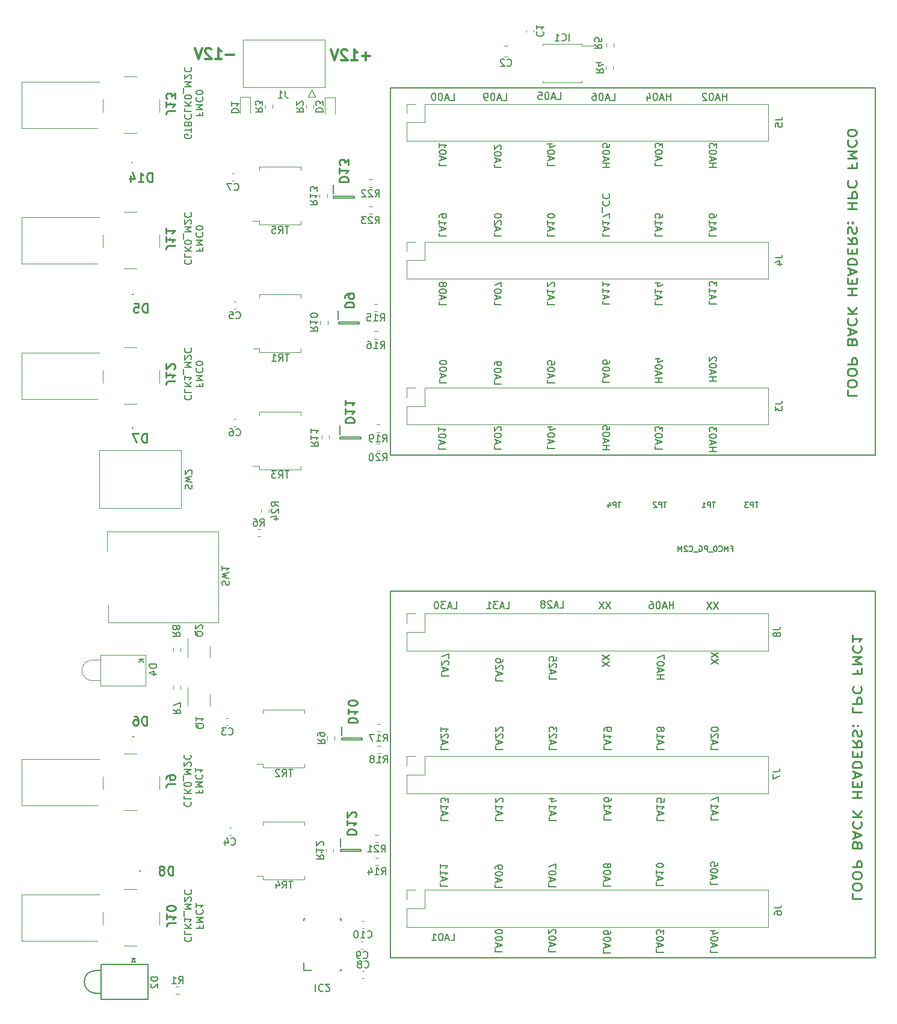
<source format=gbr>
%TF.GenerationSoftware,KiCad,Pcbnew,7.0.10-7.0.10~ubuntu22.04.1*%
%TF.CreationDate,2024-03-14T13:40:30-04:00*%
%TF.ProjectId,dioBreakOutBoard,64696f42-7265-4616-9b4f-7574426f6172,rev?*%
%TF.SameCoordinates,Original*%
%TF.FileFunction,Legend,Bot*%
%TF.FilePolarity,Positive*%
%FSLAX46Y46*%
G04 Gerber Fmt 4.6, Leading zero omitted, Abs format (unit mm)*
G04 Created by KiCad (PCBNEW 7.0.10-7.0.10~ubuntu22.04.1) date 2024-03-14 13:40:30*
%MOMM*%
%LPD*%
G01*
G04 APERTURE LIST*
%ADD10C,0.150000*%
%ADD11C,0.300000*%
%ADD12C,0.254000*%
%ADD13C,0.200000*%
%ADD14C,0.120000*%
%ADD15C,0.100000*%
%ADD16C,0.152400*%
G04 APERTURE END LIST*
D10*
X167780000Y-100134000D02*
X235986000Y-100134000D01*
X235986000Y-151750000D01*
X167780000Y-151750000D01*
X167780000Y-100134000D01*
X167780000Y-29384000D02*
X235986000Y-29384000D01*
X235986000Y-81000000D01*
X167780000Y-81000000D01*
X167780000Y-29384000D01*
X205263980Y-112507220D02*
X206263980Y-112507220D01*
X205787790Y-112507220D02*
X205787790Y-111935792D01*
X205263980Y-111935792D02*
X206263980Y-111935792D01*
X205549695Y-111507220D02*
X205549695Y-111031030D01*
X205263980Y-111602458D02*
X206263980Y-111269125D01*
X206263980Y-111269125D02*
X205263980Y-110935792D01*
X206263980Y-110411982D02*
X206263980Y-110316744D01*
X206263980Y-110316744D02*
X206216361Y-110221506D01*
X206216361Y-110221506D02*
X206168742Y-110173887D01*
X206168742Y-110173887D02*
X206073504Y-110126268D01*
X206073504Y-110126268D02*
X205883028Y-110078649D01*
X205883028Y-110078649D02*
X205644933Y-110078649D01*
X205644933Y-110078649D02*
X205454457Y-110126268D01*
X205454457Y-110126268D02*
X205359219Y-110173887D01*
X205359219Y-110173887D02*
X205311600Y-110221506D01*
X205311600Y-110221506D02*
X205263980Y-110316744D01*
X205263980Y-110316744D02*
X205263980Y-110411982D01*
X205263980Y-110411982D02*
X205311600Y-110507220D01*
X205311600Y-110507220D02*
X205359219Y-110554839D01*
X205359219Y-110554839D02*
X205454457Y-110602458D01*
X205454457Y-110602458D02*
X205644933Y-110650077D01*
X205644933Y-110650077D02*
X205883028Y-110650077D01*
X205883028Y-110650077D02*
X206073504Y-110602458D01*
X206073504Y-110602458D02*
X206168742Y-110554839D01*
X206168742Y-110554839D02*
X206216361Y-110507220D01*
X206216361Y-110507220D02*
X206263980Y-110411982D01*
X206263980Y-109745315D02*
X206263980Y-109078649D01*
X206263980Y-109078649D02*
X205263980Y-109507220D01*
X140896190Y-32904761D02*
X140896190Y-33238094D01*
X140372380Y-33238094D02*
X141372380Y-33238094D01*
X141372380Y-33238094D02*
X141372380Y-32761904D01*
X140372380Y-32380951D02*
X141372380Y-32380951D01*
X141372380Y-32380951D02*
X140658095Y-32047618D01*
X140658095Y-32047618D02*
X141372380Y-31714285D01*
X141372380Y-31714285D02*
X140372380Y-31714285D01*
X140467619Y-30666666D02*
X140420000Y-30714285D01*
X140420000Y-30714285D02*
X140372380Y-30857142D01*
X140372380Y-30857142D02*
X140372380Y-30952380D01*
X140372380Y-30952380D02*
X140420000Y-31095237D01*
X140420000Y-31095237D02*
X140515238Y-31190475D01*
X140515238Y-31190475D02*
X140610476Y-31238094D01*
X140610476Y-31238094D02*
X140800952Y-31285713D01*
X140800952Y-31285713D02*
X140943809Y-31285713D01*
X140943809Y-31285713D02*
X141134285Y-31238094D01*
X141134285Y-31238094D02*
X141229523Y-31190475D01*
X141229523Y-31190475D02*
X141324761Y-31095237D01*
X141324761Y-31095237D02*
X141372380Y-30952380D01*
X141372380Y-30952380D02*
X141372380Y-30857142D01*
X141372380Y-30857142D02*
X141324761Y-30714285D01*
X141324761Y-30714285D02*
X141277142Y-30666666D01*
X141372380Y-30047618D02*
X141372380Y-29952380D01*
X141372380Y-29952380D02*
X141324761Y-29857142D01*
X141324761Y-29857142D02*
X141277142Y-29809523D01*
X141277142Y-29809523D02*
X141181904Y-29761904D01*
X141181904Y-29761904D02*
X140991428Y-29714285D01*
X140991428Y-29714285D02*
X140753333Y-29714285D01*
X140753333Y-29714285D02*
X140562857Y-29761904D01*
X140562857Y-29761904D02*
X140467619Y-29809523D01*
X140467619Y-29809523D02*
X140420000Y-29857142D01*
X140420000Y-29857142D02*
X140372380Y-29952380D01*
X140372380Y-29952380D02*
X140372380Y-30047618D01*
X140372380Y-30047618D02*
X140420000Y-30142856D01*
X140420000Y-30142856D02*
X140467619Y-30190475D01*
X140467619Y-30190475D02*
X140562857Y-30238094D01*
X140562857Y-30238094D02*
X140753333Y-30285713D01*
X140753333Y-30285713D02*
X140991428Y-30285713D01*
X140991428Y-30285713D02*
X141181904Y-30238094D01*
X141181904Y-30238094D02*
X141277142Y-30190475D01*
X141277142Y-30190475D02*
X141324761Y-30142856D01*
X141324761Y-30142856D02*
X141372380Y-30047618D01*
X139714761Y-35928571D02*
X139762380Y-36023809D01*
X139762380Y-36023809D02*
X139762380Y-36166666D01*
X139762380Y-36166666D02*
X139714761Y-36309523D01*
X139714761Y-36309523D02*
X139619523Y-36404761D01*
X139619523Y-36404761D02*
X139524285Y-36452380D01*
X139524285Y-36452380D02*
X139333809Y-36499999D01*
X139333809Y-36499999D02*
X139190952Y-36499999D01*
X139190952Y-36499999D02*
X139000476Y-36452380D01*
X139000476Y-36452380D02*
X138905238Y-36404761D01*
X138905238Y-36404761D02*
X138810000Y-36309523D01*
X138810000Y-36309523D02*
X138762380Y-36166666D01*
X138762380Y-36166666D02*
X138762380Y-36071428D01*
X138762380Y-36071428D02*
X138810000Y-35928571D01*
X138810000Y-35928571D02*
X138857619Y-35880952D01*
X138857619Y-35880952D02*
X139190952Y-35880952D01*
X139190952Y-35880952D02*
X139190952Y-36071428D01*
X139762380Y-35595237D02*
X139762380Y-35023809D01*
X138762380Y-35309523D02*
X139762380Y-35309523D01*
X139286190Y-34357142D02*
X139238571Y-34214285D01*
X139238571Y-34214285D02*
X139190952Y-34166666D01*
X139190952Y-34166666D02*
X139095714Y-34119047D01*
X139095714Y-34119047D02*
X138952857Y-34119047D01*
X138952857Y-34119047D02*
X138857619Y-34166666D01*
X138857619Y-34166666D02*
X138810000Y-34214285D01*
X138810000Y-34214285D02*
X138762380Y-34309523D01*
X138762380Y-34309523D02*
X138762380Y-34690475D01*
X138762380Y-34690475D02*
X139762380Y-34690475D01*
X139762380Y-34690475D02*
X139762380Y-34357142D01*
X139762380Y-34357142D02*
X139714761Y-34261904D01*
X139714761Y-34261904D02*
X139667142Y-34214285D01*
X139667142Y-34214285D02*
X139571904Y-34166666D01*
X139571904Y-34166666D02*
X139476666Y-34166666D01*
X139476666Y-34166666D02*
X139381428Y-34214285D01*
X139381428Y-34214285D02*
X139333809Y-34261904D01*
X139333809Y-34261904D02*
X139286190Y-34357142D01*
X139286190Y-34357142D02*
X139286190Y-34690475D01*
X138857619Y-33119047D02*
X138810000Y-33166666D01*
X138810000Y-33166666D02*
X138762380Y-33309523D01*
X138762380Y-33309523D02*
X138762380Y-33404761D01*
X138762380Y-33404761D02*
X138810000Y-33547618D01*
X138810000Y-33547618D02*
X138905238Y-33642856D01*
X138905238Y-33642856D02*
X139000476Y-33690475D01*
X139000476Y-33690475D02*
X139190952Y-33738094D01*
X139190952Y-33738094D02*
X139333809Y-33738094D01*
X139333809Y-33738094D02*
X139524285Y-33690475D01*
X139524285Y-33690475D02*
X139619523Y-33642856D01*
X139619523Y-33642856D02*
X139714761Y-33547618D01*
X139714761Y-33547618D02*
X139762380Y-33404761D01*
X139762380Y-33404761D02*
X139762380Y-33309523D01*
X139762380Y-33309523D02*
X139714761Y-33166666D01*
X139714761Y-33166666D02*
X139667142Y-33119047D01*
X138762380Y-32214285D02*
X138762380Y-32690475D01*
X138762380Y-32690475D02*
X139762380Y-32690475D01*
X138762380Y-31880951D02*
X139762380Y-31880951D01*
X138762380Y-31309523D02*
X139333809Y-31738094D01*
X139762380Y-31309523D02*
X139190952Y-31880951D01*
X139762380Y-30690475D02*
X139762380Y-30595237D01*
X139762380Y-30595237D02*
X139714761Y-30499999D01*
X139714761Y-30499999D02*
X139667142Y-30452380D01*
X139667142Y-30452380D02*
X139571904Y-30404761D01*
X139571904Y-30404761D02*
X139381428Y-30357142D01*
X139381428Y-30357142D02*
X139143333Y-30357142D01*
X139143333Y-30357142D02*
X138952857Y-30404761D01*
X138952857Y-30404761D02*
X138857619Y-30452380D01*
X138857619Y-30452380D02*
X138810000Y-30499999D01*
X138810000Y-30499999D02*
X138762380Y-30595237D01*
X138762380Y-30595237D02*
X138762380Y-30690475D01*
X138762380Y-30690475D02*
X138810000Y-30785713D01*
X138810000Y-30785713D02*
X138857619Y-30833332D01*
X138857619Y-30833332D02*
X138952857Y-30880951D01*
X138952857Y-30880951D02*
X139143333Y-30928570D01*
X139143333Y-30928570D02*
X139381428Y-30928570D01*
X139381428Y-30928570D02*
X139571904Y-30880951D01*
X139571904Y-30880951D02*
X139667142Y-30833332D01*
X139667142Y-30833332D02*
X139714761Y-30785713D01*
X139714761Y-30785713D02*
X139762380Y-30690475D01*
X138667142Y-30166666D02*
X138667142Y-29404761D01*
X138762380Y-29166665D02*
X139762380Y-29166665D01*
X139762380Y-29166665D02*
X139048095Y-28833332D01*
X139048095Y-28833332D02*
X139762380Y-28499999D01*
X139762380Y-28499999D02*
X138762380Y-28499999D01*
X139667142Y-28071427D02*
X139714761Y-28023808D01*
X139714761Y-28023808D02*
X139762380Y-27928570D01*
X139762380Y-27928570D02*
X139762380Y-27690475D01*
X139762380Y-27690475D02*
X139714761Y-27595237D01*
X139714761Y-27595237D02*
X139667142Y-27547618D01*
X139667142Y-27547618D02*
X139571904Y-27499999D01*
X139571904Y-27499999D02*
X139476666Y-27499999D01*
X139476666Y-27499999D02*
X139333809Y-27547618D01*
X139333809Y-27547618D02*
X138762380Y-28119046D01*
X138762380Y-28119046D02*
X138762380Y-27499999D01*
X138857619Y-26499999D02*
X138810000Y-26547618D01*
X138810000Y-26547618D02*
X138762380Y-26690475D01*
X138762380Y-26690475D02*
X138762380Y-26785713D01*
X138762380Y-26785713D02*
X138810000Y-26928570D01*
X138810000Y-26928570D02*
X138905238Y-27023808D01*
X138905238Y-27023808D02*
X139000476Y-27071427D01*
X139000476Y-27071427D02*
X139190952Y-27119046D01*
X139190952Y-27119046D02*
X139333809Y-27119046D01*
X139333809Y-27119046D02*
X139524285Y-27071427D01*
X139524285Y-27071427D02*
X139619523Y-27023808D01*
X139619523Y-27023808D02*
X139714761Y-26928570D01*
X139714761Y-26928570D02*
X139762380Y-26785713D01*
X139762380Y-26785713D02*
X139762380Y-26690475D01*
X139762380Y-26690475D02*
X139714761Y-26547618D01*
X139714761Y-26547618D02*
X139667142Y-26499999D01*
X197615180Y-70327030D02*
X197615180Y-70803220D01*
X197615180Y-70803220D02*
X198615180Y-70803220D01*
X197900895Y-70041315D02*
X197900895Y-69565125D01*
X197615180Y-70136553D02*
X198615180Y-69803220D01*
X198615180Y-69803220D02*
X197615180Y-69469887D01*
X198615180Y-68946077D02*
X198615180Y-68850839D01*
X198615180Y-68850839D02*
X198567561Y-68755601D01*
X198567561Y-68755601D02*
X198519942Y-68707982D01*
X198519942Y-68707982D02*
X198424704Y-68660363D01*
X198424704Y-68660363D02*
X198234228Y-68612744D01*
X198234228Y-68612744D02*
X197996133Y-68612744D01*
X197996133Y-68612744D02*
X197805657Y-68660363D01*
X197805657Y-68660363D02*
X197710419Y-68707982D01*
X197710419Y-68707982D02*
X197662800Y-68755601D01*
X197662800Y-68755601D02*
X197615180Y-68850839D01*
X197615180Y-68850839D02*
X197615180Y-68946077D01*
X197615180Y-68946077D02*
X197662800Y-69041315D01*
X197662800Y-69041315D02*
X197710419Y-69088934D01*
X197710419Y-69088934D02*
X197805657Y-69136553D01*
X197805657Y-69136553D02*
X197996133Y-69184172D01*
X197996133Y-69184172D02*
X198234228Y-69184172D01*
X198234228Y-69184172D02*
X198424704Y-69136553D01*
X198424704Y-69136553D02*
X198519942Y-69088934D01*
X198519942Y-69088934D02*
X198567561Y-69041315D01*
X198567561Y-69041315D02*
X198615180Y-68946077D01*
X198615180Y-67755601D02*
X198615180Y-67946077D01*
X198615180Y-67946077D02*
X198567561Y-68041315D01*
X198567561Y-68041315D02*
X198519942Y-68088934D01*
X198519942Y-68088934D02*
X198377085Y-68184172D01*
X198377085Y-68184172D02*
X198186609Y-68231791D01*
X198186609Y-68231791D02*
X197805657Y-68231791D01*
X197805657Y-68231791D02*
X197710419Y-68184172D01*
X197710419Y-68184172D02*
X197662800Y-68136553D01*
X197662800Y-68136553D02*
X197615180Y-68041315D01*
X197615180Y-68041315D02*
X197615180Y-67850839D01*
X197615180Y-67850839D02*
X197662800Y-67755601D01*
X197662800Y-67755601D02*
X197710419Y-67707982D01*
X197710419Y-67707982D02*
X197805657Y-67660363D01*
X197805657Y-67660363D02*
X198043752Y-67660363D01*
X198043752Y-67660363D02*
X198138990Y-67707982D01*
X198138990Y-67707982D02*
X198186609Y-67755601D01*
X198186609Y-67755601D02*
X198234228Y-67850839D01*
X198234228Y-67850839D02*
X198234228Y-68041315D01*
X198234228Y-68041315D02*
X198186609Y-68136553D01*
X198186609Y-68136553D02*
X198138990Y-68184172D01*
X198138990Y-68184172D02*
X198043752Y-68231791D01*
X190026380Y-141207030D02*
X190026380Y-141683220D01*
X190026380Y-141683220D02*
X191026380Y-141683220D01*
X190312095Y-140921315D02*
X190312095Y-140445125D01*
X190026380Y-141016553D02*
X191026380Y-140683220D01*
X191026380Y-140683220D02*
X190026380Y-140349887D01*
X191026380Y-139826077D02*
X191026380Y-139730839D01*
X191026380Y-139730839D02*
X190978761Y-139635601D01*
X190978761Y-139635601D02*
X190931142Y-139587982D01*
X190931142Y-139587982D02*
X190835904Y-139540363D01*
X190835904Y-139540363D02*
X190645428Y-139492744D01*
X190645428Y-139492744D02*
X190407333Y-139492744D01*
X190407333Y-139492744D02*
X190216857Y-139540363D01*
X190216857Y-139540363D02*
X190121619Y-139587982D01*
X190121619Y-139587982D02*
X190074000Y-139635601D01*
X190074000Y-139635601D02*
X190026380Y-139730839D01*
X190026380Y-139730839D02*
X190026380Y-139826077D01*
X190026380Y-139826077D02*
X190074000Y-139921315D01*
X190074000Y-139921315D02*
X190121619Y-139968934D01*
X190121619Y-139968934D02*
X190216857Y-140016553D01*
X190216857Y-140016553D02*
X190407333Y-140064172D01*
X190407333Y-140064172D02*
X190645428Y-140064172D01*
X190645428Y-140064172D02*
X190835904Y-140016553D01*
X190835904Y-140016553D02*
X190931142Y-139968934D01*
X190931142Y-139968934D02*
X190978761Y-139921315D01*
X190978761Y-139921315D02*
X191026380Y-139826077D01*
X191026380Y-139159410D02*
X191026380Y-138492744D01*
X191026380Y-138492744D02*
X190026380Y-138921315D01*
X140896190Y-71004761D02*
X140896190Y-71338094D01*
X140372380Y-71338094D02*
X141372380Y-71338094D01*
X141372380Y-71338094D02*
X141372380Y-70861904D01*
X140372380Y-70480951D02*
X141372380Y-70480951D01*
X141372380Y-70480951D02*
X140658095Y-70147618D01*
X140658095Y-70147618D02*
X141372380Y-69814285D01*
X141372380Y-69814285D02*
X140372380Y-69814285D01*
X140467619Y-68766666D02*
X140420000Y-68814285D01*
X140420000Y-68814285D02*
X140372380Y-68957142D01*
X140372380Y-68957142D02*
X140372380Y-69052380D01*
X140372380Y-69052380D02*
X140420000Y-69195237D01*
X140420000Y-69195237D02*
X140515238Y-69290475D01*
X140515238Y-69290475D02*
X140610476Y-69338094D01*
X140610476Y-69338094D02*
X140800952Y-69385713D01*
X140800952Y-69385713D02*
X140943809Y-69385713D01*
X140943809Y-69385713D02*
X141134285Y-69338094D01*
X141134285Y-69338094D02*
X141229523Y-69290475D01*
X141229523Y-69290475D02*
X141324761Y-69195237D01*
X141324761Y-69195237D02*
X141372380Y-69052380D01*
X141372380Y-69052380D02*
X141372380Y-68957142D01*
X141372380Y-68957142D02*
X141324761Y-68814285D01*
X141324761Y-68814285D02*
X141277142Y-68766666D01*
X141372380Y-68147618D02*
X141372380Y-68052380D01*
X141372380Y-68052380D02*
X141324761Y-67957142D01*
X141324761Y-67957142D02*
X141277142Y-67909523D01*
X141277142Y-67909523D02*
X141181904Y-67861904D01*
X141181904Y-67861904D02*
X140991428Y-67814285D01*
X140991428Y-67814285D02*
X140753333Y-67814285D01*
X140753333Y-67814285D02*
X140562857Y-67861904D01*
X140562857Y-67861904D02*
X140467619Y-67909523D01*
X140467619Y-67909523D02*
X140420000Y-67957142D01*
X140420000Y-67957142D02*
X140372380Y-68052380D01*
X140372380Y-68052380D02*
X140372380Y-68147618D01*
X140372380Y-68147618D02*
X140420000Y-68242856D01*
X140420000Y-68242856D02*
X140467619Y-68290475D01*
X140467619Y-68290475D02*
X140562857Y-68338094D01*
X140562857Y-68338094D02*
X140753333Y-68385713D01*
X140753333Y-68385713D02*
X140991428Y-68385713D01*
X140991428Y-68385713D02*
X141181904Y-68338094D01*
X141181904Y-68338094D02*
X141277142Y-68290475D01*
X141277142Y-68290475D02*
X141324761Y-68242856D01*
X141324761Y-68242856D02*
X141372380Y-68147618D01*
X138857619Y-72600000D02*
X138810000Y-72647619D01*
X138810000Y-72647619D02*
X138762380Y-72790476D01*
X138762380Y-72790476D02*
X138762380Y-72885714D01*
X138762380Y-72885714D02*
X138810000Y-73028571D01*
X138810000Y-73028571D02*
X138905238Y-73123809D01*
X138905238Y-73123809D02*
X139000476Y-73171428D01*
X139000476Y-73171428D02*
X139190952Y-73219047D01*
X139190952Y-73219047D02*
X139333809Y-73219047D01*
X139333809Y-73219047D02*
X139524285Y-73171428D01*
X139524285Y-73171428D02*
X139619523Y-73123809D01*
X139619523Y-73123809D02*
X139714761Y-73028571D01*
X139714761Y-73028571D02*
X139762380Y-72885714D01*
X139762380Y-72885714D02*
X139762380Y-72790476D01*
X139762380Y-72790476D02*
X139714761Y-72647619D01*
X139714761Y-72647619D02*
X139667142Y-72600000D01*
X138762380Y-71695238D02*
X138762380Y-72171428D01*
X138762380Y-72171428D02*
X139762380Y-72171428D01*
X138762380Y-71361904D02*
X139762380Y-71361904D01*
X138762380Y-70790476D02*
X139333809Y-71219047D01*
X139762380Y-70790476D02*
X139190952Y-71361904D01*
X138762380Y-69838095D02*
X138762380Y-70409523D01*
X138762380Y-70123809D02*
X139762380Y-70123809D01*
X139762380Y-70123809D02*
X139619523Y-70219047D01*
X139619523Y-70219047D02*
X139524285Y-70314285D01*
X139524285Y-70314285D02*
X139476666Y-70409523D01*
X138667142Y-69647619D02*
X138667142Y-68885714D01*
X138762380Y-68647618D02*
X139762380Y-68647618D01*
X139762380Y-68647618D02*
X139048095Y-68314285D01*
X139048095Y-68314285D02*
X139762380Y-67980952D01*
X139762380Y-67980952D02*
X138762380Y-67980952D01*
X139667142Y-67552380D02*
X139714761Y-67504761D01*
X139714761Y-67504761D02*
X139762380Y-67409523D01*
X139762380Y-67409523D02*
X139762380Y-67171428D01*
X139762380Y-67171428D02*
X139714761Y-67076190D01*
X139714761Y-67076190D02*
X139667142Y-67028571D01*
X139667142Y-67028571D02*
X139571904Y-66980952D01*
X139571904Y-66980952D02*
X139476666Y-66980952D01*
X139476666Y-66980952D02*
X139333809Y-67028571D01*
X139333809Y-67028571D02*
X138762380Y-67599999D01*
X138762380Y-67599999D02*
X138762380Y-66980952D01*
X138857619Y-65980952D02*
X138810000Y-66028571D01*
X138810000Y-66028571D02*
X138762380Y-66171428D01*
X138762380Y-66171428D02*
X138762380Y-66266666D01*
X138762380Y-66266666D02*
X138810000Y-66409523D01*
X138810000Y-66409523D02*
X138905238Y-66504761D01*
X138905238Y-66504761D02*
X139000476Y-66552380D01*
X139000476Y-66552380D02*
X139190952Y-66599999D01*
X139190952Y-66599999D02*
X139333809Y-66599999D01*
X139333809Y-66599999D02*
X139524285Y-66552380D01*
X139524285Y-66552380D02*
X139619523Y-66504761D01*
X139619523Y-66504761D02*
X139714761Y-66409523D01*
X139714761Y-66409523D02*
X139762380Y-66266666D01*
X139762380Y-66266666D02*
X139762380Y-66171428D01*
X139762380Y-66171428D02*
X139714761Y-66028571D01*
X139714761Y-66028571D02*
X139667142Y-65980952D01*
X174818380Y-141167030D02*
X174818380Y-141643220D01*
X174818380Y-141643220D02*
X175818380Y-141643220D01*
X175104095Y-140881315D02*
X175104095Y-140405125D01*
X174818380Y-140976553D02*
X175818380Y-140643220D01*
X175818380Y-140643220D02*
X174818380Y-140309887D01*
X174818380Y-139452744D02*
X174818380Y-140024172D01*
X174818380Y-139738458D02*
X175818380Y-139738458D01*
X175818380Y-139738458D02*
X175675523Y-139833696D01*
X175675523Y-139833696D02*
X175580285Y-139928934D01*
X175580285Y-139928934D02*
X175532666Y-140024172D01*
X174818380Y-138500363D02*
X174818380Y-139071791D01*
X174818380Y-138786077D02*
X175818380Y-138786077D01*
X175818380Y-138786077D02*
X175675523Y-138881315D01*
X175675523Y-138881315D02*
X175580285Y-138976553D01*
X175580285Y-138976553D02*
X175532666Y-139071791D01*
X197615180Y-49733030D02*
X197615180Y-50209220D01*
X197615180Y-50209220D02*
X198615180Y-50209220D01*
X197900895Y-49447315D02*
X197900895Y-48971125D01*
X197615180Y-49542553D02*
X198615180Y-49209220D01*
X198615180Y-49209220D02*
X197615180Y-48875887D01*
X197615180Y-48018744D02*
X197615180Y-48590172D01*
X197615180Y-48304458D02*
X198615180Y-48304458D01*
X198615180Y-48304458D02*
X198472323Y-48399696D01*
X198472323Y-48399696D02*
X198377085Y-48494934D01*
X198377085Y-48494934D02*
X198329466Y-48590172D01*
X198615180Y-47685410D02*
X198615180Y-47018744D01*
X198615180Y-47018744D02*
X197615180Y-47447315D01*
X197519942Y-46875887D02*
X197519942Y-46113982D01*
X197710419Y-45304458D02*
X197662800Y-45352077D01*
X197662800Y-45352077D02*
X197615180Y-45494934D01*
X197615180Y-45494934D02*
X197615180Y-45590172D01*
X197615180Y-45590172D02*
X197662800Y-45733029D01*
X197662800Y-45733029D02*
X197758038Y-45828267D01*
X197758038Y-45828267D02*
X197853276Y-45875886D01*
X197853276Y-45875886D02*
X198043752Y-45923505D01*
X198043752Y-45923505D02*
X198186609Y-45923505D01*
X198186609Y-45923505D02*
X198377085Y-45875886D01*
X198377085Y-45875886D02*
X198472323Y-45828267D01*
X198472323Y-45828267D02*
X198567561Y-45733029D01*
X198567561Y-45733029D02*
X198615180Y-45590172D01*
X198615180Y-45590172D02*
X198615180Y-45494934D01*
X198615180Y-45494934D02*
X198567561Y-45352077D01*
X198567561Y-45352077D02*
X198519942Y-45304458D01*
X197710419Y-44304458D02*
X197662800Y-44352077D01*
X197662800Y-44352077D02*
X197615180Y-44494934D01*
X197615180Y-44494934D02*
X197615180Y-44590172D01*
X197615180Y-44590172D02*
X197662800Y-44733029D01*
X197662800Y-44733029D02*
X197758038Y-44828267D01*
X197758038Y-44828267D02*
X197853276Y-44875886D01*
X197853276Y-44875886D02*
X198043752Y-44923505D01*
X198043752Y-44923505D02*
X198186609Y-44923505D01*
X198186609Y-44923505D02*
X198377085Y-44875886D01*
X198377085Y-44875886D02*
X198472323Y-44828267D01*
X198472323Y-44828267D02*
X198567561Y-44733029D01*
X198567561Y-44733029D02*
X198615180Y-44590172D01*
X198615180Y-44590172D02*
X198615180Y-44494934D01*
X198615180Y-44494934D02*
X198567561Y-44352077D01*
X198567561Y-44352077D02*
X198519942Y-44304458D01*
X176225030Y-31111819D02*
X176701220Y-31111819D01*
X176701220Y-31111819D02*
X176701220Y-30111819D01*
X175939315Y-30826104D02*
X175463125Y-30826104D01*
X176034553Y-31111819D02*
X175701220Y-30111819D01*
X175701220Y-30111819D02*
X175367887Y-31111819D01*
X174844077Y-30111819D02*
X174748839Y-30111819D01*
X174748839Y-30111819D02*
X174653601Y-30159438D01*
X174653601Y-30159438D02*
X174605982Y-30207057D01*
X174605982Y-30207057D02*
X174558363Y-30302295D01*
X174558363Y-30302295D02*
X174510744Y-30492771D01*
X174510744Y-30492771D02*
X174510744Y-30730866D01*
X174510744Y-30730866D02*
X174558363Y-30921342D01*
X174558363Y-30921342D02*
X174605982Y-31016580D01*
X174605982Y-31016580D02*
X174653601Y-31064200D01*
X174653601Y-31064200D02*
X174748839Y-31111819D01*
X174748839Y-31111819D02*
X174844077Y-31111819D01*
X174844077Y-31111819D02*
X174939315Y-31064200D01*
X174939315Y-31064200D02*
X174986934Y-31016580D01*
X174986934Y-31016580D02*
X175034553Y-30921342D01*
X175034553Y-30921342D02*
X175082172Y-30730866D01*
X175082172Y-30730866D02*
X175082172Y-30492771D01*
X175082172Y-30492771D02*
X175034553Y-30302295D01*
X175034553Y-30302295D02*
X174986934Y-30207057D01*
X174986934Y-30207057D02*
X174939315Y-30159438D01*
X174939315Y-30159438D02*
X174844077Y-30111819D01*
X173891696Y-30111819D02*
X173796458Y-30111819D01*
X173796458Y-30111819D02*
X173701220Y-30159438D01*
X173701220Y-30159438D02*
X173653601Y-30207057D01*
X173653601Y-30207057D02*
X173605982Y-30302295D01*
X173605982Y-30302295D02*
X173558363Y-30492771D01*
X173558363Y-30492771D02*
X173558363Y-30730866D01*
X173558363Y-30730866D02*
X173605982Y-30921342D01*
X173605982Y-30921342D02*
X173653601Y-31016580D01*
X173653601Y-31016580D02*
X173701220Y-31064200D01*
X173701220Y-31064200D02*
X173796458Y-31111819D01*
X173796458Y-31111819D02*
X173891696Y-31111819D01*
X173891696Y-31111819D02*
X173986934Y-31064200D01*
X173986934Y-31064200D02*
X174034553Y-31016580D01*
X174034553Y-31016580D02*
X174082172Y-30921342D01*
X174082172Y-30921342D02*
X174129791Y-30730866D01*
X174129791Y-30730866D02*
X174129791Y-30492771D01*
X174129791Y-30492771D02*
X174082172Y-30302295D01*
X174082172Y-30302295D02*
X174034553Y-30207057D01*
X174034553Y-30207057D02*
X173986934Y-30159438D01*
X173986934Y-30159438D02*
X173891696Y-30111819D01*
X205031980Y-39827030D02*
X205031980Y-40303220D01*
X205031980Y-40303220D02*
X206031980Y-40303220D01*
X205317695Y-39541315D02*
X205317695Y-39065125D01*
X205031980Y-39636553D02*
X206031980Y-39303220D01*
X206031980Y-39303220D02*
X205031980Y-38969887D01*
X206031980Y-38446077D02*
X206031980Y-38350839D01*
X206031980Y-38350839D02*
X205984361Y-38255601D01*
X205984361Y-38255601D02*
X205936742Y-38207982D01*
X205936742Y-38207982D02*
X205841504Y-38160363D01*
X205841504Y-38160363D02*
X205651028Y-38112744D01*
X205651028Y-38112744D02*
X205412933Y-38112744D01*
X205412933Y-38112744D02*
X205222457Y-38160363D01*
X205222457Y-38160363D02*
X205127219Y-38207982D01*
X205127219Y-38207982D02*
X205079600Y-38255601D01*
X205079600Y-38255601D02*
X205031980Y-38350839D01*
X205031980Y-38350839D02*
X205031980Y-38446077D01*
X205031980Y-38446077D02*
X205079600Y-38541315D01*
X205079600Y-38541315D02*
X205127219Y-38588934D01*
X205127219Y-38588934D02*
X205222457Y-38636553D01*
X205222457Y-38636553D02*
X205412933Y-38684172D01*
X205412933Y-38684172D02*
X205651028Y-38684172D01*
X205651028Y-38684172D02*
X205841504Y-38636553D01*
X205841504Y-38636553D02*
X205936742Y-38588934D01*
X205936742Y-38588934D02*
X205984361Y-38541315D01*
X205984361Y-38541315D02*
X206031980Y-38446077D01*
X206031980Y-37779410D02*
X206031980Y-37160363D01*
X206031980Y-37160363D02*
X205651028Y-37493696D01*
X205651028Y-37493696D02*
X205651028Y-37350839D01*
X205651028Y-37350839D02*
X205603409Y-37255601D01*
X205603409Y-37255601D02*
X205555790Y-37207982D01*
X205555790Y-37207982D02*
X205460552Y-37160363D01*
X205460552Y-37160363D02*
X205222457Y-37160363D01*
X205222457Y-37160363D02*
X205127219Y-37207982D01*
X205127219Y-37207982D02*
X205079600Y-37255601D01*
X205079600Y-37255601D02*
X205031980Y-37350839D01*
X205031980Y-37350839D02*
X205031980Y-37636553D01*
X205031980Y-37636553D02*
X205079600Y-37731791D01*
X205079600Y-37731791D02*
X205127219Y-37779410D01*
X174856380Y-131915030D02*
X174856380Y-132391220D01*
X174856380Y-132391220D02*
X175856380Y-132391220D01*
X175142095Y-131629315D02*
X175142095Y-131153125D01*
X174856380Y-131724553D02*
X175856380Y-131391220D01*
X175856380Y-131391220D02*
X174856380Y-131057887D01*
X174856380Y-130200744D02*
X174856380Y-130772172D01*
X174856380Y-130486458D02*
X175856380Y-130486458D01*
X175856380Y-130486458D02*
X175713523Y-130581696D01*
X175713523Y-130581696D02*
X175618285Y-130676934D01*
X175618285Y-130676934D02*
X175570666Y-130772172D01*
X175856380Y-129867410D02*
X175856380Y-129248363D01*
X175856380Y-129248363D02*
X175475428Y-129581696D01*
X175475428Y-129581696D02*
X175475428Y-129438839D01*
X175475428Y-129438839D02*
X175427809Y-129343601D01*
X175427809Y-129343601D02*
X175380190Y-129295982D01*
X175380190Y-129295982D02*
X175284952Y-129248363D01*
X175284952Y-129248363D02*
X175046857Y-129248363D01*
X175046857Y-129248363D02*
X174951619Y-129295982D01*
X174951619Y-129295982D02*
X174904000Y-129343601D01*
X174904000Y-129343601D02*
X174856380Y-129438839D01*
X174856380Y-129438839D02*
X174856380Y-129724553D01*
X174856380Y-129724553D02*
X174904000Y-129819791D01*
X174904000Y-129819791D02*
X174951619Y-129867410D01*
X197843380Y-131837030D02*
X197843380Y-132313220D01*
X197843380Y-132313220D02*
X198843380Y-132313220D01*
X198129095Y-131551315D02*
X198129095Y-131075125D01*
X197843380Y-131646553D02*
X198843380Y-131313220D01*
X198843380Y-131313220D02*
X197843380Y-130979887D01*
X197843380Y-130122744D02*
X197843380Y-130694172D01*
X197843380Y-130408458D02*
X198843380Y-130408458D01*
X198843380Y-130408458D02*
X198700523Y-130503696D01*
X198700523Y-130503696D02*
X198605285Y-130598934D01*
X198605285Y-130598934D02*
X198557666Y-130694172D01*
X198843380Y-129265601D02*
X198843380Y-129456077D01*
X198843380Y-129456077D02*
X198795761Y-129551315D01*
X198795761Y-129551315D02*
X198748142Y-129598934D01*
X198748142Y-129598934D02*
X198605285Y-129694172D01*
X198605285Y-129694172D02*
X198414809Y-129741791D01*
X198414809Y-129741791D02*
X198033857Y-129741791D01*
X198033857Y-129741791D02*
X197938619Y-129694172D01*
X197938619Y-129694172D02*
X197891000Y-129646553D01*
X197891000Y-129646553D02*
X197843380Y-129551315D01*
X197843380Y-129551315D02*
X197843380Y-129360839D01*
X197843380Y-129360839D02*
X197891000Y-129265601D01*
X197891000Y-129265601D02*
X197938619Y-129217982D01*
X197938619Y-129217982D02*
X198033857Y-129170363D01*
X198033857Y-129170363D02*
X198271952Y-129170363D01*
X198271952Y-129170363D02*
X198367190Y-129217982D01*
X198367190Y-129217982D02*
X198414809Y-129265601D01*
X198414809Y-129265601D02*
X198462428Y-129360839D01*
X198462428Y-129360839D02*
X198462428Y-129551315D01*
X198462428Y-129551315D02*
X198414809Y-129646553D01*
X198414809Y-129646553D02*
X198367190Y-129694172D01*
X198367190Y-129694172D02*
X198271952Y-129741791D01*
X197615180Y-40557220D02*
X198615180Y-40557220D01*
X198138990Y-40557220D02*
X198138990Y-39985792D01*
X197615180Y-39985792D02*
X198615180Y-39985792D01*
X197900895Y-39557220D02*
X197900895Y-39081030D01*
X197615180Y-39652458D02*
X198615180Y-39319125D01*
X198615180Y-39319125D02*
X197615180Y-38985792D01*
X198615180Y-38461982D02*
X198615180Y-38366744D01*
X198615180Y-38366744D02*
X198567561Y-38271506D01*
X198567561Y-38271506D02*
X198519942Y-38223887D01*
X198519942Y-38223887D02*
X198424704Y-38176268D01*
X198424704Y-38176268D02*
X198234228Y-38128649D01*
X198234228Y-38128649D02*
X197996133Y-38128649D01*
X197996133Y-38128649D02*
X197805657Y-38176268D01*
X197805657Y-38176268D02*
X197710419Y-38223887D01*
X197710419Y-38223887D02*
X197662800Y-38271506D01*
X197662800Y-38271506D02*
X197615180Y-38366744D01*
X197615180Y-38366744D02*
X197615180Y-38461982D01*
X197615180Y-38461982D02*
X197662800Y-38557220D01*
X197662800Y-38557220D02*
X197710419Y-38604839D01*
X197710419Y-38604839D02*
X197805657Y-38652458D01*
X197805657Y-38652458D02*
X197996133Y-38700077D01*
X197996133Y-38700077D02*
X198234228Y-38700077D01*
X198234228Y-38700077D02*
X198424704Y-38652458D01*
X198424704Y-38652458D02*
X198519942Y-38604839D01*
X198519942Y-38604839D02*
X198567561Y-38557220D01*
X198567561Y-38557220D02*
X198615180Y-38461982D01*
X198615180Y-37223887D02*
X198615180Y-37700077D01*
X198615180Y-37700077D02*
X198138990Y-37747696D01*
X198138990Y-37747696D02*
X198186609Y-37700077D01*
X198186609Y-37700077D02*
X198234228Y-37604839D01*
X198234228Y-37604839D02*
X198234228Y-37366744D01*
X198234228Y-37366744D02*
X198186609Y-37271506D01*
X198186609Y-37271506D02*
X198138990Y-37223887D01*
X198138990Y-37223887D02*
X198043752Y-37176268D01*
X198043752Y-37176268D02*
X197805657Y-37176268D01*
X197805657Y-37176268D02*
X197710419Y-37223887D01*
X197710419Y-37223887D02*
X197662800Y-37271506D01*
X197662800Y-37271506D02*
X197615180Y-37366744D01*
X197615180Y-37366744D02*
X197615180Y-37604839D01*
X197615180Y-37604839D02*
X197662800Y-37700077D01*
X197662800Y-37700077D02*
X197710419Y-37747696D01*
X183591030Y-31111819D02*
X184067220Y-31111819D01*
X184067220Y-31111819D02*
X184067220Y-30111819D01*
X183305315Y-30826104D02*
X182829125Y-30826104D01*
X183400553Y-31111819D02*
X183067220Y-30111819D01*
X183067220Y-30111819D02*
X182733887Y-31111819D01*
X182210077Y-30111819D02*
X182114839Y-30111819D01*
X182114839Y-30111819D02*
X182019601Y-30159438D01*
X182019601Y-30159438D02*
X181971982Y-30207057D01*
X181971982Y-30207057D02*
X181924363Y-30302295D01*
X181924363Y-30302295D02*
X181876744Y-30492771D01*
X181876744Y-30492771D02*
X181876744Y-30730866D01*
X181876744Y-30730866D02*
X181924363Y-30921342D01*
X181924363Y-30921342D02*
X181971982Y-31016580D01*
X181971982Y-31016580D02*
X182019601Y-31064200D01*
X182019601Y-31064200D02*
X182114839Y-31111819D01*
X182114839Y-31111819D02*
X182210077Y-31111819D01*
X182210077Y-31111819D02*
X182305315Y-31064200D01*
X182305315Y-31064200D02*
X182352934Y-31016580D01*
X182352934Y-31016580D02*
X182400553Y-30921342D01*
X182400553Y-30921342D02*
X182448172Y-30730866D01*
X182448172Y-30730866D02*
X182448172Y-30492771D01*
X182448172Y-30492771D02*
X182400553Y-30302295D01*
X182400553Y-30302295D02*
X182352934Y-30207057D01*
X182352934Y-30207057D02*
X182305315Y-30159438D01*
X182305315Y-30159438D02*
X182210077Y-30111819D01*
X181400553Y-31111819D02*
X181210077Y-31111819D01*
X181210077Y-31111819D02*
X181114839Y-31064200D01*
X181114839Y-31064200D02*
X181067220Y-31016580D01*
X181067220Y-31016580D02*
X180971982Y-30873723D01*
X180971982Y-30873723D02*
X180924363Y-30683247D01*
X180924363Y-30683247D02*
X180924363Y-30302295D01*
X180924363Y-30302295D02*
X180971982Y-30207057D01*
X180971982Y-30207057D02*
X181019601Y-30159438D01*
X181019601Y-30159438D02*
X181114839Y-30111819D01*
X181114839Y-30111819D02*
X181305315Y-30111819D01*
X181305315Y-30111819D02*
X181400553Y-30159438D01*
X181400553Y-30159438D02*
X181448172Y-30207057D01*
X181448172Y-30207057D02*
X181495791Y-30302295D01*
X181495791Y-30302295D02*
X181495791Y-30540390D01*
X181495791Y-30540390D02*
X181448172Y-30635628D01*
X181448172Y-30635628D02*
X181400553Y-30683247D01*
X181400553Y-30683247D02*
X181305315Y-30730866D01*
X181305315Y-30730866D02*
X181114839Y-30730866D01*
X181114839Y-30730866D02*
X181019601Y-30683247D01*
X181019601Y-30683247D02*
X180971982Y-30635628D01*
X180971982Y-30635628D02*
X180924363Y-30540390D01*
X182375180Y-40081030D02*
X182375180Y-40557220D01*
X182375180Y-40557220D02*
X183375180Y-40557220D01*
X182660895Y-39795315D02*
X182660895Y-39319125D01*
X182375180Y-39890553D02*
X183375180Y-39557220D01*
X183375180Y-39557220D02*
X182375180Y-39223887D01*
X183375180Y-38700077D02*
X183375180Y-38604839D01*
X183375180Y-38604839D02*
X183327561Y-38509601D01*
X183327561Y-38509601D02*
X183279942Y-38461982D01*
X183279942Y-38461982D02*
X183184704Y-38414363D01*
X183184704Y-38414363D02*
X182994228Y-38366744D01*
X182994228Y-38366744D02*
X182756133Y-38366744D01*
X182756133Y-38366744D02*
X182565657Y-38414363D01*
X182565657Y-38414363D02*
X182470419Y-38461982D01*
X182470419Y-38461982D02*
X182422800Y-38509601D01*
X182422800Y-38509601D02*
X182375180Y-38604839D01*
X182375180Y-38604839D02*
X182375180Y-38700077D01*
X182375180Y-38700077D02*
X182422800Y-38795315D01*
X182422800Y-38795315D02*
X182470419Y-38842934D01*
X182470419Y-38842934D02*
X182565657Y-38890553D01*
X182565657Y-38890553D02*
X182756133Y-38938172D01*
X182756133Y-38938172D02*
X182994228Y-38938172D01*
X182994228Y-38938172D02*
X183184704Y-38890553D01*
X183184704Y-38890553D02*
X183279942Y-38842934D01*
X183279942Y-38842934D02*
X183327561Y-38795315D01*
X183327561Y-38795315D02*
X183375180Y-38700077D01*
X183279942Y-37985791D02*
X183327561Y-37938172D01*
X183327561Y-37938172D02*
X183375180Y-37842934D01*
X183375180Y-37842934D02*
X183375180Y-37604839D01*
X183375180Y-37604839D02*
X183327561Y-37509601D01*
X183327561Y-37509601D02*
X183279942Y-37461982D01*
X183279942Y-37461982D02*
X183184704Y-37414363D01*
X183184704Y-37414363D02*
X183089466Y-37414363D01*
X183089466Y-37414363D02*
X182946609Y-37461982D01*
X182946609Y-37461982D02*
X182375180Y-38033410D01*
X182375180Y-38033410D02*
X182375180Y-37414363D01*
X182607180Y-112285030D02*
X182607180Y-112761220D01*
X182607180Y-112761220D02*
X183607180Y-112761220D01*
X182892895Y-111999315D02*
X182892895Y-111523125D01*
X182607180Y-112094553D02*
X183607180Y-111761220D01*
X183607180Y-111761220D02*
X182607180Y-111427887D01*
X183511942Y-111142172D02*
X183559561Y-111094553D01*
X183559561Y-111094553D02*
X183607180Y-110999315D01*
X183607180Y-110999315D02*
X183607180Y-110761220D01*
X183607180Y-110761220D02*
X183559561Y-110665982D01*
X183559561Y-110665982D02*
X183511942Y-110618363D01*
X183511942Y-110618363D02*
X183416704Y-110570744D01*
X183416704Y-110570744D02*
X183321466Y-110570744D01*
X183321466Y-110570744D02*
X183178609Y-110618363D01*
X183178609Y-110618363D02*
X182607180Y-111189791D01*
X182607180Y-111189791D02*
X182607180Y-110570744D01*
X183607180Y-109713601D02*
X183607180Y-109904077D01*
X183607180Y-109904077D02*
X183559561Y-109999315D01*
X183559561Y-109999315D02*
X183511942Y-110046934D01*
X183511942Y-110046934D02*
X183369085Y-110142172D01*
X183369085Y-110142172D02*
X183178609Y-110189791D01*
X183178609Y-110189791D02*
X182797657Y-110189791D01*
X182797657Y-110189791D02*
X182702419Y-110142172D01*
X182702419Y-110142172D02*
X182654800Y-110094553D01*
X182654800Y-110094553D02*
X182607180Y-109999315D01*
X182607180Y-109999315D02*
X182607180Y-109808839D01*
X182607180Y-109808839D02*
X182654800Y-109713601D01*
X182654800Y-109713601D02*
X182702419Y-109665982D01*
X182702419Y-109665982D02*
X182797657Y-109618363D01*
X182797657Y-109618363D02*
X183035752Y-109618363D01*
X183035752Y-109618363D02*
X183130990Y-109665982D01*
X183130990Y-109665982D02*
X183178609Y-109713601D01*
X183178609Y-109713601D02*
X183226228Y-109808839D01*
X183226228Y-109808839D02*
X183226228Y-109999315D01*
X183226228Y-109999315D02*
X183178609Y-110094553D01*
X183178609Y-110094553D02*
X183130990Y-110142172D01*
X183130990Y-110142172D02*
X183035752Y-110189791D01*
X197615180Y-80253220D02*
X198615180Y-80253220D01*
X198138990Y-80253220D02*
X198138990Y-79681792D01*
X197615180Y-79681792D02*
X198615180Y-79681792D01*
X197900895Y-79253220D02*
X197900895Y-78777030D01*
X197615180Y-79348458D02*
X198615180Y-79015125D01*
X198615180Y-79015125D02*
X197615180Y-78681792D01*
X198615180Y-78157982D02*
X198615180Y-78062744D01*
X198615180Y-78062744D02*
X198567561Y-77967506D01*
X198567561Y-77967506D02*
X198519942Y-77919887D01*
X198519942Y-77919887D02*
X198424704Y-77872268D01*
X198424704Y-77872268D02*
X198234228Y-77824649D01*
X198234228Y-77824649D02*
X197996133Y-77824649D01*
X197996133Y-77824649D02*
X197805657Y-77872268D01*
X197805657Y-77872268D02*
X197710419Y-77919887D01*
X197710419Y-77919887D02*
X197662800Y-77967506D01*
X197662800Y-77967506D02*
X197615180Y-78062744D01*
X197615180Y-78062744D02*
X197615180Y-78157982D01*
X197615180Y-78157982D02*
X197662800Y-78253220D01*
X197662800Y-78253220D02*
X197710419Y-78300839D01*
X197710419Y-78300839D02*
X197805657Y-78348458D01*
X197805657Y-78348458D02*
X197996133Y-78396077D01*
X197996133Y-78396077D02*
X198234228Y-78396077D01*
X198234228Y-78396077D02*
X198424704Y-78348458D01*
X198424704Y-78348458D02*
X198519942Y-78300839D01*
X198519942Y-78300839D02*
X198567561Y-78253220D01*
X198567561Y-78253220D02*
X198615180Y-78157982D01*
X198615180Y-76919887D02*
X198615180Y-77396077D01*
X198615180Y-77396077D02*
X198138990Y-77443696D01*
X198138990Y-77443696D02*
X198186609Y-77396077D01*
X198186609Y-77396077D02*
X198234228Y-77300839D01*
X198234228Y-77300839D02*
X198234228Y-77062744D01*
X198234228Y-77062744D02*
X198186609Y-76967506D01*
X198186609Y-76967506D02*
X198138990Y-76919887D01*
X198138990Y-76919887D02*
X198043752Y-76872268D01*
X198043752Y-76872268D02*
X197805657Y-76872268D01*
X197805657Y-76872268D02*
X197710419Y-76919887D01*
X197710419Y-76919887D02*
X197662800Y-76967506D01*
X197662800Y-76967506D02*
X197615180Y-77062744D01*
X197615180Y-77062744D02*
X197615180Y-77300839D01*
X197615180Y-77300839D02*
X197662800Y-77396077D01*
X197662800Y-77396077D02*
X197710419Y-77443696D01*
X213870180Y-110418458D02*
X212870180Y-109751792D01*
X213870180Y-109751792D02*
X212870180Y-110418458D01*
X213870180Y-109466077D02*
X212870180Y-108799411D01*
X213870180Y-108799411D02*
X212870180Y-109466077D01*
X197615180Y-59307030D02*
X197615180Y-59783220D01*
X197615180Y-59783220D02*
X198615180Y-59783220D01*
X197900895Y-59021315D02*
X197900895Y-58545125D01*
X197615180Y-59116553D02*
X198615180Y-58783220D01*
X198615180Y-58783220D02*
X197615180Y-58449887D01*
X197615180Y-57592744D02*
X197615180Y-58164172D01*
X197615180Y-57878458D02*
X198615180Y-57878458D01*
X198615180Y-57878458D02*
X198472323Y-57973696D01*
X198472323Y-57973696D02*
X198377085Y-58068934D01*
X198377085Y-58068934D02*
X198329466Y-58164172D01*
X197615180Y-56640363D02*
X197615180Y-57211791D01*
X197615180Y-56926077D02*
X198615180Y-56926077D01*
X198615180Y-56926077D02*
X198472323Y-57021315D01*
X198472323Y-57021315D02*
X198377085Y-57116553D01*
X198377085Y-57116553D02*
X198329466Y-57211791D01*
X212651980Y-70583220D02*
X213651980Y-70583220D01*
X213175790Y-70583220D02*
X213175790Y-70011792D01*
X212651980Y-70011792D02*
X213651980Y-70011792D01*
X212937695Y-69583220D02*
X212937695Y-69107030D01*
X212651980Y-69678458D02*
X213651980Y-69345125D01*
X213651980Y-69345125D02*
X212651980Y-69011792D01*
X213651980Y-68487982D02*
X213651980Y-68392744D01*
X213651980Y-68392744D02*
X213604361Y-68297506D01*
X213604361Y-68297506D02*
X213556742Y-68249887D01*
X213556742Y-68249887D02*
X213461504Y-68202268D01*
X213461504Y-68202268D02*
X213271028Y-68154649D01*
X213271028Y-68154649D02*
X213032933Y-68154649D01*
X213032933Y-68154649D02*
X212842457Y-68202268D01*
X212842457Y-68202268D02*
X212747219Y-68249887D01*
X212747219Y-68249887D02*
X212699600Y-68297506D01*
X212699600Y-68297506D02*
X212651980Y-68392744D01*
X212651980Y-68392744D02*
X212651980Y-68487982D01*
X212651980Y-68487982D02*
X212699600Y-68583220D01*
X212699600Y-68583220D02*
X212747219Y-68630839D01*
X212747219Y-68630839D02*
X212842457Y-68678458D01*
X212842457Y-68678458D02*
X213032933Y-68726077D01*
X213032933Y-68726077D02*
X213271028Y-68726077D01*
X213271028Y-68726077D02*
X213461504Y-68678458D01*
X213461504Y-68678458D02*
X213556742Y-68630839D01*
X213556742Y-68630839D02*
X213604361Y-68583220D01*
X213604361Y-68583220D02*
X213651980Y-68487982D01*
X213556742Y-67773696D02*
X213604361Y-67726077D01*
X213604361Y-67726077D02*
X213651980Y-67630839D01*
X213651980Y-67630839D02*
X213651980Y-67392744D01*
X213651980Y-67392744D02*
X213604361Y-67297506D01*
X213604361Y-67297506D02*
X213556742Y-67249887D01*
X213556742Y-67249887D02*
X213461504Y-67202268D01*
X213461504Y-67202268D02*
X213366266Y-67202268D01*
X213366266Y-67202268D02*
X213223409Y-67249887D01*
X213223409Y-67249887D02*
X212651980Y-67821315D01*
X212651980Y-67821315D02*
X212651980Y-67202268D01*
X197773380Y-141137030D02*
X197773380Y-141613220D01*
X197773380Y-141613220D02*
X198773380Y-141613220D01*
X198059095Y-140851315D02*
X198059095Y-140375125D01*
X197773380Y-140946553D02*
X198773380Y-140613220D01*
X198773380Y-140613220D02*
X197773380Y-140279887D01*
X198773380Y-139756077D02*
X198773380Y-139660839D01*
X198773380Y-139660839D02*
X198725761Y-139565601D01*
X198725761Y-139565601D02*
X198678142Y-139517982D01*
X198678142Y-139517982D02*
X198582904Y-139470363D01*
X198582904Y-139470363D02*
X198392428Y-139422744D01*
X198392428Y-139422744D02*
X198154333Y-139422744D01*
X198154333Y-139422744D02*
X197963857Y-139470363D01*
X197963857Y-139470363D02*
X197868619Y-139517982D01*
X197868619Y-139517982D02*
X197821000Y-139565601D01*
X197821000Y-139565601D02*
X197773380Y-139660839D01*
X197773380Y-139660839D02*
X197773380Y-139756077D01*
X197773380Y-139756077D02*
X197821000Y-139851315D01*
X197821000Y-139851315D02*
X197868619Y-139898934D01*
X197868619Y-139898934D02*
X197963857Y-139946553D01*
X197963857Y-139946553D02*
X198154333Y-139994172D01*
X198154333Y-139994172D02*
X198392428Y-139994172D01*
X198392428Y-139994172D02*
X198582904Y-139946553D01*
X198582904Y-139946553D02*
X198678142Y-139898934D01*
X198678142Y-139898934D02*
X198725761Y-139851315D01*
X198725761Y-139851315D02*
X198773380Y-139756077D01*
X198344809Y-138851315D02*
X198392428Y-138946553D01*
X198392428Y-138946553D02*
X198440047Y-138994172D01*
X198440047Y-138994172D02*
X198535285Y-139041791D01*
X198535285Y-139041791D02*
X198582904Y-139041791D01*
X198582904Y-139041791D02*
X198678142Y-138994172D01*
X198678142Y-138994172D02*
X198725761Y-138946553D01*
X198725761Y-138946553D02*
X198773380Y-138851315D01*
X198773380Y-138851315D02*
X198773380Y-138660839D01*
X198773380Y-138660839D02*
X198725761Y-138565601D01*
X198725761Y-138565601D02*
X198678142Y-138517982D01*
X198678142Y-138517982D02*
X198582904Y-138470363D01*
X198582904Y-138470363D02*
X198535285Y-138470363D01*
X198535285Y-138470363D02*
X198440047Y-138517982D01*
X198440047Y-138517982D02*
X198392428Y-138565601D01*
X198392428Y-138565601D02*
X198344809Y-138660839D01*
X198344809Y-138660839D02*
X198344809Y-138851315D01*
X198344809Y-138851315D02*
X198297190Y-138946553D01*
X198297190Y-138946553D02*
X198249571Y-138994172D01*
X198249571Y-138994172D02*
X198154333Y-139041791D01*
X198154333Y-139041791D02*
X197963857Y-139041791D01*
X197963857Y-139041791D02*
X197868619Y-138994172D01*
X197868619Y-138994172D02*
X197821000Y-138946553D01*
X197821000Y-138946553D02*
X197773380Y-138851315D01*
X197773380Y-138851315D02*
X197773380Y-138660839D01*
X197773380Y-138660839D02*
X197821000Y-138565601D01*
X197821000Y-138565601D02*
X197868619Y-138517982D01*
X197868619Y-138517982D02*
X197963857Y-138470363D01*
X197963857Y-138470363D02*
X198154333Y-138470363D01*
X198154333Y-138470363D02*
X198249571Y-138517982D01*
X198249571Y-138517982D02*
X198297190Y-138565601D01*
X198297190Y-138565601D02*
X198344809Y-138660839D01*
X189868180Y-70397030D02*
X189868180Y-70873220D01*
X189868180Y-70873220D02*
X190868180Y-70873220D01*
X190153895Y-70111315D02*
X190153895Y-69635125D01*
X189868180Y-70206553D02*
X190868180Y-69873220D01*
X190868180Y-69873220D02*
X189868180Y-69539887D01*
X190868180Y-69016077D02*
X190868180Y-68920839D01*
X190868180Y-68920839D02*
X190820561Y-68825601D01*
X190820561Y-68825601D02*
X190772942Y-68777982D01*
X190772942Y-68777982D02*
X190677704Y-68730363D01*
X190677704Y-68730363D02*
X190487228Y-68682744D01*
X190487228Y-68682744D02*
X190249133Y-68682744D01*
X190249133Y-68682744D02*
X190058657Y-68730363D01*
X190058657Y-68730363D02*
X189963419Y-68777982D01*
X189963419Y-68777982D02*
X189915800Y-68825601D01*
X189915800Y-68825601D02*
X189868180Y-68920839D01*
X189868180Y-68920839D02*
X189868180Y-69016077D01*
X189868180Y-69016077D02*
X189915800Y-69111315D01*
X189915800Y-69111315D02*
X189963419Y-69158934D01*
X189963419Y-69158934D02*
X190058657Y-69206553D01*
X190058657Y-69206553D02*
X190249133Y-69254172D01*
X190249133Y-69254172D02*
X190487228Y-69254172D01*
X190487228Y-69254172D02*
X190677704Y-69206553D01*
X190677704Y-69206553D02*
X190772942Y-69158934D01*
X190772942Y-69158934D02*
X190820561Y-69111315D01*
X190820561Y-69111315D02*
X190868180Y-69016077D01*
X190868180Y-67777982D02*
X190868180Y-68254172D01*
X190868180Y-68254172D02*
X190391990Y-68301791D01*
X190391990Y-68301791D02*
X190439609Y-68254172D01*
X190439609Y-68254172D02*
X190487228Y-68158934D01*
X190487228Y-68158934D02*
X190487228Y-67920839D01*
X190487228Y-67920839D02*
X190439609Y-67825601D01*
X190439609Y-67825601D02*
X190391990Y-67777982D01*
X190391990Y-67777982D02*
X190296752Y-67730363D01*
X190296752Y-67730363D02*
X190058657Y-67730363D01*
X190058657Y-67730363D02*
X189963419Y-67777982D01*
X189963419Y-67777982D02*
X189915800Y-67825601D01*
X189915800Y-67825601D02*
X189868180Y-67920839D01*
X189868180Y-67920839D02*
X189868180Y-68158934D01*
X189868180Y-68158934D02*
X189915800Y-68254172D01*
X189915800Y-68254172D02*
X189963419Y-68301791D01*
X189868180Y-79627030D02*
X189868180Y-80103220D01*
X189868180Y-80103220D02*
X190868180Y-80103220D01*
X190153895Y-79341315D02*
X190153895Y-78865125D01*
X189868180Y-79436553D02*
X190868180Y-79103220D01*
X190868180Y-79103220D02*
X189868180Y-78769887D01*
X190868180Y-78246077D02*
X190868180Y-78150839D01*
X190868180Y-78150839D02*
X190820561Y-78055601D01*
X190820561Y-78055601D02*
X190772942Y-78007982D01*
X190772942Y-78007982D02*
X190677704Y-77960363D01*
X190677704Y-77960363D02*
X190487228Y-77912744D01*
X190487228Y-77912744D02*
X190249133Y-77912744D01*
X190249133Y-77912744D02*
X190058657Y-77960363D01*
X190058657Y-77960363D02*
X189963419Y-78007982D01*
X189963419Y-78007982D02*
X189915800Y-78055601D01*
X189915800Y-78055601D02*
X189868180Y-78150839D01*
X189868180Y-78150839D02*
X189868180Y-78246077D01*
X189868180Y-78246077D02*
X189915800Y-78341315D01*
X189915800Y-78341315D02*
X189963419Y-78388934D01*
X189963419Y-78388934D02*
X190058657Y-78436553D01*
X190058657Y-78436553D02*
X190249133Y-78484172D01*
X190249133Y-78484172D02*
X190487228Y-78484172D01*
X190487228Y-78484172D02*
X190677704Y-78436553D01*
X190677704Y-78436553D02*
X190772942Y-78388934D01*
X190772942Y-78388934D02*
X190820561Y-78341315D01*
X190820561Y-78341315D02*
X190868180Y-78246077D01*
X190534847Y-77055601D02*
X189868180Y-77055601D01*
X190915800Y-77293696D02*
X190201514Y-77531791D01*
X190201514Y-77531791D02*
X190201514Y-76912744D01*
X213928458Y-101699819D02*
X213261792Y-102699819D01*
X213261792Y-101699819D02*
X213928458Y-102699819D01*
X212976077Y-101699819D02*
X212309411Y-102699819D01*
X212309411Y-101699819D02*
X212976077Y-102699819D01*
X182533380Y-141337030D02*
X182533380Y-141813220D01*
X182533380Y-141813220D02*
X183533380Y-141813220D01*
X182819095Y-141051315D02*
X182819095Y-140575125D01*
X182533380Y-141146553D02*
X183533380Y-140813220D01*
X183533380Y-140813220D02*
X182533380Y-140479887D01*
X183533380Y-139956077D02*
X183533380Y-139860839D01*
X183533380Y-139860839D02*
X183485761Y-139765601D01*
X183485761Y-139765601D02*
X183438142Y-139717982D01*
X183438142Y-139717982D02*
X183342904Y-139670363D01*
X183342904Y-139670363D02*
X183152428Y-139622744D01*
X183152428Y-139622744D02*
X182914333Y-139622744D01*
X182914333Y-139622744D02*
X182723857Y-139670363D01*
X182723857Y-139670363D02*
X182628619Y-139717982D01*
X182628619Y-139717982D02*
X182581000Y-139765601D01*
X182581000Y-139765601D02*
X182533380Y-139860839D01*
X182533380Y-139860839D02*
X182533380Y-139956077D01*
X182533380Y-139956077D02*
X182581000Y-140051315D01*
X182581000Y-140051315D02*
X182628619Y-140098934D01*
X182628619Y-140098934D02*
X182723857Y-140146553D01*
X182723857Y-140146553D02*
X182914333Y-140194172D01*
X182914333Y-140194172D02*
X183152428Y-140194172D01*
X183152428Y-140194172D02*
X183342904Y-140146553D01*
X183342904Y-140146553D02*
X183438142Y-140098934D01*
X183438142Y-140098934D02*
X183485761Y-140051315D01*
X183485761Y-140051315D02*
X183533380Y-139956077D01*
X182533380Y-139146553D02*
X182533380Y-138956077D01*
X182533380Y-138956077D02*
X182581000Y-138860839D01*
X182581000Y-138860839D02*
X182628619Y-138813220D01*
X182628619Y-138813220D02*
X182771476Y-138717982D01*
X182771476Y-138717982D02*
X182961952Y-138670363D01*
X182961952Y-138670363D02*
X183342904Y-138670363D01*
X183342904Y-138670363D02*
X183438142Y-138717982D01*
X183438142Y-138717982D02*
X183485761Y-138765601D01*
X183485761Y-138765601D02*
X183533380Y-138860839D01*
X183533380Y-138860839D02*
X183533380Y-139051315D01*
X183533380Y-139051315D02*
X183485761Y-139146553D01*
X183485761Y-139146553D02*
X183438142Y-139194172D01*
X183438142Y-139194172D02*
X183342904Y-139241791D01*
X183342904Y-139241791D02*
X183104809Y-139241791D01*
X183104809Y-139241791D02*
X183009571Y-139194172D01*
X183009571Y-139194172D02*
X182961952Y-139146553D01*
X182961952Y-139146553D02*
X182914333Y-139051315D01*
X182914333Y-139051315D02*
X182914333Y-138860839D01*
X182914333Y-138860839D02*
X182961952Y-138765601D01*
X182961952Y-138765601D02*
X183009571Y-138717982D01*
X183009571Y-138717982D02*
X183104809Y-138670363D01*
X215695316Y-94159802D02*
X215949316Y-94159802D01*
X215949316Y-94558945D02*
X215949316Y-93796945D01*
X215949316Y-93796945D02*
X215586459Y-93796945D01*
X215296173Y-94558945D02*
X215296173Y-93796945D01*
X215296173Y-93796945D02*
X215042173Y-94341231D01*
X215042173Y-94341231D02*
X214788173Y-93796945D01*
X214788173Y-93796945D02*
X214788173Y-94558945D01*
X213989887Y-94486374D02*
X214026173Y-94522660D01*
X214026173Y-94522660D02*
X214135030Y-94558945D01*
X214135030Y-94558945D02*
X214207602Y-94558945D01*
X214207602Y-94558945D02*
X214316459Y-94522660D01*
X214316459Y-94522660D02*
X214389030Y-94450088D01*
X214389030Y-94450088D02*
X214425316Y-94377517D01*
X214425316Y-94377517D02*
X214461602Y-94232374D01*
X214461602Y-94232374D02*
X214461602Y-94123517D01*
X214461602Y-94123517D02*
X214425316Y-93978374D01*
X214425316Y-93978374D02*
X214389030Y-93905802D01*
X214389030Y-93905802D02*
X214316459Y-93833231D01*
X214316459Y-93833231D02*
X214207602Y-93796945D01*
X214207602Y-93796945D02*
X214135030Y-93796945D01*
X214135030Y-93796945D02*
X214026173Y-93833231D01*
X214026173Y-93833231D02*
X213989887Y-93869517D01*
X213518173Y-93796945D02*
X213445602Y-93796945D01*
X213445602Y-93796945D02*
X213373030Y-93833231D01*
X213373030Y-93833231D02*
X213336745Y-93869517D01*
X213336745Y-93869517D02*
X213300459Y-93942088D01*
X213300459Y-93942088D02*
X213264173Y-94087231D01*
X213264173Y-94087231D02*
X213264173Y-94268660D01*
X213264173Y-94268660D02*
X213300459Y-94413802D01*
X213300459Y-94413802D02*
X213336745Y-94486374D01*
X213336745Y-94486374D02*
X213373030Y-94522660D01*
X213373030Y-94522660D02*
X213445602Y-94558945D01*
X213445602Y-94558945D02*
X213518173Y-94558945D01*
X213518173Y-94558945D02*
X213590745Y-94522660D01*
X213590745Y-94522660D02*
X213627030Y-94486374D01*
X213627030Y-94486374D02*
X213663316Y-94413802D01*
X213663316Y-94413802D02*
X213699602Y-94268660D01*
X213699602Y-94268660D02*
X213699602Y-94087231D01*
X213699602Y-94087231D02*
X213663316Y-93942088D01*
X213663316Y-93942088D02*
X213627030Y-93869517D01*
X213627030Y-93869517D02*
X213590745Y-93833231D01*
X213590745Y-93833231D02*
X213518173Y-93796945D01*
X213119031Y-94631517D02*
X212538459Y-94631517D01*
X212357031Y-94558945D02*
X212357031Y-93796945D01*
X212357031Y-93796945D02*
X212066745Y-93796945D01*
X212066745Y-93796945D02*
X211994174Y-93833231D01*
X211994174Y-93833231D02*
X211957888Y-93869517D01*
X211957888Y-93869517D02*
X211921602Y-93942088D01*
X211921602Y-93942088D02*
X211921602Y-94050945D01*
X211921602Y-94050945D02*
X211957888Y-94123517D01*
X211957888Y-94123517D02*
X211994174Y-94159802D01*
X211994174Y-94159802D02*
X212066745Y-94196088D01*
X212066745Y-94196088D02*
X212357031Y-94196088D01*
X211195888Y-93833231D02*
X211268460Y-93796945D01*
X211268460Y-93796945D02*
X211377317Y-93796945D01*
X211377317Y-93796945D02*
X211486174Y-93833231D01*
X211486174Y-93833231D02*
X211558745Y-93905802D01*
X211558745Y-93905802D02*
X211595031Y-93978374D01*
X211595031Y-93978374D02*
X211631317Y-94123517D01*
X211631317Y-94123517D02*
X211631317Y-94232374D01*
X211631317Y-94232374D02*
X211595031Y-94377517D01*
X211595031Y-94377517D02*
X211558745Y-94450088D01*
X211558745Y-94450088D02*
X211486174Y-94522660D01*
X211486174Y-94522660D02*
X211377317Y-94558945D01*
X211377317Y-94558945D02*
X211304745Y-94558945D01*
X211304745Y-94558945D02*
X211195888Y-94522660D01*
X211195888Y-94522660D02*
X211159602Y-94486374D01*
X211159602Y-94486374D02*
X211159602Y-94232374D01*
X211159602Y-94232374D02*
X211304745Y-94232374D01*
X211014460Y-94631517D02*
X210433888Y-94631517D01*
X209817031Y-94486374D02*
X209853317Y-94522660D01*
X209853317Y-94522660D02*
X209962174Y-94558945D01*
X209962174Y-94558945D02*
X210034746Y-94558945D01*
X210034746Y-94558945D02*
X210143603Y-94522660D01*
X210143603Y-94522660D02*
X210216174Y-94450088D01*
X210216174Y-94450088D02*
X210252460Y-94377517D01*
X210252460Y-94377517D02*
X210288746Y-94232374D01*
X210288746Y-94232374D02*
X210288746Y-94123517D01*
X210288746Y-94123517D02*
X210252460Y-93978374D01*
X210252460Y-93978374D02*
X210216174Y-93905802D01*
X210216174Y-93905802D02*
X210143603Y-93833231D01*
X210143603Y-93833231D02*
X210034746Y-93796945D01*
X210034746Y-93796945D02*
X209962174Y-93796945D01*
X209962174Y-93796945D02*
X209853317Y-93833231D01*
X209853317Y-93833231D02*
X209817031Y-93869517D01*
X209526746Y-93869517D02*
X209490460Y-93833231D01*
X209490460Y-93833231D02*
X209417889Y-93796945D01*
X209417889Y-93796945D02*
X209236460Y-93796945D01*
X209236460Y-93796945D02*
X209163889Y-93833231D01*
X209163889Y-93833231D02*
X209127603Y-93869517D01*
X209127603Y-93869517D02*
X209091317Y-93942088D01*
X209091317Y-93942088D02*
X209091317Y-94014660D01*
X209091317Y-94014660D02*
X209127603Y-94123517D01*
X209127603Y-94123517D02*
X209563031Y-94558945D01*
X209563031Y-94558945D02*
X209091317Y-94558945D01*
X208764746Y-94558945D02*
X208764746Y-93796945D01*
X208764746Y-93796945D02*
X208510746Y-94341231D01*
X208510746Y-94341231D02*
X208256746Y-93796945D01*
X208256746Y-93796945D02*
X208256746Y-94558945D01*
X182375180Y-59385030D02*
X182375180Y-59861220D01*
X182375180Y-59861220D02*
X183375180Y-59861220D01*
X182660895Y-59099315D02*
X182660895Y-58623125D01*
X182375180Y-59194553D02*
X183375180Y-58861220D01*
X183375180Y-58861220D02*
X182375180Y-58527887D01*
X183375180Y-58004077D02*
X183375180Y-57908839D01*
X183375180Y-57908839D02*
X183327561Y-57813601D01*
X183327561Y-57813601D02*
X183279942Y-57765982D01*
X183279942Y-57765982D02*
X183184704Y-57718363D01*
X183184704Y-57718363D02*
X182994228Y-57670744D01*
X182994228Y-57670744D02*
X182756133Y-57670744D01*
X182756133Y-57670744D02*
X182565657Y-57718363D01*
X182565657Y-57718363D02*
X182470419Y-57765982D01*
X182470419Y-57765982D02*
X182422800Y-57813601D01*
X182422800Y-57813601D02*
X182375180Y-57908839D01*
X182375180Y-57908839D02*
X182375180Y-58004077D01*
X182375180Y-58004077D02*
X182422800Y-58099315D01*
X182422800Y-58099315D02*
X182470419Y-58146934D01*
X182470419Y-58146934D02*
X182565657Y-58194553D01*
X182565657Y-58194553D02*
X182756133Y-58242172D01*
X182756133Y-58242172D02*
X182994228Y-58242172D01*
X182994228Y-58242172D02*
X183184704Y-58194553D01*
X183184704Y-58194553D02*
X183279942Y-58146934D01*
X183279942Y-58146934D02*
X183327561Y-58099315D01*
X183327561Y-58099315D02*
X183375180Y-58004077D01*
X183375180Y-57337410D02*
X183375180Y-56670744D01*
X183375180Y-56670744D02*
X182375180Y-57099315D01*
X212880180Y-131837030D02*
X212880180Y-132313220D01*
X212880180Y-132313220D02*
X213880180Y-132313220D01*
X213165895Y-131551315D02*
X213165895Y-131075125D01*
X212880180Y-131646553D02*
X213880180Y-131313220D01*
X213880180Y-131313220D02*
X212880180Y-130979887D01*
X212880180Y-130122744D02*
X212880180Y-130694172D01*
X212880180Y-130408458D02*
X213880180Y-130408458D01*
X213880180Y-130408458D02*
X213737323Y-130503696D01*
X213737323Y-130503696D02*
X213642085Y-130598934D01*
X213642085Y-130598934D02*
X213594466Y-130694172D01*
X213880180Y-129789410D02*
X213880180Y-129122744D01*
X213880180Y-129122744D02*
X212880180Y-129551315D01*
X174660180Y-70357030D02*
X174660180Y-70833220D01*
X174660180Y-70833220D02*
X175660180Y-70833220D01*
X174945895Y-70071315D02*
X174945895Y-69595125D01*
X174660180Y-70166553D02*
X175660180Y-69833220D01*
X175660180Y-69833220D02*
X174660180Y-69499887D01*
X175660180Y-68976077D02*
X175660180Y-68880839D01*
X175660180Y-68880839D02*
X175612561Y-68785601D01*
X175612561Y-68785601D02*
X175564942Y-68737982D01*
X175564942Y-68737982D02*
X175469704Y-68690363D01*
X175469704Y-68690363D02*
X175279228Y-68642744D01*
X175279228Y-68642744D02*
X175041133Y-68642744D01*
X175041133Y-68642744D02*
X174850657Y-68690363D01*
X174850657Y-68690363D02*
X174755419Y-68737982D01*
X174755419Y-68737982D02*
X174707800Y-68785601D01*
X174707800Y-68785601D02*
X174660180Y-68880839D01*
X174660180Y-68880839D02*
X174660180Y-68976077D01*
X174660180Y-68976077D02*
X174707800Y-69071315D01*
X174707800Y-69071315D02*
X174755419Y-69118934D01*
X174755419Y-69118934D02*
X174850657Y-69166553D01*
X174850657Y-69166553D02*
X175041133Y-69214172D01*
X175041133Y-69214172D02*
X175279228Y-69214172D01*
X175279228Y-69214172D02*
X175469704Y-69166553D01*
X175469704Y-69166553D02*
X175564942Y-69118934D01*
X175564942Y-69118934D02*
X175612561Y-69071315D01*
X175612561Y-69071315D02*
X175660180Y-68976077D01*
X175660180Y-68023696D02*
X175660180Y-67928458D01*
X175660180Y-67928458D02*
X175612561Y-67833220D01*
X175612561Y-67833220D02*
X175564942Y-67785601D01*
X175564942Y-67785601D02*
X175469704Y-67737982D01*
X175469704Y-67737982D02*
X175279228Y-67690363D01*
X175279228Y-67690363D02*
X175041133Y-67690363D01*
X175041133Y-67690363D02*
X174850657Y-67737982D01*
X174850657Y-67737982D02*
X174755419Y-67785601D01*
X174755419Y-67785601D02*
X174707800Y-67833220D01*
X174707800Y-67833220D02*
X174660180Y-67928458D01*
X174660180Y-67928458D02*
X174660180Y-68023696D01*
X174660180Y-68023696D02*
X174707800Y-68118934D01*
X174707800Y-68118934D02*
X174755419Y-68166553D01*
X174755419Y-68166553D02*
X174850657Y-68214172D01*
X174850657Y-68214172D02*
X175041133Y-68261791D01*
X175041133Y-68261791D02*
X175279228Y-68261791D01*
X175279228Y-68261791D02*
X175469704Y-68214172D01*
X175469704Y-68214172D02*
X175564942Y-68166553D01*
X175564942Y-68166553D02*
X175612561Y-68118934D01*
X175612561Y-68118934D02*
X175660180Y-68023696D01*
X207579220Y-102619819D02*
X207579220Y-101619819D01*
X207579220Y-102096009D02*
X207007792Y-102096009D01*
X207007792Y-102619819D02*
X207007792Y-101619819D01*
X206579220Y-102334104D02*
X206103030Y-102334104D01*
X206674458Y-102619819D02*
X206341125Y-101619819D01*
X206341125Y-101619819D02*
X206007792Y-102619819D01*
X205483982Y-101619819D02*
X205388744Y-101619819D01*
X205388744Y-101619819D02*
X205293506Y-101667438D01*
X205293506Y-101667438D02*
X205245887Y-101715057D01*
X205245887Y-101715057D02*
X205198268Y-101810295D01*
X205198268Y-101810295D02*
X205150649Y-102000771D01*
X205150649Y-102000771D02*
X205150649Y-102238866D01*
X205150649Y-102238866D02*
X205198268Y-102429342D01*
X205198268Y-102429342D02*
X205245887Y-102524580D01*
X205245887Y-102524580D02*
X205293506Y-102572200D01*
X205293506Y-102572200D02*
X205388744Y-102619819D01*
X205388744Y-102619819D02*
X205483982Y-102619819D01*
X205483982Y-102619819D02*
X205579220Y-102572200D01*
X205579220Y-102572200D02*
X205626839Y-102524580D01*
X205626839Y-102524580D02*
X205674458Y-102429342D01*
X205674458Y-102429342D02*
X205722077Y-102238866D01*
X205722077Y-102238866D02*
X205722077Y-102000771D01*
X205722077Y-102000771D02*
X205674458Y-101810295D01*
X205674458Y-101810295D02*
X205626839Y-101715057D01*
X205626839Y-101715057D02*
X205579220Y-101667438D01*
X205579220Y-101667438D02*
X205483982Y-101619819D01*
X204293506Y-101619819D02*
X204483982Y-101619819D01*
X204483982Y-101619819D02*
X204579220Y-101667438D01*
X204579220Y-101667438D02*
X204626839Y-101715057D01*
X204626839Y-101715057D02*
X204722077Y-101857914D01*
X204722077Y-101857914D02*
X204769696Y-102048390D01*
X204769696Y-102048390D02*
X204769696Y-102429342D01*
X204769696Y-102429342D02*
X204722077Y-102524580D01*
X204722077Y-102524580D02*
X204674458Y-102572200D01*
X204674458Y-102572200D02*
X204579220Y-102619819D01*
X204579220Y-102619819D02*
X204388744Y-102619819D01*
X204388744Y-102619819D02*
X204293506Y-102572200D01*
X204293506Y-102572200D02*
X204245887Y-102524580D01*
X204245887Y-102524580D02*
X204198268Y-102429342D01*
X204198268Y-102429342D02*
X204198268Y-102191247D01*
X204198268Y-102191247D02*
X204245887Y-102096009D01*
X204245887Y-102096009D02*
X204293506Y-102048390D01*
X204293506Y-102048390D02*
X204388744Y-102000771D01*
X204388744Y-102000771D02*
X204579220Y-102000771D01*
X204579220Y-102000771D02*
X204674458Y-102048390D01*
X204674458Y-102048390D02*
X204722077Y-102096009D01*
X204722077Y-102096009D02*
X204769696Y-102191247D01*
X174860180Y-121937030D02*
X174860180Y-122413220D01*
X174860180Y-122413220D02*
X175860180Y-122413220D01*
X175145895Y-121651315D02*
X175145895Y-121175125D01*
X174860180Y-121746553D02*
X175860180Y-121413220D01*
X175860180Y-121413220D02*
X174860180Y-121079887D01*
X175764942Y-120794172D02*
X175812561Y-120746553D01*
X175812561Y-120746553D02*
X175860180Y-120651315D01*
X175860180Y-120651315D02*
X175860180Y-120413220D01*
X175860180Y-120413220D02*
X175812561Y-120317982D01*
X175812561Y-120317982D02*
X175764942Y-120270363D01*
X175764942Y-120270363D02*
X175669704Y-120222744D01*
X175669704Y-120222744D02*
X175574466Y-120222744D01*
X175574466Y-120222744D02*
X175431609Y-120270363D01*
X175431609Y-120270363D02*
X174860180Y-120841791D01*
X174860180Y-120841791D02*
X174860180Y-120222744D01*
X174860180Y-119270363D02*
X174860180Y-119841791D01*
X174860180Y-119556077D02*
X175860180Y-119556077D01*
X175860180Y-119556077D02*
X175717323Y-119651315D01*
X175717323Y-119651315D02*
X175622085Y-119746553D01*
X175622085Y-119746553D02*
X175574466Y-119841791D01*
X182375180Y-70527030D02*
X182375180Y-71003220D01*
X182375180Y-71003220D02*
X183375180Y-71003220D01*
X182660895Y-70241315D02*
X182660895Y-69765125D01*
X182375180Y-70336553D02*
X183375180Y-70003220D01*
X183375180Y-70003220D02*
X182375180Y-69669887D01*
X183375180Y-69146077D02*
X183375180Y-69050839D01*
X183375180Y-69050839D02*
X183327561Y-68955601D01*
X183327561Y-68955601D02*
X183279942Y-68907982D01*
X183279942Y-68907982D02*
X183184704Y-68860363D01*
X183184704Y-68860363D02*
X182994228Y-68812744D01*
X182994228Y-68812744D02*
X182756133Y-68812744D01*
X182756133Y-68812744D02*
X182565657Y-68860363D01*
X182565657Y-68860363D02*
X182470419Y-68907982D01*
X182470419Y-68907982D02*
X182422800Y-68955601D01*
X182422800Y-68955601D02*
X182375180Y-69050839D01*
X182375180Y-69050839D02*
X182375180Y-69146077D01*
X182375180Y-69146077D02*
X182422800Y-69241315D01*
X182422800Y-69241315D02*
X182470419Y-69288934D01*
X182470419Y-69288934D02*
X182565657Y-69336553D01*
X182565657Y-69336553D02*
X182756133Y-69384172D01*
X182756133Y-69384172D02*
X182994228Y-69384172D01*
X182994228Y-69384172D02*
X183184704Y-69336553D01*
X183184704Y-69336553D02*
X183279942Y-69288934D01*
X183279942Y-69288934D02*
X183327561Y-69241315D01*
X183327561Y-69241315D02*
X183375180Y-69146077D01*
X182375180Y-68336553D02*
X182375180Y-68146077D01*
X182375180Y-68146077D02*
X182422800Y-68050839D01*
X182422800Y-68050839D02*
X182470419Y-68003220D01*
X182470419Y-68003220D02*
X182613276Y-67907982D01*
X182613276Y-67907982D02*
X182803752Y-67860363D01*
X182803752Y-67860363D02*
X183184704Y-67860363D01*
X183184704Y-67860363D02*
X183279942Y-67907982D01*
X183279942Y-67907982D02*
X183327561Y-67955601D01*
X183327561Y-67955601D02*
X183375180Y-68050839D01*
X183375180Y-68050839D02*
X183375180Y-68241315D01*
X183375180Y-68241315D02*
X183327561Y-68336553D01*
X183327561Y-68336553D02*
X183279942Y-68384172D01*
X183279942Y-68384172D02*
X183184704Y-68431791D01*
X183184704Y-68431791D02*
X182946609Y-68431791D01*
X182946609Y-68431791D02*
X182851371Y-68384172D01*
X182851371Y-68384172D02*
X182803752Y-68336553D01*
X182803752Y-68336553D02*
X182756133Y-68241315D01*
X182756133Y-68241315D02*
X182756133Y-68050839D01*
X182756133Y-68050839D02*
X182803752Y-67955601D01*
X182803752Y-67955601D02*
X182851371Y-67907982D01*
X182851371Y-67907982D02*
X182946609Y-67860363D01*
X140909990Y-147204761D02*
X140909990Y-147538094D01*
X140386180Y-147538094D02*
X141386180Y-147538094D01*
X141386180Y-147538094D02*
X141386180Y-147061904D01*
X140386180Y-146680951D02*
X141386180Y-146680951D01*
X141386180Y-146680951D02*
X140671895Y-146347618D01*
X140671895Y-146347618D02*
X141386180Y-146014285D01*
X141386180Y-146014285D02*
X140386180Y-146014285D01*
X140481419Y-144966666D02*
X140433800Y-145014285D01*
X140433800Y-145014285D02*
X140386180Y-145157142D01*
X140386180Y-145157142D02*
X140386180Y-145252380D01*
X140386180Y-145252380D02*
X140433800Y-145395237D01*
X140433800Y-145395237D02*
X140529038Y-145490475D01*
X140529038Y-145490475D02*
X140624276Y-145538094D01*
X140624276Y-145538094D02*
X140814752Y-145585713D01*
X140814752Y-145585713D02*
X140957609Y-145585713D01*
X140957609Y-145585713D02*
X141148085Y-145538094D01*
X141148085Y-145538094D02*
X141243323Y-145490475D01*
X141243323Y-145490475D02*
X141338561Y-145395237D01*
X141338561Y-145395237D02*
X141386180Y-145252380D01*
X141386180Y-145252380D02*
X141386180Y-145157142D01*
X141386180Y-145157142D02*
X141338561Y-145014285D01*
X141338561Y-145014285D02*
X141290942Y-144966666D01*
X140386180Y-144014285D02*
X140386180Y-144585713D01*
X140386180Y-144299999D02*
X141386180Y-144299999D01*
X141386180Y-144299999D02*
X141243323Y-144395237D01*
X141243323Y-144395237D02*
X141148085Y-144490475D01*
X141148085Y-144490475D02*
X141100466Y-144585713D01*
X138871419Y-148800000D02*
X138823800Y-148847619D01*
X138823800Y-148847619D02*
X138776180Y-148990476D01*
X138776180Y-148990476D02*
X138776180Y-149085714D01*
X138776180Y-149085714D02*
X138823800Y-149228571D01*
X138823800Y-149228571D02*
X138919038Y-149323809D01*
X138919038Y-149323809D02*
X139014276Y-149371428D01*
X139014276Y-149371428D02*
X139204752Y-149419047D01*
X139204752Y-149419047D02*
X139347609Y-149419047D01*
X139347609Y-149419047D02*
X139538085Y-149371428D01*
X139538085Y-149371428D02*
X139633323Y-149323809D01*
X139633323Y-149323809D02*
X139728561Y-149228571D01*
X139728561Y-149228571D02*
X139776180Y-149085714D01*
X139776180Y-149085714D02*
X139776180Y-148990476D01*
X139776180Y-148990476D02*
X139728561Y-148847619D01*
X139728561Y-148847619D02*
X139680942Y-148800000D01*
X138776180Y-147895238D02*
X138776180Y-148371428D01*
X138776180Y-148371428D02*
X139776180Y-148371428D01*
X138776180Y-147561904D02*
X139776180Y-147561904D01*
X138776180Y-146990476D02*
X139347609Y-147419047D01*
X139776180Y-146990476D02*
X139204752Y-147561904D01*
X138776180Y-146038095D02*
X138776180Y-146609523D01*
X138776180Y-146323809D02*
X139776180Y-146323809D01*
X139776180Y-146323809D02*
X139633323Y-146419047D01*
X139633323Y-146419047D02*
X139538085Y-146514285D01*
X139538085Y-146514285D02*
X139490466Y-146609523D01*
X138680942Y-145847619D02*
X138680942Y-145085714D01*
X138776180Y-144847618D02*
X139776180Y-144847618D01*
X139776180Y-144847618D02*
X139061895Y-144514285D01*
X139061895Y-144514285D02*
X139776180Y-144180952D01*
X139776180Y-144180952D02*
X138776180Y-144180952D01*
X139680942Y-143752380D02*
X139728561Y-143704761D01*
X139728561Y-143704761D02*
X139776180Y-143609523D01*
X139776180Y-143609523D02*
X139776180Y-143371428D01*
X139776180Y-143371428D02*
X139728561Y-143276190D01*
X139728561Y-143276190D02*
X139680942Y-143228571D01*
X139680942Y-143228571D02*
X139585704Y-143180952D01*
X139585704Y-143180952D02*
X139490466Y-143180952D01*
X139490466Y-143180952D02*
X139347609Y-143228571D01*
X139347609Y-143228571D02*
X138776180Y-143799999D01*
X138776180Y-143799999D02*
X138776180Y-143180952D01*
X138871419Y-142180952D02*
X138823800Y-142228571D01*
X138823800Y-142228571D02*
X138776180Y-142371428D01*
X138776180Y-142371428D02*
X138776180Y-142466666D01*
X138776180Y-142466666D02*
X138823800Y-142609523D01*
X138823800Y-142609523D02*
X138919038Y-142704761D01*
X138919038Y-142704761D02*
X139014276Y-142752380D01*
X139014276Y-142752380D02*
X139204752Y-142799999D01*
X139204752Y-142799999D02*
X139347609Y-142799999D01*
X139347609Y-142799999D02*
X139538085Y-142752380D01*
X139538085Y-142752380D02*
X139633323Y-142704761D01*
X139633323Y-142704761D02*
X139728561Y-142609523D01*
X139728561Y-142609523D02*
X139776180Y-142466666D01*
X139776180Y-142466666D02*
X139776180Y-142371428D01*
X139776180Y-142371428D02*
X139728561Y-142228571D01*
X139728561Y-142228571D02*
X139680942Y-142180952D01*
X191211030Y-30984819D02*
X191687220Y-30984819D01*
X191687220Y-30984819D02*
X191687220Y-29984819D01*
X190925315Y-30699104D02*
X190449125Y-30699104D01*
X191020553Y-30984819D02*
X190687220Y-29984819D01*
X190687220Y-29984819D02*
X190353887Y-30984819D01*
X189830077Y-29984819D02*
X189734839Y-29984819D01*
X189734839Y-29984819D02*
X189639601Y-30032438D01*
X189639601Y-30032438D02*
X189591982Y-30080057D01*
X189591982Y-30080057D02*
X189544363Y-30175295D01*
X189544363Y-30175295D02*
X189496744Y-30365771D01*
X189496744Y-30365771D02*
X189496744Y-30603866D01*
X189496744Y-30603866D02*
X189544363Y-30794342D01*
X189544363Y-30794342D02*
X189591982Y-30889580D01*
X189591982Y-30889580D02*
X189639601Y-30937200D01*
X189639601Y-30937200D02*
X189734839Y-30984819D01*
X189734839Y-30984819D02*
X189830077Y-30984819D01*
X189830077Y-30984819D02*
X189925315Y-30937200D01*
X189925315Y-30937200D02*
X189972934Y-30889580D01*
X189972934Y-30889580D02*
X190020553Y-30794342D01*
X190020553Y-30794342D02*
X190068172Y-30603866D01*
X190068172Y-30603866D02*
X190068172Y-30365771D01*
X190068172Y-30365771D02*
X190020553Y-30175295D01*
X190020553Y-30175295D02*
X189972934Y-30080057D01*
X189972934Y-30080057D02*
X189925315Y-30032438D01*
X189925315Y-30032438D02*
X189830077Y-29984819D01*
X188591982Y-29984819D02*
X189068172Y-29984819D01*
X189068172Y-29984819D02*
X189115791Y-30461009D01*
X189115791Y-30461009D02*
X189068172Y-30413390D01*
X189068172Y-30413390D02*
X188972934Y-30365771D01*
X188972934Y-30365771D02*
X188734839Y-30365771D01*
X188734839Y-30365771D02*
X188639601Y-30413390D01*
X188639601Y-30413390D02*
X188591982Y-30461009D01*
X188591982Y-30461009D02*
X188544363Y-30556247D01*
X188544363Y-30556247D02*
X188544363Y-30794342D01*
X188544363Y-30794342D02*
X188591982Y-30889580D01*
X188591982Y-30889580D02*
X188639601Y-30937200D01*
X188639601Y-30937200D02*
X188734839Y-30984819D01*
X188734839Y-30984819D02*
X188972934Y-30984819D01*
X188972934Y-30984819D02*
X189068172Y-30937200D01*
X189068172Y-30937200D02*
X189115791Y-30889580D01*
X205190180Y-141077030D02*
X205190180Y-141553220D01*
X205190180Y-141553220D02*
X206190180Y-141553220D01*
X205475895Y-140791315D02*
X205475895Y-140315125D01*
X205190180Y-140886553D02*
X206190180Y-140553220D01*
X206190180Y-140553220D02*
X205190180Y-140219887D01*
X205190180Y-139362744D02*
X205190180Y-139934172D01*
X205190180Y-139648458D02*
X206190180Y-139648458D01*
X206190180Y-139648458D02*
X206047323Y-139743696D01*
X206047323Y-139743696D02*
X205952085Y-139838934D01*
X205952085Y-139838934D02*
X205904466Y-139934172D01*
X206190180Y-138743696D02*
X206190180Y-138648458D01*
X206190180Y-138648458D02*
X206142561Y-138553220D01*
X206142561Y-138553220D02*
X206094942Y-138505601D01*
X206094942Y-138505601D02*
X205999704Y-138457982D01*
X205999704Y-138457982D02*
X205809228Y-138410363D01*
X205809228Y-138410363D02*
X205571133Y-138410363D01*
X205571133Y-138410363D02*
X205380657Y-138457982D01*
X205380657Y-138457982D02*
X205285419Y-138505601D01*
X205285419Y-138505601D02*
X205237800Y-138553220D01*
X205237800Y-138553220D02*
X205190180Y-138648458D01*
X205190180Y-138648458D02*
X205190180Y-138743696D01*
X205190180Y-138743696D02*
X205237800Y-138838934D01*
X205237800Y-138838934D02*
X205285419Y-138886553D01*
X205285419Y-138886553D02*
X205380657Y-138934172D01*
X205380657Y-138934172D02*
X205571133Y-138981791D01*
X205571133Y-138981791D02*
X205809228Y-138981791D01*
X205809228Y-138981791D02*
X205999704Y-138934172D01*
X205999704Y-138934172D02*
X206094942Y-138886553D01*
X206094942Y-138886553D02*
X206142561Y-138838934D01*
X206142561Y-138838934D02*
X206190180Y-138743696D01*
X197773380Y-150527030D02*
X197773380Y-151003220D01*
X197773380Y-151003220D02*
X198773380Y-151003220D01*
X198059095Y-150241315D02*
X198059095Y-149765125D01*
X197773380Y-150336553D02*
X198773380Y-150003220D01*
X198773380Y-150003220D02*
X197773380Y-149669887D01*
X198773380Y-149146077D02*
X198773380Y-149050839D01*
X198773380Y-149050839D02*
X198725761Y-148955601D01*
X198725761Y-148955601D02*
X198678142Y-148907982D01*
X198678142Y-148907982D02*
X198582904Y-148860363D01*
X198582904Y-148860363D02*
X198392428Y-148812744D01*
X198392428Y-148812744D02*
X198154333Y-148812744D01*
X198154333Y-148812744D02*
X197963857Y-148860363D01*
X197963857Y-148860363D02*
X197868619Y-148907982D01*
X197868619Y-148907982D02*
X197821000Y-148955601D01*
X197821000Y-148955601D02*
X197773380Y-149050839D01*
X197773380Y-149050839D02*
X197773380Y-149146077D01*
X197773380Y-149146077D02*
X197821000Y-149241315D01*
X197821000Y-149241315D02*
X197868619Y-149288934D01*
X197868619Y-149288934D02*
X197963857Y-149336553D01*
X197963857Y-149336553D02*
X198154333Y-149384172D01*
X198154333Y-149384172D02*
X198392428Y-149384172D01*
X198392428Y-149384172D02*
X198582904Y-149336553D01*
X198582904Y-149336553D02*
X198678142Y-149288934D01*
X198678142Y-149288934D02*
X198725761Y-149241315D01*
X198725761Y-149241315D02*
X198773380Y-149146077D01*
X198773380Y-147955601D02*
X198773380Y-148146077D01*
X198773380Y-148146077D02*
X198725761Y-148241315D01*
X198725761Y-148241315D02*
X198678142Y-148288934D01*
X198678142Y-148288934D02*
X198535285Y-148384172D01*
X198535285Y-148384172D02*
X198344809Y-148431791D01*
X198344809Y-148431791D02*
X197963857Y-148431791D01*
X197963857Y-148431791D02*
X197868619Y-148384172D01*
X197868619Y-148384172D02*
X197821000Y-148336553D01*
X197821000Y-148336553D02*
X197773380Y-148241315D01*
X197773380Y-148241315D02*
X197773380Y-148050839D01*
X197773380Y-148050839D02*
X197821000Y-147955601D01*
X197821000Y-147955601D02*
X197868619Y-147907982D01*
X197868619Y-147907982D02*
X197963857Y-147860363D01*
X197963857Y-147860363D02*
X198201952Y-147860363D01*
X198201952Y-147860363D02*
X198297190Y-147907982D01*
X198297190Y-147907982D02*
X198344809Y-147955601D01*
X198344809Y-147955601D02*
X198392428Y-148050839D01*
X198392428Y-148050839D02*
X198392428Y-148241315D01*
X198392428Y-148241315D02*
X198344809Y-148336553D01*
X198344809Y-148336553D02*
X198297190Y-148384172D01*
X198297190Y-148384172D02*
X198201952Y-148431791D01*
D11*
X145725489Y-24709400D02*
X144582632Y-24709400D01*
X143082631Y-25280828D02*
X143939774Y-25280828D01*
X143511203Y-25280828D02*
X143511203Y-23780828D01*
X143511203Y-23780828D02*
X143654060Y-23995114D01*
X143654060Y-23995114D02*
X143796917Y-24137971D01*
X143796917Y-24137971D02*
X143939774Y-24209400D01*
X142511203Y-23923685D02*
X142439775Y-23852257D01*
X142439775Y-23852257D02*
X142296918Y-23780828D01*
X142296918Y-23780828D02*
X141939775Y-23780828D01*
X141939775Y-23780828D02*
X141796918Y-23852257D01*
X141796918Y-23852257D02*
X141725489Y-23923685D01*
X141725489Y-23923685D02*
X141654060Y-24066542D01*
X141654060Y-24066542D02*
X141654060Y-24209400D01*
X141654060Y-24209400D02*
X141725489Y-24423685D01*
X141725489Y-24423685D02*
X142582632Y-25280828D01*
X142582632Y-25280828D02*
X141654060Y-25280828D01*
X141225489Y-23780828D02*
X140725489Y-25280828D01*
X140725489Y-25280828D02*
X140225489Y-23780828D01*
D10*
X212651980Y-49733030D02*
X212651980Y-50209220D01*
X212651980Y-50209220D02*
X213651980Y-50209220D01*
X212937695Y-49447315D02*
X212937695Y-48971125D01*
X212651980Y-49542553D02*
X213651980Y-49209220D01*
X213651980Y-49209220D02*
X212651980Y-48875887D01*
X212651980Y-48018744D02*
X212651980Y-48590172D01*
X212651980Y-48304458D02*
X213651980Y-48304458D01*
X213651980Y-48304458D02*
X213509123Y-48399696D01*
X213509123Y-48399696D02*
X213413885Y-48494934D01*
X213413885Y-48494934D02*
X213366266Y-48590172D01*
X213651980Y-47161601D02*
X213651980Y-47352077D01*
X213651980Y-47352077D02*
X213604361Y-47447315D01*
X213604361Y-47447315D02*
X213556742Y-47494934D01*
X213556742Y-47494934D02*
X213413885Y-47590172D01*
X213413885Y-47590172D02*
X213223409Y-47637791D01*
X213223409Y-47637791D02*
X212842457Y-47637791D01*
X212842457Y-47637791D02*
X212747219Y-47590172D01*
X212747219Y-47590172D02*
X212699600Y-47542553D01*
X212699600Y-47542553D02*
X212651980Y-47447315D01*
X212651980Y-47447315D02*
X212651980Y-47256839D01*
X212651980Y-47256839D02*
X212699600Y-47161601D01*
X212699600Y-47161601D02*
X212747219Y-47113982D01*
X212747219Y-47113982D02*
X212842457Y-47066363D01*
X212842457Y-47066363D02*
X213080552Y-47066363D01*
X213080552Y-47066363D02*
X213175790Y-47113982D01*
X213175790Y-47113982D02*
X213223409Y-47161601D01*
X213223409Y-47161601D02*
X213271028Y-47256839D01*
X213271028Y-47256839D02*
X213271028Y-47447315D01*
X213271028Y-47447315D02*
X213223409Y-47542553D01*
X213223409Y-47542553D02*
X213175790Y-47590172D01*
X213175790Y-47590172D02*
X213080552Y-47637791D01*
X212810180Y-140917030D02*
X212810180Y-141393220D01*
X212810180Y-141393220D02*
X213810180Y-141393220D01*
X213095895Y-140631315D02*
X213095895Y-140155125D01*
X212810180Y-140726553D02*
X213810180Y-140393220D01*
X213810180Y-140393220D02*
X212810180Y-140059887D01*
X213810180Y-139536077D02*
X213810180Y-139440839D01*
X213810180Y-139440839D02*
X213762561Y-139345601D01*
X213762561Y-139345601D02*
X213714942Y-139297982D01*
X213714942Y-139297982D02*
X213619704Y-139250363D01*
X213619704Y-139250363D02*
X213429228Y-139202744D01*
X213429228Y-139202744D02*
X213191133Y-139202744D01*
X213191133Y-139202744D02*
X213000657Y-139250363D01*
X213000657Y-139250363D02*
X212905419Y-139297982D01*
X212905419Y-139297982D02*
X212857800Y-139345601D01*
X212857800Y-139345601D02*
X212810180Y-139440839D01*
X212810180Y-139440839D02*
X212810180Y-139536077D01*
X212810180Y-139536077D02*
X212857800Y-139631315D01*
X212857800Y-139631315D02*
X212905419Y-139678934D01*
X212905419Y-139678934D02*
X213000657Y-139726553D01*
X213000657Y-139726553D02*
X213191133Y-139774172D01*
X213191133Y-139774172D02*
X213429228Y-139774172D01*
X213429228Y-139774172D02*
X213619704Y-139726553D01*
X213619704Y-139726553D02*
X213714942Y-139678934D01*
X213714942Y-139678934D02*
X213762561Y-139631315D01*
X213762561Y-139631315D02*
X213810180Y-139536077D01*
X213810180Y-138297982D02*
X213810180Y-138774172D01*
X213810180Y-138774172D02*
X213333990Y-138821791D01*
X213333990Y-138821791D02*
X213381609Y-138774172D01*
X213381609Y-138774172D02*
X213429228Y-138678934D01*
X213429228Y-138678934D02*
X213429228Y-138440839D01*
X213429228Y-138440839D02*
X213381609Y-138345601D01*
X213381609Y-138345601D02*
X213333990Y-138297982D01*
X213333990Y-138297982D02*
X213238752Y-138250363D01*
X213238752Y-138250363D02*
X213000657Y-138250363D01*
X213000657Y-138250363D02*
X212905419Y-138297982D01*
X212905419Y-138297982D02*
X212857800Y-138345601D01*
X212857800Y-138345601D02*
X212810180Y-138440839D01*
X212810180Y-138440839D02*
X212810180Y-138678934D01*
X212810180Y-138678934D02*
X212857800Y-138774172D01*
X212857800Y-138774172D02*
X212905419Y-138821791D01*
X212651980Y-80473220D02*
X213651980Y-80473220D01*
X213175790Y-80473220D02*
X213175790Y-79901792D01*
X212651980Y-79901792D02*
X213651980Y-79901792D01*
X212937695Y-79473220D02*
X212937695Y-78997030D01*
X212651980Y-79568458D02*
X213651980Y-79235125D01*
X213651980Y-79235125D02*
X212651980Y-78901792D01*
X213651980Y-78377982D02*
X213651980Y-78282744D01*
X213651980Y-78282744D02*
X213604361Y-78187506D01*
X213604361Y-78187506D02*
X213556742Y-78139887D01*
X213556742Y-78139887D02*
X213461504Y-78092268D01*
X213461504Y-78092268D02*
X213271028Y-78044649D01*
X213271028Y-78044649D02*
X213032933Y-78044649D01*
X213032933Y-78044649D02*
X212842457Y-78092268D01*
X212842457Y-78092268D02*
X212747219Y-78139887D01*
X212747219Y-78139887D02*
X212699600Y-78187506D01*
X212699600Y-78187506D02*
X212651980Y-78282744D01*
X212651980Y-78282744D02*
X212651980Y-78377982D01*
X212651980Y-78377982D02*
X212699600Y-78473220D01*
X212699600Y-78473220D02*
X212747219Y-78520839D01*
X212747219Y-78520839D02*
X212842457Y-78568458D01*
X212842457Y-78568458D02*
X213032933Y-78616077D01*
X213032933Y-78616077D02*
X213271028Y-78616077D01*
X213271028Y-78616077D02*
X213461504Y-78568458D01*
X213461504Y-78568458D02*
X213556742Y-78520839D01*
X213556742Y-78520839D02*
X213604361Y-78473220D01*
X213604361Y-78473220D02*
X213651980Y-78377982D01*
X213651980Y-77711315D02*
X213651980Y-77092268D01*
X213651980Y-77092268D02*
X213271028Y-77425601D01*
X213271028Y-77425601D02*
X213271028Y-77282744D01*
X213271028Y-77282744D02*
X213223409Y-77187506D01*
X213223409Y-77187506D02*
X213175790Y-77139887D01*
X213175790Y-77139887D02*
X213080552Y-77092268D01*
X213080552Y-77092268D02*
X212842457Y-77092268D01*
X212842457Y-77092268D02*
X212747219Y-77139887D01*
X212747219Y-77139887D02*
X212699600Y-77187506D01*
X212699600Y-77187506D02*
X212651980Y-77282744D01*
X212651980Y-77282744D02*
X212651980Y-77568458D01*
X212651980Y-77568458D02*
X212699600Y-77663696D01*
X212699600Y-77663696D02*
X212747219Y-77711315D01*
X190096380Y-131915030D02*
X190096380Y-132391220D01*
X190096380Y-132391220D02*
X191096380Y-132391220D01*
X190382095Y-131629315D02*
X190382095Y-131153125D01*
X190096380Y-131724553D02*
X191096380Y-131391220D01*
X191096380Y-131391220D02*
X190096380Y-131057887D01*
X190096380Y-130200744D02*
X190096380Y-130772172D01*
X190096380Y-130486458D02*
X191096380Y-130486458D01*
X191096380Y-130486458D02*
X190953523Y-130581696D01*
X190953523Y-130581696D02*
X190858285Y-130676934D01*
X190858285Y-130676934D02*
X190810666Y-130772172D01*
X190763047Y-129343601D02*
X190096380Y-129343601D01*
X191144000Y-129581696D02*
X190429714Y-129819791D01*
X190429714Y-129819791D02*
X190429714Y-129200744D01*
X174628180Y-39827030D02*
X174628180Y-40303220D01*
X174628180Y-40303220D02*
X175628180Y-40303220D01*
X174913895Y-39541315D02*
X174913895Y-39065125D01*
X174628180Y-39636553D02*
X175628180Y-39303220D01*
X175628180Y-39303220D02*
X174628180Y-38969887D01*
X175628180Y-38446077D02*
X175628180Y-38350839D01*
X175628180Y-38350839D02*
X175580561Y-38255601D01*
X175580561Y-38255601D02*
X175532942Y-38207982D01*
X175532942Y-38207982D02*
X175437704Y-38160363D01*
X175437704Y-38160363D02*
X175247228Y-38112744D01*
X175247228Y-38112744D02*
X175009133Y-38112744D01*
X175009133Y-38112744D02*
X174818657Y-38160363D01*
X174818657Y-38160363D02*
X174723419Y-38207982D01*
X174723419Y-38207982D02*
X174675800Y-38255601D01*
X174675800Y-38255601D02*
X174628180Y-38350839D01*
X174628180Y-38350839D02*
X174628180Y-38446077D01*
X174628180Y-38446077D02*
X174675800Y-38541315D01*
X174675800Y-38541315D02*
X174723419Y-38588934D01*
X174723419Y-38588934D02*
X174818657Y-38636553D01*
X174818657Y-38636553D02*
X175009133Y-38684172D01*
X175009133Y-38684172D02*
X175247228Y-38684172D01*
X175247228Y-38684172D02*
X175437704Y-38636553D01*
X175437704Y-38636553D02*
X175532942Y-38588934D01*
X175532942Y-38588934D02*
X175580561Y-38541315D01*
X175580561Y-38541315D02*
X175628180Y-38446077D01*
X174628180Y-37160363D02*
X174628180Y-37731791D01*
X174628180Y-37446077D02*
X175628180Y-37446077D01*
X175628180Y-37446077D02*
X175485323Y-37541315D01*
X175485323Y-37541315D02*
X175390085Y-37636553D01*
X175390085Y-37636553D02*
X175342466Y-37731791D01*
X198600180Y-110708458D02*
X197600180Y-110041792D01*
X198600180Y-110041792D02*
X197600180Y-110708458D01*
X198600180Y-109756077D02*
X197600180Y-109089411D01*
X198600180Y-109089411D02*
X197600180Y-109756077D01*
X190026380Y-150377030D02*
X190026380Y-150853220D01*
X190026380Y-150853220D02*
X191026380Y-150853220D01*
X190312095Y-150091315D02*
X190312095Y-149615125D01*
X190026380Y-150186553D02*
X191026380Y-149853220D01*
X191026380Y-149853220D02*
X190026380Y-149519887D01*
X191026380Y-148996077D02*
X191026380Y-148900839D01*
X191026380Y-148900839D02*
X190978761Y-148805601D01*
X190978761Y-148805601D02*
X190931142Y-148757982D01*
X190931142Y-148757982D02*
X190835904Y-148710363D01*
X190835904Y-148710363D02*
X190645428Y-148662744D01*
X190645428Y-148662744D02*
X190407333Y-148662744D01*
X190407333Y-148662744D02*
X190216857Y-148710363D01*
X190216857Y-148710363D02*
X190121619Y-148757982D01*
X190121619Y-148757982D02*
X190074000Y-148805601D01*
X190074000Y-148805601D02*
X190026380Y-148900839D01*
X190026380Y-148900839D02*
X190026380Y-148996077D01*
X190026380Y-148996077D02*
X190074000Y-149091315D01*
X190074000Y-149091315D02*
X190121619Y-149138934D01*
X190121619Y-149138934D02*
X190216857Y-149186553D01*
X190216857Y-149186553D02*
X190407333Y-149234172D01*
X190407333Y-149234172D02*
X190645428Y-149234172D01*
X190645428Y-149234172D02*
X190835904Y-149186553D01*
X190835904Y-149186553D02*
X190931142Y-149138934D01*
X190931142Y-149138934D02*
X190978761Y-149091315D01*
X190978761Y-149091315D02*
X191026380Y-148996077D01*
X190931142Y-148281791D02*
X190978761Y-148234172D01*
X190978761Y-148234172D02*
X191026380Y-148138934D01*
X191026380Y-148138934D02*
X191026380Y-147900839D01*
X191026380Y-147900839D02*
X190978761Y-147805601D01*
X190978761Y-147805601D02*
X190931142Y-147757982D01*
X190931142Y-147757982D02*
X190835904Y-147710363D01*
X190835904Y-147710363D02*
X190740666Y-147710363D01*
X190740666Y-147710363D02*
X190597809Y-147757982D01*
X190597809Y-147757982D02*
X190026380Y-148329410D01*
X190026380Y-148329410D02*
X190026380Y-147710363D01*
X198831030Y-31111819D02*
X199307220Y-31111819D01*
X199307220Y-31111819D02*
X199307220Y-30111819D01*
X198545315Y-30826104D02*
X198069125Y-30826104D01*
X198640553Y-31111819D02*
X198307220Y-30111819D01*
X198307220Y-30111819D02*
X197973887Y-31111819D01*
X197450077Y-30111819D02*
X197354839Y-30111819D01*
X197354839Y-30111819D02*
X197259601Y-30159438D01*
X197259601Y-30159438D02*
X197211982Y-30207057D01*
X197211982Y-30207057D02*
X197164363Y-30302295D01*
X197164363Y-30302295D02*
X197116744Y-30492771D01*
X197116744Y-30492771D02*
X197116744Y-30730866D01*
X197116744Y-30730866D02*
X197164363Y-30921342D01*
X197164363Y-30921342D02*
X197211982Y-31016580D01*
X197211982Y-31016580D02*
X197259601Y-31064200D01*
X197259601Y-31064200D02*
X197354839Y-31111819D01*
X197354839Y-31111819D02*
X197450077Y-31111819D01*
X197450077Y-31111819D02*
X197545315Y-31064200D01*
X197545315Y-31064200D02*
X197592934Y-31016580D01*
X197592934Y-31016580D02*
X197640553Y-30921342D01*
X197640553Y-30921342D02*
X197688172Y-30730866D01*
X197688172Y-30730866D02*
X197688172Y-30492771D01*
X197688172Y-30492771D02*
X197640553Y-30302295D01*
X197640553Y-30302295D02*
X197592934Y-30207057D01*
X197592934Y-30207057D02*
X197545315Y-30159438D01*
X197545315Y-30159438D02*
X197450077Y-30111819D01*
X196259601Y-30111819D02*
X196450077Y-30111819D01*
X196450077Y-30111819D02*
X196545315Y-30159438D01*
X196545315Y-30159438D02*
X196592934Y-30207057D01*
X196592934Y-30207057D02*
X196688172Y-30349914D01*
X196688172Y-30349914D02*
X196735791Y-30540390D01*
X196735791Y-30540390D02*
X196735791Y-30921342D01*
X196735791Y-30921342D02*
X196688172Y-31016580D01*
X196688172Y-31016580D02*
X196640553Y-31064200D01*
X196640553Y-31064200D02*
X196545315Y-31111819D01*
X196545315Y-31111819D02*
X196354839Y-31111819D01*
X196354839Y-31111819D02*
X196259601Y-31064200D01*
X196259601Y-31064200D02*
X196211982Y-31016580D01*
X196211982Y-31016580D02*
X196164363Y-30921342D01*
X196164363Y-30921342D02*
X196164363Y-30683247D01*
X196164363Y-30683247D02*
X196211982Y-30588009D01*
X196211982Y-30588009D02*
X196259601Y-30540390D01*
X196259601Y-30540390D02*
X196354839Y-30492771D01*
X196354839Y-30492771D02*
X196545315Y-30492771D01*
X196545315Y-30492771D02*
X196640553Y-30540390D01*
X196640553Y-30540390D02*
X196688172Y-30588009D01*
X196688172Y-30588009D02*
X196735791Y-30683247D01*
X182375180Y-79667030D02*
X182375180Y-80143220D01*
X182375180Y-80143220D02*
X183375180Y-80143220D01*
X182660895Y-79381315D02*
X182660895Y-78905125D01*
X182375180Y-79476553D02*
X183375180Y-79143220D01*
X183375180Y-79143220D02*
X182375180Y-78809887D01*
X183375180Y-78286077D02*
X183375180Y-78190839D01*
X183375180Y-78190839D02*
X183327561Y-78095601D01*
X183327561Y-78095601D02*
X183279942Y-78047982D01*
X183279942Y-78047982D02*
X183184704Y-78000363D01*
X183184704Y-78000363D02*
X182994228Y-77952744D01*
X182994228Y-77952744D02*
X182756133Y-77952744D01*
X182756133Y-77952744D02*
X182565657Y-78000363D01*
X182565657Y-78000363D02*
X182470419Y-78047982D01*
X182470419Y-78047982D02*
X182422800Y-78095601D01*
X182422800Y-78095601D02*
X182375180Y-78190839D01*
X182375180Y-78190839D02*
X182375180Y-78286077D01*
X182375180Y-78286077D02*
X182422800Y-78381315D01*
X182422800Y-78381315D02*
X182470419Y-78428934D01*
X182470419Y-78428934D02*
X182565657Y-78476553D01*
X182565657Y-78476553D02*
X182756133Y-78524172D01*
X182756133Y-78524172D02*
X182994228Y-78524172D01*
X182994228Y-78524172D02*
X183184704Y-78476553D01*
X183184704Y-78476553D02*
X183279942Y-78428934D01*
X183279942Y-78428934D02*
X183327561Y-78381315D01*
X183327561Y-78381315D02*
X183375180Y-78286077D01*
X183279942Y-77571791D02*
X183327561Y-77524172D01*
X183327561Y-77524172D02*
X183375180Y-77428934D01*
X183375180Y-77428934D02*
X183375180Y-77190839D01*
X183375180Y-77190839D02*
X183327561Y-77095601D01*
X183327561Y-77095601D02*
X183279942Y-77047982D01*
X183279942Y-77047982D02*
X183184704Y-77000363D01*
X183184704Y-77000363D02*
X183089466Y-77000363D01*
X183089466Y-77000363D02*
X182946609Y-77047982D01*
X182946609Y-77047982D02*
X182375180Y-77619410D01*
X182375180Y-77619410D02*
X182375180Y-77000363D01*
X182603380Y-131915030D02*
X182603380Y-132391220D01*
X182603380Y-132391220D02*
X183603380Y-132391220D01*
X182889095Y-131629315D02*
X182889095Y-131153125D01*
X182603380Y-131724553D02*
X183603380Y-131391220D01*
X183603380Y-131391220D02*
X182603380Y-131057887D01*
X182603380Y-130200744D02*
X182603380Y-130772172D01*
X182603380Y-130486458D02*
X183603380Y-130486458D01*
X183603380Y-130486458D02*
X183460523Y-130581696D01*
X183460523Y-130581696D02*
X183365285Y-130676934D01*
X183365285Y-130676934D02*
X183317666Y-130772172D01*
X183508142Y-129819791D02*
X183555761Y-129772172D01*
X183555761Y-129772172D02*
X183603380Y-129676934D01*
X183603380Y-129676934D02*
X183603380Y-129438839D01*
X183603380Y-129438839D02*
X183555761Y-129343601D01*
X183555761Y-129343601D02*
X183508142Y-129295982D01*
X183508142Y-129295982D02*
X183412904Y-129248363D01*
X183412904Y-129248363D02*
X183317666Y-129248363D01*
X183317666Y-129248363D02*
X183174809Y-129295982D01*
X183174809Y-129295982D02*
X182603380Y-129867410D01*
X182603380Y-129867410D02*
X182603380Y-129248363D01*
X140846190Y-128204761D02*
X140846190Y-128538094D01*
X140322380Y-128538094D02*
X141322380Y-128538094D01*
X141322380Y-128538094D02*
X141322380Y-128061904D01*
X140322380Y-127680951D02*
X141322380Y-127680951D01*
X141322380Y-127680951D02*
X140608095Y-127347618D01*
X140608095Y-127347618D02*
X141322380Y-127014285D01*
X141322380Y-127014285D02*
X140322380Y-127014285D01*
X140417619Y-125966666D02*
X140370000Y-126014285D01*
X140370000Y-126014285D02*
X140322380Y-126157142D01*
X140322380Y-126157142D02*
X140322380Y-126252380D01*
X140322380Y-126252380D02*
X140370000Y-126395237D01*
X140370000Y-126395237D02*
X140465238Y-126490475D01*
X140465238Y-126490475D02*
X140560476Y-126538094D01*
X140560476Y-126538094D02*
X140750952Y-126585713D01*
X140750952Y-126585713D02*
X140893809Y-126585713D01*
X140893809Y-126585713D02*
X141084285Y-126538094D01*
X141084285Y-126538094D02*
X141179523Y-126490475D01*
X141179523Y-126490475D02*
X141274761Y-126395237D01*
X141274761Y-126395237D02*
X141322380Y-126252380D01*
X141322380Y-126252380D02*
X141322380Y-126157142D01*
X141322380Y-126157142D02*
X141274761Y-126014285D01*
X141274761Y-126014285D02*
X141227142Y-125966666D01*
X140322380Y-125014285D02*
X140322380Y-125585713D01*
X140322380Y-125299999D02*
X141322380Y-125299999D01*
X141322380Y-125299999D02*
X141179523Y-125395237D01*
X141179523Y-125395237D02*
X141084285Y-125490475D01*
X141084285Y-125490475D02*
X141036666Y-125585713D01*
X138807619Y-129800000D02*
X138760000Y-129847619D01*
X138760000Y-129847619D02*
X138712380Y-129990476D01*
X138712380Y-129990476D02*
X138712380Y-130085714D01*
X138712380Y-130085714D02*
X138760000Y-130228571D01*
X138760000Y-130228571D02*
X138855238Y-130323809D01*
X138855238Y-130323809D02*
X138950476Y-130371428D01*
X138950476Y-130371428D02*
X139140952Y-130419047D01*
X139140952Y-130419047D02*
X139283809Y-130419047D01*
X139283809Y-130419047D02*
X139474285Y-130371428D01*
X139474285Y-130371428D02*
X139569523Y-130323809D01*
X139569523Y-130323809D02*
X139664761Y-130228571D01*
X139664761Y-130228571D02*
X139712380Y-130085714D01*
X139712380Y-130085714D02*
X139712380Y-129990476D01*
X139712380Y-129990476D02*
X139664761Y-129847619D01*
X139664761Y-129847619D02*
X139617142Y-129800000D01*
X138712380Y-128895238D02*
X138712380Y-129371428D01*
X138712380Y-129371428D02*
X139712380Y-129371428D01*
X138712380Y-128561904D02*
X139712380Y-128561904D01*
X138712380Y-127990476D02*
X139283809Y-128419047D01*
X139712380Y-127990476D02*
X139140952Y-128561904D01*
X139712380Y-127371428D02*
X139712380Y-127276190D01*
X139712380Y-127276190D02*
X139664761Y-127180952D01*
X139664761Y-127180952D02*
X139617142Y-127133333D01*
X139617142Y-127133333D02*
X139521904Y-127085714D01*
X139521904Y-127085714D02*
X139331428Y-127038095D01*
X139331428Y-127038095D02*
X139093333Y-127038095D01*
X139093333Y-127038095D02*
X138902857Y-127085714D01*
X138902857Y-127085714D02*
X138807619Y-127133333D01*
X138807619Y-127133333D02*
X138760000Y-127180952D01*
X138760000Y-127180952D02*
X138712380Y-127276190D01*
X138712380Y-127276190D02*
X138712380Y-127371428D01*
X138712380Y-127371428D02*
X138760000Y-127466666D01*
X138760000Y-127466666D02*
X138807619Y-127514285D01*
X138807619Y-127514285D02*
X138902857Y-127561904D01*
X138902857Y-127561904D02*
X139093333Y-127609523D01*
X139093333Y-127609523D02*
X139331428Y-127609523D01*
X139331428Y-127609523D02*
X139521904Y-127561904D01*
X139521904Y-127561904D02*
X139617142Y-127514285D01*
X139617142Y-127514285D02*
X139664761Y-127466666D01*
X139664761Y-127466666D02*
X139712380Y-127371428D01*
X138617142Y-126847619D02*
X138617142Y-126085714D01*
X138712380Y-125847618D02*
X139712380Y-125847618D01*
X139712380Y-125847618D02*
X138998095Y-125514285D01*
X138998095Y-125514285D02*
X139712380Y-125180952D01*
X139712380Y-125180952D02*
X138712380Y-125180952D01*
X139617142Y-124752380D02*
X139664761Y-124704761D01*
X139664761Y-124704761D02*
X139712380Y-124609523D01*
X139712380Y-124609523D02*
X139712380Y-124371428D01*
X139712380Y-124371428D02*
X139664761Y-124276190D01*
X139664761Y-124276190D02*
X139617142Y-124228571D01*
X139617142Y-124228571D02*
X139521904Y-124180952D01*
X139521904Y-124180952D02*
X139426666Y-124180952D01*
X139426666Y-124180952D02*
X139283809Y-124228571D01*
X139283809Y-124228571D02*
X138712380Y-124799999D01*
X138712380Y-124799999D02*
X138712380Y-124180952D01*
X138807619Y-123180952D02*
X138760000Y-123228571D01*
X138760000Y-123228571D02*
X138712380Y-123371428D01*
X138712380Y-123371428D02*
X138712380Y-123466666D01*
X138712380Y-123466666D02*
X138760000Y-123609523D01*
X138760000Y-123609523D02*
X138855238Y-123704761D01*
X138855238Y-123704761D02*
X138950476Y-123752380D01*
X138950476Y-123752380D02*
X139140952Y-123799999D01*
X139140952Y-123799999D02*
X139283809Y-123799999D01*
X139283809Y-123799999D02*
X139474285Y-123752380D01*
X139474285Y-123752380D02*
X139569523Y-123704761D01*
X139569523Y-123704761D02*
X139664761Y-123609523D01*
X139664761Y-123609523D02*
X139712380Y-123466666D01*
X139712380Y-123466666D02*
X139712380Y-123371428D01*
X139712380Y-123371428D02*
X139664761Y-123228571D01*
X139664761Y-123228571D02*
X139617142Y-123180952D01*
X212883980Y-121937030D02*
X212883980Y-122413220D01*
X212883980Y-122413220D02*
X213883980Y-122413220D01*
X213169695Y-121651315D02*
X213169695Y-121175125D01*
X212883980Y-121746553D02*
X213883980Y-121413220D01*
X213883980Y-121413220D02*
X212883980Y-121079887D01*
X213788742Y-120794172D02*
X213836361Y-120746553D01*
X213836361Y-120746553D02*
X213883980Y-120651315D01*
X213883980Y-120651315D02*
X213883980Y-120413220D01*
X213883980Y-120413220D02*
X213836361Y-120317982D01*
X213836361Y-120317982D02*
X213788742Y-120270363D01*
X213788742Y-120270363D02*
X213693504Y-120222744D01*
X213693504Y-120222744D02*
X213598266Y-120222744D01*
X213598266Y-120222744D02*
X213455409Y-120270363D01*
X213455409Y-120270363D02*
X212883980Y-120841791D01*
X212883980Y-120841791D02*
X212883980Y-120222744D01*
X213883980Y-119603696D02*
X213883980Y-119508458D01*
X213883980Y-119508458D02*
X213836361Y-119413220D01*
X213836361Y-119413220D02*
X213788742Y-119365601D01*
X213788742Y-119365601D02*
X213693504Y-119317982D01*
X213693504Y-119317982D02*
X213503028Y-119270363D01*
X213503028Y-119270363D02*
X213264933Y-119270363D01*
X213264933Y-119270363D02*
X213074457Y-119317982D01*
X213074457Y-119317982D02*
X212979219Y-119365601D01*
X212979219Y-119365601D02*
X212931600Y-119413220D01*
X212931600Y-119413220D02*
X212883980Y-119508458D01*
X212883980Y-119508458D02*
X212883980Y-119603696D01*
X212883980Y-119603696D02*
X212931600Y-119698934D01*
X212931600Y-119698934D02*
X212979219Y-119746553D01*
X212979219Y-119746553D02*
X213074457Y-119794172D01*
X213074457Y-119794172D02*
X213264933Y-119841791D01*
X213264933Y-119841791D02*
X213503028Y-119841791D01*
X213503028Y-119841791D02*
X213693504Y-119794172D01*
X213693504Y-119794172D02*
X213788742Y-119746553D01*
X213788742Y-119746553D02*
X213836361Y-119698934D01*
X213836361Y-119698934D02*
X213883980Y-119603696D01*
X174628180Y-49733030D02*
X174628180Y-50209220D01*
X174628180Y-50209220D02*
X175628180Y-50209220D01*
X174913895Y-49447315D02*
X174913895Y-48971125D01*
X174628180Y-49542553D02*
X175628180Y-49209220D01*
X175628180Y-49209220D02*
X174628180Y-48875887D01*
X174628180Y-48018744D02*
X174628180Y-48590172D01*
X174628180Y-48304458D02*
X175628180Y-48304458D01*
X175628180Y-48304458D02*
X175485323Y-48399696D01*
X175485323Y-48399696D02*
X175390085Y-48494934D01*
X175390085Y-48494934D02*
X175342466Y-48590172D01*
X174628180Y-47542553D02*
X174628180Y-47352077D01*
X174628180Y-47352077D02*
X174675800Y-47256839D01*
X174675800Y-47256839D02*
X174723419Y-47209220D01*
X174723419Y-47209220D02*
X174866276Y-47113982D01*
X174866276Y-47113982D02*
X175056752Y-47066363D01*
X175056752Y-47066363D02*
X175437704Y-47066363D01*
X175437704Y-47066363D02*
X175532942Y-47113982D01*
X175532942Y-47113982D02*
X175580561Y-47161601D01*
X175580561Y-47161601D02*
X175628180Y-47256839D01*
X175628180Y-47256839D02*
X175628180Y-47447315D01*
X175628180Y-47447315D02*
X175580561Y-47542553D01*
X175580561Y-47542553D02*
X175532942Y-47590172D01*
X175532942Y-47590172D02*
X175437704Y-47637791D01*
X175437704Y-47637791D02*
X175199609Y-47637791D01*
X175199609Y-47637791D02*
X175104371Y-47590172D01*
X175104371Y-47590172D02*
X175056752Y-47542553D01*
X175056752Y-47542553D02*
X175009133Y-47447315D01*
X175009133Y-47447315D02*
X175009133Y-47256839D01*
X175009133Y-47256839D02*
X175056752Y-47161601D01*
X175056752Y-47161601D02*
X175104371Y-47113982D01*
X175104371Y-47113982D02*
X175199609Y-47066363D01*
X205263980Y-121937030D02*
X205263980Y-122413220D01*
X205263980Y-122413220D02*
X206263980Y-122413220D01*
X205549695Y-121651315D02*
X205549695Y-121175125D01*
X205263980Y-121746553D02*
X206263980Y-121413220D01*
X206263980Y-121413220D02*
X205263980Y-121079887D01*
X205263980Y-120222744D02*
X205263980Y-120794172D01*
X205263980Y-120508458D02*
X206263980Y-120508458D01*
X206263980Y-120508458D02*
X206121123Y-120603696D01*
X206121123Y-120603696D02*
X206025885Y-120698934D01*
X206025885Y-120698934D02*
X205978266Y-120794172D01*
X205835409Y-119651315D02*
X205883028Y-119746553D01*
X205883028Y-119746553D02*
X205930647Y-119794172D01*
X205930647Y-119794172D02*
X206025885Y-119841791D01*
X206025885Y-119841791D02*
X206073504Y-119841791D01*
X206073504Y-119841791D02*
X206168742Y-119794172D01*
X206168742Y-119794172D02*
X206216361Y-119746553D01*
X206216361Y-119746553D02*
X206263980Y-119651315D01*
X206263980Y-119651315D02*
X206263980Y-119460839D01*
X206263980Y-119460839D02*
X206216361Y-119365601D01*
X206216361Y-119365601D02*
X206168742Y-119317982D01*
X206168742Y-119317982D02*
X206073504Y-119270363D01*
X206073504Y-119270363D02*
X206025885Y-119270363D01*
X206025885Y-119270363D02*
X205930647Y-119317982D01*
X205930647Y-119317982D02*
X205883028Y-119365601D01*
X205883028Y-119365601D02*
X205835409Y-119460839D01*
X205835409Y-119460839D02*
X205835409Y-119651315D01*
X205835409Y-119651315D02*
X205787790Y-119746553D01*
X205787790Y-119746553D02*
X205740171Y-119794172D01*
X205740171Y-119794172D02*
X205644933Y-119841791D01*
X205644933Y-119841791D02*
X205454457Y-119841791D01*
X205454457Y-119841791D02*
X205359219Y-119794172D01*
X205359219Y-119794172D02*
X205311600Y-119746553D01*
X205311600Y-119746553D02*
X205263980Y-119651315D01*
X205263980Y-119651315D02*
X205263980Y-119460839D01*
X205263980Y-119460839D02*
X205311600Y-119365601D01*
X205311600Y-119365601D02*
X205359219Y-119317982D01*
X205359219Y-119317982D02*
X205454457Y-119270363D01*
X205454457Y-119270363D02*
X205644933Y-119270363D01*
X205644933Y-119270363D02*
X205740171Y-119317982D01*
X205740171Y-119317982D02*
X205787790Y-119365601D01*
X205787790Y-119365601D02*
X205835409Y-119460839D01*
X212830180Y-150487030D02*
X212830180Y-150963220D01*
X212830180Y-150963220D02*
X213830180Y-150963220D01*
X213115895Y-150201315D02*
X213115895Y-149725125D01*
X212830180Y-150296553D02*
X213830180Y-149963220D01*
X213830180Y-149963220D02*
X212830180Y-149629887D01*
X213830180Y-149106077D02*
X213830180Y-149010839D01*
X213830180Y-149010839D02*
X213782561Y-148915601D01*
X213782561Y-148915601D02*
X213734942Y-148867982D01*
X213734942Y-148867982D02*
X213639704Y-148820363D01*
X213639704Y-148820363D02*
X213449228Y-148772744D01*
X213449228Y-148772744D02*
X213211133Y-148772744D01*
X213211133Y-148772744D02*
X213020657Y-148820363D01*
X213020657Y-148820363D02*
X212925419Y-148867982D01*
X212925419Y-148867982D02*
X212877800Y-148915601D01*
X212877800Y-148915601D02*
X212830180Y-149010839D01*
X212830180Y-149010839D02*
X212830180Y-149106077D01*
X212830180Y-149106077D02*
X212877800Y-149201315D01*
X212877800Y-149201315D02*
X212925419Y-149248934D01*
X212925419Y-149248934D02*
X213020657Y-149296553D01*
X213020657Y-149296553D02*
X213211133Y-149344172D01*
X213211133Y-149344172D02*
X213449228Y-149344172D01*
X213449228Y-149344172D02*
X213639704Y-149296553D01*
X213639704Y-149296553D02*
X213734942Y-149248934D01*
X213734942Y-149248934D02*
X213782561Y-149201315D01*
X213782561Y-149201315D02*
X213830180Y-149106077D01*
X213496847Y-147915601D02*
X212830180Y-147915601D01*
X213877800Y-148153696D02*
X213163514Y-148391791D01*
X213163514Y-148391791D02*
X213163514Y-147772744D01*
X215055220Y-31111819D02*
X215055220Y-30111819D01*
X215055220Y-30588009D02*
X214483792Y-30588009D01*
X214483792Y-31111819D02*
X214483792Y-30111819D01*
X214055220Y-30826104D02*
X213579030Y-30826104D01*
X214150458Y-31111819D02*
X213817125Y-30111819D01*
X213817125Y-30111819D02*
X213483792Y-31111819D01*
X212959982Y-30111819D02*
X212864744Y-30111819D01*
X212864744Y-30111819D02*
X212769506Y-30159438D01*
X212769506Y-30159438D02*
X212721887Y-30207057D01*
X212721887Y-30207057D02*
X212674268Y-30302295D01*
X212674268Y-30302295D02*
X212626649Y-30492771D01*
X212626649Y-30492771D02*
X212626649Y-30730866D01*
X212626649Y-30730866D02*
X212674268Y-30921342D01*
X212674268Y-30921342D02*
X212721887Y-31016580D01*
X212721887Y-31016580D02*
X212769506Y-31064200D01*
X212769506Y-31064200D02*
X212864744Y-31111819D01*
X212864744Y-31111819D02*
X212959982Y-31111819D01*
X212959982Y-31111819D02*
X213055220Y-31064200D01*
X213055220Y-31064200D02*
X213102839Y-31016580D01*
X213102839Y-31016580D02*
X213150458Y-30921342D01*
X213150458Y-30921342D02*
X213198077Y-30730866D01*
X213198077Y-30730866D02*
X213198077Y-30492771D01*
X213198077Y-30492771D02*
X213150458Y-30302295D01*
X213150458Y-30302295D02*
X213102839Y-30207057D01*
X213102839Y-30207057D02*
X213055220Y-30159438D01*
X213055220Y-30159438D02*
X212959982Y-30111819D01*
X212245696Y-30207057D02*
X212198077Y-30159438D01*
X212198077Y-30159438D02*
X212102839Y-30111819D01*
X212102839Y-30111819D02*
X211864744Y-30111819D01*
X211864744Y-30111819D02*
X211769506Y-30159438D01*
X211769506Y-30159438D02*
X211721887Y-30207057D01*
X211721887Y-30207057D02*
X211674268Y-30302295D01*
X211674268Y-30302295D02*
X211674268Y-30397533D01*
X211674268Y-30397533D02*
X211721887Y-30540390D01*
X211721887Y-30540390D02*
X212293315Y-31111819D01*
X212293315Y-31111819D02*
X211674268Y-31111819D01*
X176277030Y-149279819D02*
X176753220Y-149279819D01*
X176753220Y-149279819D02*
X176753220Y-148279819D01*
X175991315Y-148994104D02*
X175515125Y-148994104D01*
X176086553Y-149279819D02*
X175753220Y-148279819D01*
X175753220Y-148279819D02*
X175419887Y-149279819D01*
X174896077Y-148279819D02*
X174800839Y-148279819D01*
X174800839Y-148279819D02*
X174705601Y-148327438D01*
X174705601Y-148327438D02*
X174657982Y-148375057D01*
X174657982Y-148375057D02*
X174610363Y-148470295D01*
X174610363Y-148470295D02*
X174562744Y-148660771D01*
X174562744Y-148660771D02*
X174562744Y-148898866D01*
X174562744Y-148898866D02*
X174610363Y-149089342D01*
X174610363Y-149089342D02*
X174657982Y-149184580D01*
X174657982Y-149184580D02*
X174705601Y-149232200D01*
X174705601Y-149232200D02*
X174800839Y-149279819D01*
X174800839Y-149279819D02*
X174896077Y-149279819D01*
X174896077Y-149279819D02*
X174991315Y-149232200D01*
X174991315Y-149232200D02*
X175038934Y-149184580D01*
X175038934Y-149184580D02*
X175086553Y-149089342D01*
X175086553Y-149089342D02*
X175134172Y-148898866D01*
X175134172Y-148898866D02*
X175134172Y-148660771D01*
X175134172Y-148660771D02*
X175086553Y-148470295D01*
X175086553Y-148470295D02*
X175038934Y-148375057D01*
X175038934Y-148375057D02*
X174991315Y-148327438D01*
X174991315Y-148327438D02*
X174896077Y-148279819D01*
X173610363Y-149279819D02*
X174181791Y-149279819D01*
X173896077Y-149279819D02*
X173896077Y-148279819D01*
X173896077Y-148279819D02*
X173991315Y-148422676D01*
X173991315Y-148422676D02*
X174086553Y-148517914D01*
X174086553Y-148517914D02*
X174181791Y-148565533D01*
X190100180Y-121937030D02*
X190100180Y-122413220D01*
X190100180Y-122413220D02*
X191100180Y-122413220D01*
X190385895Y-121651315D02*
X190385895Y-121175125D01*
X190100180Y-121746553D02*
X191100180Y-121413220D01*
X191100180Y-121413220D02*
X190100180Y-121079887D01*
X191004942Y-120794172D02*
X191052561Y-120746553D01*
X191052561Y-120746553D02*
X191100180Y-120651315D01*
X191100180Y-120651315D02*
X191100180Y-120413220D01*
X191100180Y-120413220D02*
X191052561Y-120317982D01*
X191052561Y-120317982D02*
X191004942Y-120270363D01*
X191004942Y-120270363D02*
X190909704Y-120222744D01*
X190909704Y-120222744D02*
X190814466Y-120222744D01*
X190814466Y-120222744D02*
X190671609Y-120270363D01*
X190671609Y-120270363D02*
X190100180Y-120841791D01*
X190100180Y-120841791D02*
X190100180Y-120222744D01*
X191100180Y-119889410D02*
X191100180Y-119270363D01*
X191100180Y-119270363D02*
X190719228Y-119603696D01*
X190719228Y-119603696D02*
X190719228Y-119460839D01*
X190719228Y-119460839D02*
X190671609Y-119365601D01*
X190671609Y-119365601D02*
X190623990Y-119317982D01*
X190623990Y-119317982D02*
X190528752Y-119270363D01*
X190528752Y-119270363D02*
X190290657Y-119270363D01*
X190290657Y-119270363D02*
X190195419Y-119317982D01*
X190195419Y-119317982D02*
X190147800Y-119365601D01*
X190147800Y-119365601D02*
X190100180Y-119460839D01*
X190100180Y-119460839D02*
X190100180Y-119746553D01*
X190100180Y-119746553D02*
X190147800Y-119841791D01*
X190147800Y-119841791D02*
X190195419Y-119889410D01*
X205260180Y-131917030D02*
X205260180Y-132393220D01*
X205260180Y-132393220D02*
X206260180Y-132393220D01*
X205545895Y-131631315D02*
X205545895Y-131155125D01*
X205260180Y-131726553D02*
X206260180Y-131393220D01*
X206260180Y-131393220D02*
X205260180Y-131059887D01*
X205260180Y-130202744D02*
X205260180Y-130774172D01*
X205260180Y-130488458D02*
X206260180Y-130488458D01*
X206260180Y-130488458D02*
X206117323Y-130583696D01*
X206117323Y-130583696D02*
X206022085Y-130678934D01*
X206022085Y-130678934D02*
X205974466Y-130774172D01*
X206260180Y-129297982D02*
X206260180Y-129774172D01*
X206260180Y-129774172D02*
X205783990Y-129821791D01*
X205783990Y-129821791D02*
X205831609Y-129774172D01*
X205831609Y-129774172D02*
X205879228Y-129678934D01*
X205879228Y-129678934D02*
X205879228Y-129440839D01*
X205879228Y-129440839D02*
X205831609Y-129345601D01*
X205831609Y-129345601D02*
X205783990Y-129297982D01*
X205783990Y-129297982D02*
X205688752Y-129250363D01*
X205688752Y-129250363D02*
X205450657Y-129250363D01*
X205450657Y-129250363D02*
X205355419Y-129297982D01*
X205355419Y-129297982D02*
X205307800Y-129345601D01*
X205307800Y-129345601D02*
X205260180Y-129440839D01*
X205260180Y-129440839D02*
X205260180Y-129678934D01*
X205260180Y-129678934D02*
X205307800Y-129774172D01*
X205307800Y-129774172D02*
X205355419Y-129821791D01*
X205031980Y-49733030D02*
X205031980Y-50209220D01*
X205031980Y-50209220D02*
X206031980Y-50209220D01*
X205317695Y-49447315D02*
X205317695Y-48971125D01*
X205031980Y-49542553D02*
X206031980Y-49209220D01*
X206031980Y-49209220D02*
X205031980Y-48875887D01*
X205031980Y-48018744D02*
X205031980Y-48590172D01*
X205031980Y-48304458D02*
X206031980Y-48304458D01*
X206031980Y-48304458D02*
X205889123Y-48399696D01*
X205889123Y-48399696D02*
X205793885Y-48494934D01*
X205793885Y-48494934D02*
X205746266Y-48590172D01*
X206031980Y-47113982D02*
X206031980Y-47590172D01*
X206031980Y-47590172D02*
X205555790Y-47637791D01*
X205555790Y-47637791D02*
X205603409Y-47590172D01*
X205603409Y-47590172D02*
X205651028Y-47494934D01*
X205651028Y-47494934D02*
X205651028Y-47256839D01*
X205651028Y-47256839D02*
X205603409Y-47161601D01*
X205603409Y-47161601D02*
X205555790Y-47113982D01*
X205555790Y-47113982D02*
X205460552Y-47066363D01*
X205460552Y-47066363D02*
X205222457Y-47066363D01*
X205222457Y-47066363D02*
X205127219Y-47113982D01*
X205127219Y-47113982D02*
X205079600Y-47161601D01*
X205079600Y-47161601D02*
X205031980Y-47256839D01*
X205031980Y-47256839D02*
X205031980Y-47494934D01*
X205031980Y-47494934D02*
X205079600Y-47590172D01*
X205079600Y-47590172D02*
X205127219Y-47637791D01*
D12*
X232795631Y-142646323D02*
X232795631Y-143372037D01*
X232795631Y-143372037D02*
X234065631Y-143372037D01*
X234065631Y-141848038D02*
X234065631Y-141557752D01*
X234065631Y-141557752D02*
X234005155Y-141412609D01*
X234005155Y-141412609D02*
X233884203Y-141267466D01*
X233884203Y-141267466D02*
X233642298Y-141194895D01*
X233642298Y-141194895D02*
X233218965Y-141194895D01*
X233218965Y-141194895D02*
X232977060Y-141267466D01*
X232977060Y-141267466D02*
X232856108Y-141412609D01*
X232856108Y-141412609D02*
X232795631Y-141557752D01*
X232795631Y-141557752D02*
X232795631Y-141848038D01*
X232795631Y-141848038D02*
X232856108Y-141993181D01*
X232856108Y-141993181D02*
X232977060Y-142138323D01*
X232977060Y-142138323D02*
X233218965Y-142210895D01*
X233218965Y-142210895D02*
X233642298Y-142210895D01*
X233642298Y-142210895D02*
X233884203Y-142138323D01*
X233884203Y-142138323D02*
X234005155Y-141993181D01*
X234005155Y-141993181D02*
X234065631Y-141848038D01*
X234065631Y-140251467D02*
X234065631Y-139961181D01*
X234065631Y-139961181D02*
X234005155Y-139816038D01*
X234005155Y-139816038D02*
X233884203Y-139670895D01*
X233884203Y-139670895D02*
X233642298Y-139598324D01*
X233642298Y-139598324D02*
X233218965Y-139598324D01*
X233218965Y-139598324D02*
X232977060Y-139670895D01*
X232977060Y-139670895D02*
X232856108Y-139816038D01*
X232856108Y-139816038D02*
X232795631Y-139961181D01*
X232795631Y-139961181D02*
X232795631Y-140251467D01*
X232795631Y-140251467D02*
X232856108Y-140396610D01*
X232856108Y-140396610D02*
X232977060Y-140541752D01*
X232977060Y-140541752D02*
X233218965Y-140614324D01*
X233218965Y-140614324D02*
X233642298Y-140614324D01*
X233642298Y-140614324D02*
X233884203Y-140541752D01*
X233884203Y-140541752D02*
X234005155Y-140396610D01*
X234005155Y-140396610D02*
X234065631Y-140251467D01*
X232795631Y-138945181D02*
X234065631Y-138945181D01*
X234065631Y-138945181D02*
X234065631Y-138364610D01*
X234065631Y-138364610D02*
X234005155Y-138219467D01*
X234005155Y-138219467D02*
X233944679Y-138146896D01*
X233944679Y-138146896D02*
X233823727Y-138074324D01*
X233823727Y-138074324D02*
X233642298Y-138074324D01*
X233642298Y-138074324D02*
X233521346Y-138146896D01*
X233521346Y-138146896D02*
X233460869Y-138219467D01*
X233460869Y-138219467D02*
X233400393Y-138364610D01*
X233400393Y-138364610D02*
X233400393Y-138945181D01*
X233460869Y-135752038D02*
X233400393Y-135534324D01*
X233400393Y-135534324D02*
X233339917Y-135461753D01*
X233339917Y-135461753D02*
X233218965Y-135389181D01*
X233218965Y-135389181D02*
X233037536Y-135389181D01*
X233037536Y-135389181D02*
X232916584Y-135461753D01*
X232916584Y-135461753D02*
X232856108Y-135534324D01*
X232856108Y-135534324D02*
X232795631Y-135679467D01*
X232795631Y-135679467D02*
X232795631Y-136260038D01*
X232795631Y-136260038D02*
X234065631Y-136260038D01*
X234065631Y-136260038D02*
X234065631Y-135752038D01*
X234065631Y-135752038D02*
X234005155Y-135606896D01*
X234005155Y-135606896D02*
X233944679Y-135534324D01*
X233944679Y-135534324D02*
X233823727Y-135461753D01*
X233823727Y-135461753D02*
X233702774Y-135461753D01*
X233702774Y-135461753D02*
X233581822Y-135534324D01*
X233581822Y-135534324D02*
X233521346Y-135606896D01*
X233521346Y-135606896D02*
X233460869Y-135752038D01*
X233460869Y-135752038D02*
X233460869Y-136260038D01*
X233158488Y-134808610D02*
X233158488Y-134082896D01*
X232795631Y-134953753D02*
X234065631Y-134445753D01*
X234065631Y-134445753D02*
X232795631Y-133937753D01*
X232916584Y-132558895D02*
X232856108Y-132631467D01*
X232856108Y-132631467D02*
X232795631Y-132849181D01*
X232795631Y-132849181D02*
X232795631Y-132994324D01*
X232795631Y-132994324D02*
X232856108Y-133212038D01*
X232856108Y-133212038D02*
X232977060Y-133357181D01*
X232977060Y-133357181D02*
X233098012Y-133429752D01*
X233098012Y-133429752D02*
X233339917Y-133502324D01*
X233339917Y-133502324D02*
X233521346Y-133502324D01*
X233521346Y-133502324D02*
X233763250Y-133429752D01*
X233763250Y-133429752D02*
X233884203Y-133357181D01*
X233884203Y-133357181D02*
X234005155Y-133212038D01*
X234005155Y-133212038D02*
X234065631Y-132994324D01*
X234065631Y-132994324D02*
X234065631Y-132849181D01*
X234065631Y-132849181D02*
X234005155Y-132631467D01*
X234005155Y-132631467D02*
X233944679Y-132558895D01*
X232795631Y-131905752D02*
X234065631Y-131905752D01*
X232795631Y-131034895D02*
X233521346Y-131688038D01*
X234065631Y-131034895D02*
X233339917Y-131905752D01*
X232795631Y-129220609D02*
X234065631Y-129220609D01*
X233460869Y-129220609D02*
X233460869Y-128349752D01*
X232795631Y-128349752D02*
X234065631Y-128349752D01*
X233460869Y-127624038D02*
X233460869Y-127116038D01*
X232795631Y-126898324D02*
X232795631Y-127624038D01*
X232795631Y-127624038D02*
X234065631Y-127624038D01*
X234065631Y-127624038D02*
X234065631Y-126898324D01*
X233158488Y-126317753D02*
X233158488Y-125592039D01*
X232795631Y-126462896D02*
X234065631Y-125954896D01*
X234065631Y-125954896D02*
X232795631Y-125446896D01*
X232795631Y-124938895D02*
X234065631Y-124938895D01*
X234065631Y-124938895D02*
X234065631Y-124576038D01*
X234065631Y-124576038D02*
X234005155Y-124358324D01*
X234005155Y-124358324D02*
X233884203Y-124213181D01*
X233884203Y-124213181D02*
X233763250Y-124140610D01*
X233763250Y-124140610D02*
X233521346Y-124068038D01*
X233521346Y-124068038D02*
X233339917Y-124068038D01*
X233339917Y-124068038D02*
X233098012Y-124140610D01*
X233098012Y-124140610D02*
X232977060Y-124213181D01*
X232977060Y-124213181D02*
X232856108Y-124358324D01*
X232856108Y-124358324D02*
X232795631Y-124576038D01*
X232795631Y-124576038D02*
X232795631Y-124938895D01*
X233460869Y-123414895D02*
X233460869Y-122906895D01*
X232795631Y-122689181D02*
X232795631Y-123414895D01*
X232795631Y-123414895D02*
X234065631Y-123414895D01*
X234065631Y-123414895D02*
X234065631Y-122689181D01*
X232795631Y-121165181D02*
X233400393Y-121673181D01*
X232795631Y-122036038D02*
X234065631Y-122036038D01*
X234065631Y-122036038D02*
X234065631Y-121455467D01*
X234065631Y-121455467D02*
X234005155Y-121310324D01*
X234005155Y-121310324D02*
X233944679Y-121237753D01*
X233944679Y-121237753D02*
X233823727Y-121165181D01*
X233823727Y-121165181D02*
X233642298Y-121165181D01*
X233642298Y-121165181D02*
X233521346Y-121237753D01*
X233521346Y-121237753D02*
X233460869Y-121310324D01*
X233460869Y-121310324D02*
X233400393Y-121455467D01*
X233400393Y-121455467D02*
X233400393Y-122036038D01*
X232856108Y-120584610D02*
X232795631Y-120366896D01*
X232795631Y-120366896D02*
X232795631Y-120004038D01*
X232795631Y-120004038D02*
X232856108Y-119858896D01*
X232856108Y-119858896D02*
X232916584Y-119786324D01*
X232916584Y-119786324D02*
X233037536Y-119713753D01*
X233037536Y-119713753D02*
X233158488Y-119713753D01*
X233158488Y-119713753D02*
X233279441Y-119786324D01*
X233279441Y-119786324D02*
X233339917Y-119858896D01*
X233339917Y-119858896D02*
X233400393Y-120004038D01*
X233400393Y-120004038D02*
X233460869Y-120294324D01*
X233460869Y-120294324D02*
X233521346Y-120439467D01*
X233521346Y-120439467D02*
X233581822Y-120512038D01*
X233581822Y-120512038D02*
X233702774Y-120584610D01*
X233702774Y-120584610D02*
X233823727Y-120584610D01*
X233823727Y-120584610D02*
X233944679Y-120512038D01*
X233944679Y-120512038D02*
X234005155Y-120439467D01*
X234005155Y-120439467D02*
X234065631Y-120294324D01*
X234065631Y-120294324D02*
X234065631Y-119931467D01*
X234065631Y-119931467D02*
X234005155Y-119713753D01*
X232916584Y-119060609D02*
X232856108Y-118988038D01*
X232856108Y-118988038D02*
X232795631Y-119060609D01*
X232795631Y-119060609D02*
X232856108Y-119133181D01*
X232856108Y-119133181D02*
X232916584Y-119060609D01*
X232916584Y-119060609D02*
X232795631Y-119060609D01*
X233581822Y-119060609D02*
X233521346Y-118988038D01*
X233521346Y-118988038D02*
X233460869Y-119060609D01*
X233460869Y-119060609D02*
X233521346Y-119133181D01*
X233521346Y-119133181D02*
X233581822Y-119060609D01*
X233581822Y-119060609D02*
X233460869Y-119060609D01*
X232795631Y-116448038D02*
X232795631Y-117173752D01*
X232795631Y-117173752D02*
X234065631Y-117173752D01*
X232795631Y-115940038D02*
X234065631Y-115940038D01*
X234065631Y-115940038D02*
X234065631Y-115359467D01*
X234065631Y-115359467D02*
X234005155Y-115214324D01*
X234005155Y-115214324D02*
X233944679Y-115141753D01*
X233944679Y-115141753D02*
X233823727Y-115069181D01*
X233823727Y-115069181D02*
X233642298Y-115069181D01*
X233642298Y-115069181D02*
X233521346Y-115141753D01*
X233521346Y-115141753D02*
X233460869Y-115214324D01*
X233460869Y-115214324D02*
X233400393Y-115359467D01*
X233400393Y-115359467D02*
X233400393Y-115940038D01*
X232916584Y-113545181D02*
X232856108Y-113617753D01*
X232856108Y-113617753D02*
X232795631Y-113835467D01*
X232795631Y-113835467D02*
X232795631Y-113980610D01*
X232795631Y-113980610D02*
X232856108Y-114198324D01*
X232856108Y-114198324D02*
X232977060Y-114343467D01*
X232977060Y-114343467D02*
X233098012Y-114416038D01*
X233098012Y-114416038D02*
X233339917Y-114488610D01*
X233339917Y-114488610D02*
X233521346Y-114488610D01*
X233521346Y-114488610D02*
X233763250Y-114416038D01*
X233763250Y-114416038D02*
X233884203Y-114343467D01*
X233884203Y-114343467D02*
X234005155Y-114198324D01*
X234005155Y-114198324D02*
X234065631Y-113980610D01*
X234065631Y-113980610D02*
X234065631Y-113835467D01*
X234065631Y-113835467D02*
X234005155Y-113617753D01*
X234005155Y-113617753D02*
X233944679Y-113545181D01*
X233460869Y-111222895D02*
X233460869Y-111730895D01*
X232795631Y-111730895D02*
X234065631Y-111730895D01*
X234065631Y-111730895D02*
X234065631Y-111005181D01*
X232795631Y-110424609D02*
X234065631Y-110424609D01*
X234065631Y-110424609D02*
X233158488Y-109916609D01*
X233158488Y-109916609D02*
X234065631Y-109408609D01*
X234065631Y-109408609D02*
X232795631Y-109408609D01*
X232916584Y-107812038D02*
X232856108Y-107884610D01*
X232856108Y-107884610D02*
X232795631Y-108102324D01*
X232795631Y-108102324D02*
X232795631Y-108247467D01*
X232795631Y-108247467D02*
X232856108Y-108465181D01*
X232856108Y-108465181D02*
X232977060Y-108610324D01*
X232977060Y-108610324D02*
X233098012Y-108682895D01*
X233098012Y-108682895D02*
X233339917Y-108755467D01*
X233339917Y-108755467D02*
X233521346Y-108755467D01*
X233521346Y-108755467D02*
X233763250Y-108682895D01*
X233763250Y-108682895D02*
X233884203Y-108610324D01*
X233884203Y-108610324D02*
X234005155Y-108465181D01*
X234005155Y-108465181D02*
X234065631Y-108247467D01*
X234065631Y-108247467D02*
X234065631Y-108102324D01*
X234065631Y-108102324D02*
X234005155Y-107884610D01*
X234005155Y-107884610D02*
X233944679Y-107812038D01*
X232795631Y-106360610D02*
X232795631Y-107231467D01*
X232795631Y-106796038D02*
X234065631Y-106796038D01*
X234065631Y-106796038D02*
X233884203Y-106941181D01*
X233884203Y-106941181D02*
X233763250Y-107086324D01*
X233763250Y-107086324D02*
X233702774Y-107231467D01*
D10*
X190100180Y-112031030D02*
X190100180Y-112507220D01*
X190100180Y-112507220D02*
X191100180Y-112507220D01*
X190385895Y-111745315D02*
X190385895Y-111269125D01*
X190100180Y-111840553D02*
X191100180Y-111507220D01*
X191100180Y-111507220D02*
X190100180Y-111173887D01*
X191004942Y-110888172D02*
X191052561Y-110840553D01*
X191052561Y-110840553D02*
X191100180Y-110745315D01*
X191100180Y-110745315D02*
X191100180Y-110507220D01*
X191100180Y-110507220D02*
X191052561Y-110411982D01*
X191052561Y-110411982D02*
X191004942Y-110364363D01*
X191004942Y-110364363D02*
X190909704Y-110316744D01*
X190909704Y-110316744D02*
X190814466Y-110316744D01*
X190814466Y-110316744D02*
X190671609Y-110364363D01*
X190671609Y-110364363D02*
X190100180Y-110935791D01*
X190100180Y-110935791D02*
X190100180Y-110316744D01*
X191100180Y-109411982D02*
X191100180Y-109888172D01*
X191100180Y-109888172D02*
X190623990Y-109935791D01*
X190623990Y-109935791D02*
X190671609Y-109888172D01*
X190671609Y-109888172D02*
X190719228Y-109792934D01*
X190719228Y-109792934D02*
X190719228Y-109554839D01*
X190719228Y-109554839D02*
X190671609Y-109459601D01*
X190671609Y-109459601D02*
X190623990Y-109411982D01*
X190623990Y-109411982D02*
X190528752Y-109364363D01*
X190528752Y-109364363D02*
X190290657Y-109364363D01*
X190290657Y-109364363D02*
X190195419Y-109411982D01*
X190195419Y-109411982D02*
X190147800Y-109459601D01*
X190147800Y-109459601D02*
X190100180Y-109554839D01*
X190100180Y-109554839D02*
X190100180Y-109792934D01*
X190100180Y-109792934D02*
X190147800Y-109888172D01*
X190147800Y-109888172D02*
X190195419Y-109935791D01*
X182375180Y-49733030D02*
X182375180Y-50209220D01*
X182375180Y-50209220D02*
X183375180Y-50209220D01*
X182660895Y-49447315D02*
X182660895Y-48971125D01*
X182375180Y-49542553D02*
X183375180Y-49209220D01*
X183375180Y-49209220D02*
X182375180Y-48875887D01*
X183279942Y-48590172D02*
X183327561Y-48542553D01*
X183327561Y-48542553D02*
X183375180Y-48447315D01*
X183375180Y-48447315D02*
X183375180Y-48209220D01*
X183375180Y-48209220D02*
X183327561Y-48113982D01*
X183327561Y-48113982D02*
X183279942Y-48066363D01*
X183279942Y-48066363D02*
X183184704Y-48018744D01*
X183184704Y-48018744D02*
X183089466Y-48018744D01*
X183089466Y-48018744D02*
X182946609Y-48066363D01*
X182946609Y-48066363D02*
X182375180Y-48637791D01*
X182375180Y-48637791D02*
X182375180Y-48018744D01*
X183375180Y-47399696D02*
X183375180Y-47304458D01*
X183375180Y-47304458D02*
X183327561Y-47209220D01*
X183327561Y-47209220D02*
X183279942Y-47161601D01*
X183279942Y-47161601D02*
X183184704Y-47113982D01*
X183184704Y-47113982D02*
X182994228Y-47066363D01*
X182994228Y-47066363D02*
X182756133Y-47066363D01*
X182756133Y-47066363D02*
X182565657Y-47113982D01*
X182565657Y-47113982D02*
X182470419Y-47161601D01*
X182470419Y-47161601D02*
X182422800Y-47209220D01*
X182422800Y-47209220D02*
X182375180Y-47304458D01*
X182375180Y-47304458D02*
X182375180Y-47399696D01*
X182375180Y-47399696D02*
X182422800Y-47494934D01*
X182422800Y-47494934D02*
X182470419Y-47542553D01*
X182470419Y-47542553D02*
X182565657Y-47590172D01*
X182565657Y-47590172D02*
X182756133Y-47637791D01*
X182756133Y-47637791D02*
X182994228Y-47637791D01*
X182994228Y-47637791D02*
X183184704Y-47590172D01*
X183184704Y-47590172D02*
X183279942Y-47542553D01*
X183279942Y-47542553D02*
X183327561Y-47494934D01*
X183327561Y-47494934D02*
X183375180Y-47399696D01*
X205031980Y-59387030D02*
X205031980Y-59863220D01*
X205031980Y-59863220D02*
X206031980Y-59863220D01*
X205317695Y-59101315D02*
X205317695Y-58625125D01*
X205031980Y-59196553D02*
X206031980Y-58863220D01*
X206031980Y-58863220D02*
X205031980Y-58529887D01*
X205031980Y-57672744D02*
X205031980Y-58244172D01*
X205031980Y-57958458D02*
X206031980Y-57958458D01*
X206031980Y-57958458D02*
X205889123Y-58053696D01*
X205889123Y-58053696D02*
X205793885Y-58148934D01*
X205793885Y-58148934D02*
X205746266Y-58244172D01*
X205698647Y-56815601D02*
X205031980Y-56815601D01*
X206079600Y-57053696D02*
X205365314Y-57291791D01*
X205365314Y-57291791D02*
X205365314Y-56672744D01*
X205190180Y-150457030D02*
X205190180Y-150933220D01*
X205190180Y-150933220D02*
X206190180Y-150933220D01*
X205475895Y-150171315D02*
X205475895Y-149695125D01*
X205190180Y-150266553D02*
X206190180Y-149933220D01*
X206190180Y-149933220D02*
X205190180Y-149599887D01*
X206190180Y-149076077D02*
X206190180Y-148980839D01*
X206190180Y-148980839D02*
X206142561Y-148885601D01*
X206142561Y-148885601D02*
X206094942Y-148837982D01*
X206094942Y-148837982D02*
X205999704Y-148790363D01*
X205999704Y-148790363D02*
X205809228Y-148742744D01*
X205809228Y-148742744D02*
X205571133Y-148742744D01*
X205571133Y-148742744D02*
X205380657Y-148790363D01*
X205380657Y-148790363D02*
X205285419Y-148837982D01*
X205285419Y-148837982D02*
X205237800Y-148885601D01*
X205237800Y-148885601D02*
X205190180Y-148980839D01*
X205190180Y-148980839D02*
X205190180Y-149076077D01*
X205190180Y-149076077D02*
X205237800Y-149171315D01*
X205237800Y-149171315D02*
X205285419Y-149218934D01*
X205285419Y-149218934D02*
X205380657Y-149266553D01*
X205380657Y-149266553D02*
X205571133Y-149314172D01*
X205571133Y-149314172D02*
X205809228Y-149314172D01*
X205809228Y-149314172D02*
X205999704Y-149266553D01*
X205999704Y-149266553D02*
X206094942Y-149218934D01*
X206094942Y-149218934D02*
X206142561Y-149171315D01*
X206142561Y-149171315D02*
X206190180Y-149076077D01*
X206190180Y-148409410D02*
X206190180Y-147790363D01*
X206190180Y-147790363D02*
X205809228Y-148123696D01*
X205809228Y-148123696D02*
X205809228Y-147980839D01*
X205809228Y-147980839D02*
X205761609Y-147885601D01*
X205761609Y-147885601D02*
X205713990Y-147837982D01*
X205713990Y-147837982D02*
X205618752Y-147790363D01*
X205618752Y-147790363D02*
X205380657Y-147790363D01*
X205380657Y-147790363D02*
X205285419Y-147837982D01*
X205285419Y-147837982D02*
X205237800Y-147885601D01*
X205237800Y-147885601D02*
X205190180Y-147980839D01*
X205190180Y-147980839D02*
X205190180Y-148266553D01*
X205190180Y-148266553D02*
X205237800Y-148361791D01*
X205237800Y-148361791D02*
X205285419Y-148409410D01*
X174930180Y-111647030D02*
X174930180Y-112123220D01*
X174930180Y-112123220D02*
X175930180Y-112123220D01*
X175215895Y-111361315D02*
X175215895Y-110885125D01*
X174930180Y-111456553D02*
X175930180Y-111123220D01*
X175930180Y-111123220D02*
X174930180Y-110789887D01*
X175834942Y-110504172D02*
X175882561Y-110456553D01*
X175882561Y-110456553D02*
X175930180Y-110361315D01*
X175930180Y-110361315D02*
X175930180Y-110123220D01*
X175930180Y-110123220D02*
X175882561Y-110027982D01*
X175882561Y-110027982D02*
X175834942Y-109980363D01*
X175834942Y-109980363D02*
X175739704Y-109932744D01*
X175739704Y-109932744D02*
X175644466Y-109932744D01*
X175644466Y-109932744D02*
X175501609Y-109980363D01*
X175501609Y-109980363D02*
X174930180Y-110551791D01*
X174930180Y-110551791D02*
X174930180Y-109932744D01*
X175930180Y-109599410D02*
X175930180Y-108932744D01*
X175930180Y-108932744D02*
X174930180Y-109361315D01*
X182533380Y-150417030D02*
X182533380Y-150893220D01*
X182533380Y-150893220D02*
X183533380Y-150893220D01*
X182819095Y-150131315D02*
X182819095Y-149655125D01*
X182533380Y-150226553D02*
X183533380Y-149893220D01*
X183533380Y-149893220D02*
X182533380Y-149559887D01*
X183533380Y-149036077D02*
X183533380Y-148940839D01*
X183533380Y-148940839D02*
X183485761Y-148845601D01*
X183485761Y-148845601D02*
X183438142Y-148797982D01*
X183438142Y-148797982D02*
X183342904Y-148750363D01*
X183342904Y-148750363D02*
X183152428Y-148702744D01*
X183152428Y-148702744D02*
X182914333Y-148702744D01*
X182914333Y-148702744D02*
X182723857Y-148750363D01*
X182723857Y-148750363D02*
X182628619Y-148797982D01*
X182628619Y-148797982D02*
X182581000Y-148845601D01*
X182581000Y-148845601D02*
X182533380Y-148940839D01*
X182533380Y-148940839D02*
X182533380Y-149036077D01*
X182533380Y-149036077D02*
X182581000Y-149131315D01*
X182581000Y-149131315D02*
X182628619Y-149178934D01*
X182628619Y-149178934D02*
X182723857Y-149226553D01*
X182723857Y-149226553D02*
X182914333Y-149274172D01*
X182914333Y-149274172D02*
X183152428Y-149274172D01*
X183152428Y-149274172D02*
X183342904Y-149226553D01*
X183342904Y-149226553D02*
X183438142Y-149178934D01*
X183438142Y-149178934D02*
X183485761Y-149131315D01*
X183485761Y-149131315D02*
X183533380Y-149036077D01*
X183533380Y-148083696D02*
X183533380Y-147988458D01*
X183533380Y-147988458D02*
X183485761Y-147893220D01*
X183485761Y-147893220D02*
X183438142Y-147845601D01*
X183438142Y-147845601D02*
X183342904Y-147797982D01*
X183342904Y-147797982D02*
X183152428Y-147750363D01*
X183152428Y-147750363D02*
X182914333Y-147750363D01*
X182914333Y-147750363D02*
X182723857Y-147797982D01*
X182723857Y-147797982D02*
X182628619Y-147845601D01*
X182628619Y-147845601D02*
X182581000Y-147893220D01*
X182581000Y-147893220D02*
X182533380Y-147988458D01*
X182533380Y-147988458D02*
X182533380Y-148083696D01*
X182533380Y-148083696D02*
X182581000Y-148178934D01*
X182581000Y-148178934D02*
X182628619Y-148226553D01*
X182628619Y-148226553D02*
X182723857Y-148274172D01*
X182723857Y-148274172D02*
X182914333Y-148321791D01*
X182914333Y-148321791D02*
X183152428Y-148321791D01*
X183152428Y-148321791D02*
X183342904Y-148274172D01*
X183342904Y-148274172D02*
X183438142Y-148226553D01*
X183438142Y-148226553D02*
X183485761Y-148178934D01*
X183485761Y-148178934D02*
X183533380Y-148083696D01*
X176623030Y-102619819D02*
X177099220Y-102619819D01*
X177099220Y-102619819D02*
X177099220Y-101619819D01*
X176337315Y-102334104D02*
X175861125Y-102334104D01*
X176432553Y-102619819D02*
X176099220Y-101619819D01*
X176099220Y-101619819D02*
X175765887Y-102619819D01*
X175527791Y-101619819D02*
X174908744Y-101619819D01*
X174908744Y-101619819D02*
X175242077Y-102000771D01*
X175242077Y-102000771D02*
X175099220Y-102000771D01*
X175099220Y-102000771D02*
X175003982Y-102048390D01*
X175003982Y-102048390D02*
X174956363Y-102096009D01*
X174956363Y-102096009D02*
X174908744Y-102191247D01*
X174908744Y-102191247D02*
X174908744Y-102429342D01*
X174908744Y-102429342D02*
X174956363Y-102524580D01*
X174956363Y-102524580D02*
X175003982Y-102572200D01*
X175003982Y-102572200D02*
X175099220Y-102619819D01*
X175099220Y-102619819D02*
X175384934Y-102619819D01*
X175384934Y-102619819D02*
X175480172Y-102572200D01*
X175480172Y-102572200D02*
X175527791Y-102524580D01*
X174289696Y-101619819D02*
X174194458Y-101619819D01*
X174194458Y-101619819D02*
X174099220Y-101667438D01*
X174099220Y-101667438D02*
X174051601Y-101715057D01*
X174051601Y-101715057D02*
X174003982Y-101810295D01*
X174003982Y-101810295D02*
X173956363Y-102000771D01*
X173956363Y-102000771D02*
X173956363Y-102238866D01*
X173956363Y-102238866D02*
X174003982Y-102429342D01*
X174003982Y-102429342D02*
X174051601Y-102524580D01*
X174051601Y-102524580D02*
X174099220Y-102572200D01*
X174099220Y-102572200D02*
X174194458Y-102619819D01*
X174194458Y-102619819D02*
X174289696Y-102619819D01*
X174289696Y-102619819D02*
X174384934Y-102572200D01*
X174384934Y-102572200D02*
X174432553Y-102524580D01*
X174432553Y-102524580D02*
X174480172Y-102429342D01*
X174480172Y-102429342D02*
X174527791Y-102238866D01*
X174527791Y-102238866D02*
X174527791Y-102000771D01*
X174527791Y-102000771D02*
X174480172Y-101810295D01*
X174480172Y-101810295D02*
X174432553Y-101715057D01*
X174432553Y-101715057D02*
X174384934Y-101667438D01*
X174384934Y-101667438D02*
X174289696Y-101619819D01*
X174628180Y-59385030D02*
X174628180Y-59861220D01*
X174628180Y-59861220D02*
X175628180Y-59861220D01*
X174913895Y-59099315D02*
X174913895Y-58623125D01*
X174628180Y-59194553D02*
X175628180Y-58861220D01*
X175628180Y-58861220D02*
X174628180Y-58527887D01*
X175628180Y-58004077D02*
X175628180Y-57908839D01*
X175628180Y-57908839D02*
X175580561Y-57813601D01*
X175580561Y-57813601D02*
X175532942Y-57765982D01*
X175532942Y-57765982D02*
X175437704Y-57718363D01*
X175437704Y-57718363D02*
X175247228Y-57670744D01*
X175247228Y-57670744D02*
X175009133Y-57670744D01*
X175009133Y-57670744D02*
X174818657Y-57718363D01*
X174818657Y-57718363D02*
X174723419Y-57765982D01*
X174723419Y-57765982D02*
X174675800Y-57813601D01*
X174675800Y-57813601D02*
X174628180Y-57908839D01*
X174628180Y-57908839D02*
X174628180Y-58004077D01*
X174628180Y-58004077D02*
X174675800Y-58099315D01*
X174675800Y-58099315D02*
X174723419Y-58146934D01*
X174723419Y-58146934D02*
X174818657Y-58194553D01*
X174818657Y-58194553D02*
X175009133Y-58242172D01*
X175009133Y-58242172D02*
X175247228Y-58242172D01*
X175247228Y-58242172D02*
X175437704Y-58194553D01*
X175437704Y-58194553D02*
X175532942Y-58146934D01*
X175532942Y-58146934D02*
X175580561Y-58099315D01*
X175580561Y-58099315D02*
X175628180Y-58004077D01*
X175199609Y-57099315D02*
X175247228Y-57194553D01*
X175247228Y-57194553D02*
X175294847Y-57242172D01*
X175294847Y-57242172D02*
X175390085Y-57289791D01*
X175390085Y-57289791D02*
X175437704Y-57289791D01*
X175437704Y-57289791D02*
X175532942Y-57242172D01*
X175532942Y-57242172D02*
X175580561Y-57194553D01*
X175580561Y-57194553D02*
X175628180Y-57099315D01*
X175628180Y-57099315D02*
X175628180Y-56908839D01*
X175628180Y-56908839D02*
X175580561Y-56813601D01*
X175580561Y-56813601D02*
X175532942Y-56765982D01*
X175532942Y-56765982D02*
X175437704Y-56718363D01*
X175437704Y-56718363D02*
X175390085Y-56718363D01*
X175390085Y-56718363D02*
X175294847Y-56765982D01*
X175294847Y-56765982D02*
X175247228Y-56813601D01*
X175247228Y-56813601D02*
X175199609Y-56908839D01*
X175199609Y-56908839D02*
X175199609Y-57099315D01*
X175199609Y-57099315D02*
X175151990Y-57194553D01*
X175151990Y-57194553D02*
X175104371Y-57242172D01*
X175104371Y-57242172D02*
X175009133Y-57289791D01*
X175009133Y-57289791D02*
X174818657Y-57289791D01*
X174818657Y-57289791D02*
X174723419Y-57242172D01*
X174723419Y-57242172D02*
X174675800Y-57194553D01*
X174675800Y-57194553D02*
X174628180Y-57099315D01*
X174628180Y-57099315D02*
X174628180Y-56908839D01*
X174628180Y-56908839D02*
X174675800Y-56813601D01*
X174675800Y-56813601D02*
X174723419Y-56765982D01*
X174723419Y-56765982D02*
X174818657Y-56718363D01*
X174818657Y-56718363D02*
X175009133Y-56718363D01*
X175009133Y-56718363D02*
X175104371Y-56765982D01*
X175104371Y-56765982D02*
X175151990Y-56813601D01*
X175151990Y-56813601D02*
X175199609Y-56908839D01*
X212651980Y-59307030D02*
X212651980Y-59783220D01*
X212651980Y-59783220D02*
X213651980Y-59783220D01*
X212937695Y-59021315D02*
X212937695Y-58545125D01*
X212651980Y-59116553D02*
X213651980Y-58783220D01*
X213651980Y-58783220D02*
X212651980Y-58449887D01*
X212651980Y-57592744D02*
X212651980Y-58164172D01*
X212651980Y-57878458D02*
X213651980Y-57878458D01*
X213651980Y-57878458D02*
X213509123Y-57973696D01*
X213509123Y-57973696D02*
X213413885Y-58068934D01*
X213413885Y-58068934D02*
X213366266Y-58164172D01*
X213651980Y-57259410D02*
X213651980Y-56640363D01*
X213651980Y-56640363D02*
X213271028Y-56973696D01*
X213271028Y-56973696D02*
X213271028Y-56830839D01*
X213271028Y-56830839D02*
X213223409Y-56735601D01*
X213223409Y-56735601D02*
X213175790Y-56687982D01*
X213175790Y-56687982D02*
X213080552Y-56640363D01*
X213080552Y-56640363D02*
X212842457Y-56640363D01*
X212842457Y-56640363D02*
X212747219Y-56687982D01*
X212747219Y-56687982D02*
X212699600Y-56735601D01*
X212699600Y-56735601D02*
X212651980Y-56830839D01*
X212651980Y-56830839D02*
X212651980Y-57116553D01*
X212651980Y-57116553D02*
X212699600Y-57211791D01*
X212699600Y-57211791D02*
X212747219Y-57259410D01*
X205031980Y-70743220D02*
X206031980Y-70743220D01*
X205555790Y-70743220D02*
X205555790Y-70171792D01*
X205031980Y-70171792D02*
X206031980Y-70171792D01*
X205317695Y-69743220D02*
X205317695Y-69267030D01*
X205031980Y-69838458D02*
X206031980Y-69505125D01*
X206031980Y-69505125D02*
X205031980Y-69171792D01*
X206031980Y-68647982D02*
X206031980Y-68552744D01*
X206031980Y-68552744D02*
X205984361Y-68457506D01*
X205984361Y-68457506D02*
X205936742Y-68409887D01*
X205936742Y-68409887D02*
X205841504Y-68362268D01*
X205841504Y-68362268D02*
X205651028Y-68314649D01*
X205651028Y-68314649D02*
X205412933Y-68314649D01*
X205412933Y-68314649D02*
X205222457Y-68362268D01*
X205222457Y-68362268D02*
X205127219Y-68409887D01*
X205127219Y-68409887D02*
X205079600Y-68457506D01*
X205079600Y-68457506D02*
X205031980Y-68552744D01*
X205031980Y-68552744D02*
X205031980Y-68647982D01*
X205031980Y-68647982D02*
X205079600Y-68743220D01*
X205079600Y-68743220D02*
X205127219Y-68790839D01*
X205127219Y-68790839D02*
X205222457Y-68838458D01*
X205222457Y-68838458D02*
X205412933Y-68886077D01*
X205412933Y-68886077D02*
X205651028Y-68886077D01*
X205651028Y-68886077D02*
X205841504Y-68838458D01*
X205841504Y-68838458D02*
X205936742Y-68790839D01*
X205936742Y-68790839D02*
X205984361Y-68743220D01*
X205984361Y-68743220D02*
X206031980Y-68647982D01*
X205698647Y-67457506D02*
X205031980Y-67457506D01*
X206079600Y-67695601D02*
X205365314Y-67933696D01*
X205365314Y-67933696D02*
X205365314Y-67314649D01*
X189868180Y-59385030D02*
X189868180Y-59861220D01*
X189868180Y-59861220D02*
X190868180Y-59861220D01*
X190153895Y-59099315D02*
X190153895Y-58623125D01*
X189868180Y-59194553D02*
X190868180Y-58861220D01*
X190868180Y-58861220D02*
X189868180Y-58527887D01*
X189868180Y-57670744D02*
X189868180Y-58242172D01*
X189868180Y-57956458D02*
X190868180Y-57956458D01*
X190868180Y-57956458D02*
X190725323Y-58051696D01*
X190725323Y-58051696D02*
X190630085Y-58146934D01*
X190630085Y-58146934D02*
X190582466Y-58242172D01*
X190772942Y-57289791D02*
X190820561Y-57242172D01*
X190820561Y-57242172D02*
X190868180Y-57146934D01*
X190868180Y-57146934D02*
X190868180Y-56908839D01*
X190868180Y-56908839D02*
X190820561Y-56813601D01*
X190820561Y-56813601D02*
X190772942Y-56765982D01*
X190772942Y-56765982D02*
X190677704Y-56718363D01*
X190677704Y-56718363D02*
X190582466Y-56718363D01*
X190582466Y-56718363D02*
X190439609Y-56765982D01*
X190439609Y-56765982D02*
X189868180Y-57337410D01*
X189868180Y-57337410D02*
X189868180Y-56718363D01*
X189868180Y-39827030D02*
X189868180Y-40303220D01*
X189868180Y-40303220D02*
X190868180Y-40303220D01*
X190153895Y-39541315D02*
X190153895Y-39065125D01*
X189868180Y-39636553D02*
X190868180Y-39303220D01*
X190868180Y-39303220D02*
X189868180Y-38969887D01*
X190868180Y-38446077D02*
X190868180Y-38350839D01*
X190868180Y-38350839D02*
X190820561Y-38255601D01*
X190820561Y-38255601D02*
X190772942Y-38207982D01*
X190772942Y-38207982D02*
X190677704Y-38160363D01*
X190677704Y-38160363D02*
X190487228Y-38112744D01*
X190487228Y-38112744D02*
X190249133Y-38112744D01*
X190249133Y-38112744D02*
X190058657Y-38160363D01*
X190058657Y-38160363D02*
X189963419Y-38207982D01*
X189963419Y-38207982D02*
X189915800Y-38255601D01*
X189915800Y-38255601D02*
X189868180Y-38350839D01*
X189868180Y-38350839D02*
X189868180Y-38446077D01*
X189868180Y-38446077D02*
X189915800Y-38541315D01*
X189915800Y-38541315D02*
X189963419Y-38588934D01*
X189963419Y-38588934D02*
X190058657Y-38636553D01*
X190058657Y-38636553D02*
X190249133Y-38684172D01*
X190249133Y-38684172D02*
X190487228Y-38684172D01*
X190487228Y-38684172D02*
X190677704Y-38636553D01*
X190677704Y-38636553D02*
X190772942Y-38588934D01*
X190772942Y-38588934D02*
X190820561Y-38541315D01*
X190820561Y-38541315D02*
X190868180Y-38446077D01*
X190534847Y-37255601D02*
X189868180Y-37255601D01*
X190915800Y-37493696D02*
X190201514Y-37731791D01*
X190201514Y-37731791D02*
X190201514Y-37112744D01*
X197847180Y-121937030D02*
X197847180Y-122413220D01*
X197847180Y-122413220D02*
X198847180Y-122413220D01*
X198132895Y-121651315D02*
X198132895Y-121175125D01*
X197847180Y-121746553D02*
X198847180Y-121413220D01*
X198847180Y-121413220D02*
X197847180Y-121079887D01*
X197847180Y-120222744D02*
X197847180Y-120794172D01*
X197847180Y-120508458D02*
X198847180Y-120508458D01*
X198847180Y-120508458D02*
X198704323Y-120603696D01*
X198704323Y-120603696D02*
X198609085Y-120698934D01*
X198609085Y-120698934D02*
X198561466Y-120794172D01*
X197847180Y-119746553D02*
X197847180Y-119556077D01*
X197847180Y-119556077D02*
X197894800Y-119460839D01*
X197894800Y-119460839D02*
X197942419Y-119413220D01*
X197942419Y-119413220D02*
X198085276Y-119317982D01*
X198085276Y-119317982D02*
X198275752Y-119270363D01*
X198275752Y-119270363D02*
X198656704Y-119270363D01*
X198656704Y-119270363D02*
X198751942Y-119317982D01*
X198751942Y-119317982D02*
X198799561Y-119365601D01*
X198799561Y-119365601D02*
X198847180Y-119460839D01*
X198847180Y-119460839D02*
X198847180Y-119651315D01*
X198847180Y-119651315D02*
X198799561Y-119746553D01*
X198799561Y-119746553D02*
X198751942Y-119794172D01*
X198751942Y-119794172D02*
X198656704Y-119841791D01*
X198656704Y-119841791D02*
X198418609Y-119841791D01*
X198418609Y-119841791D02*
X198323371Y-119794172D01*
X198323371Y-119794172D02*
X198275752Y-119746553D01*
X198275752Y-119746553D02*
X198228133Y-119651315D01*
X198228133Y-119651315D02*
X198228133Y-119460839D01*
X198228133Y-119460839D02*
X198275752Y-119365601D01*
X198275752Y-119365601D02*
X198323371Y-119317982D01*
X198323371Y-119317982D02*
X198418609Y-119270363D01*
X183989030Y-102619819D02*
X184465220Y-102619819D01*
X184465220Y-102619819D02*
X184465220Y-101619819D01*
X183703315Y-102334104D02*
X183227125Y-102334104D01*
X183798553Y-102619819D02*
X183465220Y-101619819D01*
X183465220Y-101619819D02*
X183131887Y-102619819D01*
X182893791Y-101619819D02*
X182274744Y-101619819D01*
X182274744Y-101619819D02*
X182608077Y-102000771D01*
X182608077Y-102000771D02*
X182465220Y-102000771D01*
X182465220Y-102000771D02*
X182369982Y-102048390D01*
X182369982Y-102048390D02*
X182322363Y-102096009D01*
X182322363Y-102096009D02*
X182274744Y-102191247D01*
X182274744Y-102191247D02*
X182274744Y-102429342D01*
X182274744Y-102429342D02*
X182322363Y-102524580D01*
X182322363Y-102524580D02*
X182369982Y-102572200D01*
X182369982Y-102572200D02*
X182465220Y-102619819D01*
X182465220Y-102619819D02*
X182750934Y-102619819D01*
X182750934Y-102619819D02*
X182846172Y-102572200D01*
X182846172Y-102572200D02*
X182893791Y-102524580D01*
X181322363Y-102619819D02*
X181893791Y-102619819D01*
X181608077Y-102619819D02*
X181608077Y-101619819D01*
X181608077Y-101619819D02*
X181703315Y-101762676D01*
X181703315Y-101762676D02*
X181798553Y-101857914D01*
X181798553Y-101857914D02*
X181893791Y-101905533D01*
X174570180Y-79727030D02*
X174570180Y-80203220D01*
X174570180Y-80203220D02*
X175570180Y-80203220D01*
X174855895Y-79441315D02*
X174855895Y-78965125D01*
X174570180Y-79536553D02*
X175570180Y-79203220D01*
X175570180Y-79203220D02*
X174570180Y-78869887D01*
X175570180Y-78346077D02*
X175570180Y-78250839D01*
X175570180Y-78250839D02*
X175522561Y-78155601D01*
X175522561Y-78155601D02*
X175474942Y-78107982D01*
X175474942Y-78107982D02*
X175379704Y-78060363D01*
X175379704Y-78060363D02*
X175189228Y-78012744D01*
X175189228Y-78012744D02*
X174951133Y-78012744D01*
X174951133Y-78012744D02*
X174760657Y-78060363D01*
X174760657Y-78060363D02*
X174665419Y-78107982D01*
X174665419Y-78107982D02*
X174617800Y-78155601D01*
X174617800Y-78155601D02*
X174570180Y-78250839D01*
X174570180Y-78250839D02*
X174570180Y-78346077D01*
X174570180Y-78346077D02*
X174617800Y-78441315D01*
X174617800Y-78441315D02*
X174665419Y-78488934D01*
X174665419Y-78488934D02*
X174760657Y-78536553D01*
X174760657Y-78536553D02*
X174951133Y-78584172D01*
X174951133Y-78584172D02*
X175189228Y-78584172D01*
X175189228Y-78584172D02*
X175379704Y-78536553D01*
X175379704Y-78536553D02*
X175474942Y-78488934D01*
X175474942Y-78488934D02*
X175522561Y-78441315D01*
X175522561Y-78441315D02*
X175570180Y-78346077D01*
X174570180Y-77060363D02*
X174570180Y-77631791D01*
X174570180Y-77346077D02*
X175570180Y-77346077D01*
X175570180Y-77346077D02*
X175427323Y-77441315D01*
X175427323Y-77441315D02*
X175332085Y-77536553D01*
X175332085Y-77536553D02*
X175284466Y-77631791D01*
X189868180Y-49733030D02*
X189868180Y-50209220D01*
X189868180Y-50209220D02*
X190868180Y-50209220D01*
X190153895Y-49447315D02*
X190153895Y-48971125D01*
X189868180Y-49542553D02*
X190868180Y-49209220D01*
X190868180Y-49209220D02*
X189868180Y-48875887D01*
X189868180Y-48018744D02*
X189868180Y-48590172D01*
X189868180Y-48304458D02*
X190868180Y-48304458D01*
X190868180Y-48304458D02*
X190725323Y-48399696D01*
X190725323Y-48399696D02*
X190630085Y-48494934D01*
X190630085Y-48494934D02*
X190582466Y-48590172D01*
X190868180Y-47399696D02*
X190868180Y-47304458D01*
X190868180Y-47304458D02*
X190820561Y-47209220D01*
X190820561Y-47209220D02*
X190772942Y-47161601D01*
X190772942Y-47161601D02*
X190677704Y-47113982D01*
X190677704Y-47113982D02*
X190487228Y-47066363D01*
X190487228Y-47066363D02*
X190249133Y-47066363D01*
X190249133Y-47066363D02*
X190058657Y-47113982D01*
X190058657Y-47113982D02*
X189963419Y-47161601D01*
X189963419Y-47161601D02*
X189915800Y-47209220D01*
X189915800Y-47209220D02*
X189868180Y-47304458D01*
X189868180Y-47304458D02*
X189868180Y-47399696D01*
X189868180Y-47399696D02*
X189915800Y-47494934D01*
X189915800Y-47494934D02*
X189963419Y-47542553D01*
X189963419Y-47542553D02*
X190058657Y-47590172D01*
X190058657Y-47590172D02*
X190249133Y-47637791D01*
X190249133Y-47637791D02*
X190487228Y-47637791D01*
X190487228Y-47637791D02*
X190677704Y-47590172D01*
X190677704Y-47590172D02*
X190772942Y-47542553D01*
X190772942Y-47542553D02*
X190820561Y-47494934D01*
X190820561Y-47494934D02*
X190868180Y-47399696D01*
D12*
X232070631Y-71896323D02*
X232070631Y-72622037D01*
X232070631Y-72622037D02*
X233340631Y-72622037D01*
X233340631Y-71098038D02*
X233340631Y-70807752D01*
X233340631Y-70807752D02*
X233280155Y-70662609D01*
X233280155Y-70662609D02*
X233159203Y-70517466D01*
X233159203Y-70517466D02*
X232917298Y-70444895D01*
X232917298Y-70444895D02*
X232493965Y-70444895D01*
X232493965Y-70444895D02*
X232252060Y-70517466D01*
X232252060Y-70517466D02*
X232131108Y-70662609D01*
X232131108Y-70662609D02*
X232070631Y-70807752D01*
X232070631Y-70807752D02*
X232070631Y-71098038D01*
X232070631Y-71098038D02*
X232131108Y-71243181D01*
X232131108Y-71243181D02*
X232252060Y-71388323D01*
X232252060Y-71388323D02*
X232493965Y-71460895D01*
X232493965Y-71460895D02*
X232917298Y-71460895D01*
X232917298Y-71460895D02*
X233159203Y-71388323D01*
X233159203Y-71388323D02*
X233280155Y-71243181D01*
X233280155Y-71243181D02*
X233340631Y-71098038D01*
X233340631Y-69501467D02*
X233340631Y-69211181D01*
X233340631Y-69211181D02*
X233280155Y-69066038D01*
X233280155Y-69066038D02*
X233159203Y-68920895D01*
X233159203Y-68920895D02*
X232917298Y-68848324D01*
X232917298Y-68848324D02*
X232493965Y-68848324D01*
X232493965Y-68848324D02*
X232252060Y-68920895D01*
X232252060Y-68920895D02*
X232131108Y-69066038D01*
X232131108Y-69066038D02*
X232070631Y-69211181D01*
X232070631Y-69211181D02*
X232070631Y-69501467D01*
X232070631Y-69501467D02*
X232131108Y-69646610D01*
X232131108Y-69646610D02*
X232252060Y-69791752D01*
X232252060Y-69791752D02*
X232493965Y-69864324D01*
X232493965Y-69864324D02*
X232917298Y-69864324D01*
X232917298Y-69864324D02*
X233159203Y-69791752D01*
X233159203Y-69791752D02*
X233280155Y-69646610D01*
X233280155Y-69646610D02*
X233340631Y-69501467D01*
X232070631Y-68195181D02*
X233340631Y-68195181D01*
X233340631Y-68195181D02*
X233340631Y-67614610D01*
X233340631Y-67614610D02*
X233280155Y-67469467D01*
X233280155Y-67469467D02*
X233219679Y-67396896D01*
X233219679Y-67396896D02*
X233098727Y-67324324D01*
X233098727Y-67324324D02*
X232917298Y-67324324D01*
X232917298Y-67324324D02*
X232796346Y-67396896D01*
X232796346Y-67396896D02*
X232735869Y-67469467D01*
X232735869Y-67469467D02*
X232675393Y-67614610D01*
X232675393Y-67614610D02*
X232675393Y-68195181D01*
X232735869Y-65002038D02*
X232675393Y-64784324D01*
X232675393Y-64784324D02*
X232614917Y-64711753D01*
X232614917Y-64711753D02*
X232493965Y-64639181D01*
X232493965Y-64639181D02*
X232312536Y-64639181D01*
X232312536Y-64639181D02*
X232191584Y-64711753D01*
X232191584Y-64711753D02*
X232131108Y-64784324D01*
X232131108Y-64784324D02*
X232070631Y-64929467D01*
X232070631Y-64929467D02*
X232070631Y-65510038D01*
X232070631Y-65510038D02*
X233340631Y-65510038D01*
X233340631Y-65510038D02*
X233340631Y-65002038D01*
X233340631Y-65002038D02*
X233280155Y-64856896D01*
X233280155Y-64856896D02*
X233219679Y-64784324D01*
X233219679Y-64784324D02*
X233098727Y-64711753D01*
X233098727Y-64711753D02*
X232977774Y-64711753D01*
X232977774Y-64711753D02*
X232856822Y-64784324D01*
X232856822Y-64784324D02*
X232796346Y-64856896D01*
X232796346Y-64856896D02*
X232735869Y-65002038D01*
X232735869Y-65002038D02*
X232735869Y-65510038D01*
X232433488Y-64058610D02*
X232433488Y-63332896D01*
X232070631Y-64203753D02*
X233340631Y-63695753D01*
X233340631Y-63695753D02*
X232070631Y-63187753D01*
X232191584Y-61808895D02*
X232131108Y-61881467D01*
X232131108Y-61881467D02*
X232070631Y-62099181D01*
X232070631Y-62099181D02*
X232070631Y-62244324D01*
X232070631Y-62244324D02*
X232131108Y-62462038D01*
X232131108Y-62462038D02*
X232252060Y-62607181D01*
X232252060Y-62607181D02*
X232373012Y-62679752D01*
X232373012Y-62679752D02*
X232614917Y-62752324D01*
X232614917Y-62752324D02*
X232796346Y-62752324D01*
X232796346Y-62752324D02*
X233038250Y-62679752D01*
X233038250Y-62679752D02*
X233159203Y-62607181D01*
X233159203Y-62607181D02*
X233280155Y-62462038D01*
X233280155Y-62462038D02*
X233340631Y-62244324D01*
X233340631Y-62244324D02*
X233340631Y-62099181D01*
X233340631Y-62099181D02*
X233280155Y-61881467D01*
X233280155Y-61881467D02*
X233219679Y-61808895D01*
X232070631Y-61155752D02*
X233340631Y-61155752D01*
X232070631Y-60284895D02*
X232796346Y-60938038D01*
X233340631Y-60284895D02*
X232614917Y-61155752D01*
X232070631Y-58470609D02*
X233340631Y-58470609D01*
X232735869Y-58470609D02*
X232735869Y-57599752D01*
X232070631Y-57599752D02*
X233340631Y-57599752D01*
X232735869Y-56874038D02*
X232735869Y-56366038D01*
X232070631Y-56148324D02*
X232070631Y-56874038D01*
X232070631Y-56874038D02*
X233340631Y-56874038D01*
X233340631Y-56874038D02*
X233340631Y-56148324D01*
X232433488Y-55567753D02*
X232433488Y-54842039D01*
X232070631Y-55712896D02*
X233340631Y-55204896D01*
X233340631Y-55204896D02*
X232070631Y-54696896D01*
X232070631Y-54188895D02*
X233340631Y-54188895D01*
X233340631Y-54188895D02*
X233340631Y-53826038D01*
X233340631Y-53826038D02*
X233280155Y-53608324D01*
X233280155Y-53608324D02*
X233159203Y-53463181D01*
X233159203Y-53463181D02*
X233038250Y-53390610D01*
X233038250Y-53390610D02*
X232796346Y-53318038D01*
X232796346Y-53318038D02*
X232614917Y-53318038D01*
X232614917Y-53318038D02*
X232373012Y-53390610D01*
X232373012Y-53390610D02*
X232252060Y-53463181D01*
X232252060Y-53463181D02*
X232131108Y-53608324D01*
X232131108Y-53608324D02*
X232070631Y-53826038D01*
X232070631Y-53826038D02*
X232070631Y-54188895D01*
X232735869Y-52664895D02*
X232735869Y-52156895D01*
X232070631Y-51939181D02*
X232070631Y-52664895D01*
X232070631Y-52664895D02*
X233340631Y-52664895D01*
X233340631Y-52664895D02*
X233340631Y-51939181D01*
X232070631Y-50415181D02*
X232675393Y-50923181D01*
X232070631Y-51286038D02*
X233340631Y-51286038D01*
X233340631Y-51286038D02*
X233340631Y-50705467D01*
X233340631Y-50705467D02*
X233280155Y-50560324D01*
X233280155Y-50560324D02*
X233219679Y-50487753D01*
X233219679Y-50487753D02*
X233098727Y-50415181D01*
X233098727Y-50415181D02*
X232917298Y-50415181D01*
X232917298Y-50415181D02*
X232796346Y-50487753D01*
X232796346Y-50487753D02*
X232735869Y-50560324D01*
X232735869Y-50560324D02*
X232675393Y-50705467D01*
X232675393Y-50705467D02*
X232675393Y-51286038D01*
X232131108Y-49834610D02*
X232070631Y-49616896D01*
X232070631Y-49616896D02*
X232070631Y-49254038D01*
X232070631Y-49254038D02*
X232131108Y-49108896D01*
X232131108Y-49108896D02*
X232191584Y-49036324D01*
X232191584Y-49036324D02*
X232312536Y-48963753D01*
X232312536Y-48963753D02*
X232433488Y-48963753D01*
X232433488Y-48963753D02*
X232554441Y-49036324D01*
X232554441Y-49036324D02*
X232614917Y-49108896D01*
X232614917Y-49108896D02*
X232675393Y-49254038D01*
X232675393Y-49254038D02*
X232735869Y-49544324D01*
X232735869Y-49544324D02*
X232796346Y-49689467D01*
X232796346Y-49689467D02*
X232856822Y-49762038D01*
X232856822Y-49762038D02*
X232977774Y-49834610D01*
X232977774Y-49834610D02*
X233098727Y-49834610D01*
X233098727Y-49834610D02*
X233219679Y-49762038D01*
X233219679Y-49762038D02*
X233280155Y-49689467D01*
X233280155Y-49689467D02*
X233340631Y-49544324D01*
X233340631Y-49544324D02*
X233340631Y-49181467D01*
X233340631Y-49181467D02*
X233280155Y-48963753D01*
X232191584Y-48310609D02*
X232131108Y-48238038D01*
X232131108Y-48238038D02*
X232070631Y-48310609D01*
X232070631Y-48310609D02*
X232131108Y-48383181D01*
X232131108Y-48383181D02*
X232191584Y-48310609D01*
X232191584Y-48310609D02*
X232070631Y-48310609D01*
X232856822Y-48310609D02*
X232796346Y-48238038D01*
X232796346Y-48238038D02*
X232735869Y-48310609D01*
X232735869Y-48310609D02*
X232796346Y-48383181D01*
X232796346Y-48383181D02*
X232856822Y-48310609D01*
X232856822Y-48310609D02*
X232735869Y-48310609D01*
X232070631Y-46423752D02*
X233340631Y-46423752D01*
X232735869Y-46423752D02*
X232735869Y-45552895D01*
X232070631Y-45552895D02*
X233340631Y-45552895D01*
X232070631Y-44827181D02*
X233340631Y-44827181D01*
X233340631Y-44827181D02*
X233340631Y-44246610D01*
X233340631Y-44246610D02*
X233280155Y-44101467D01*
X233280155Y-44101467D02*
X233219679Y-44028896D01*
X233219679Y-44028896D02*
X233098727Y-43956324D01*
X233098727Y-43956324D02*
X232917298Y-43956324D01*
X232917298Y-43956324D02*
X232796346Y-44028896D01*
X232796346Y-44028896D02*
X232735869Y-44101467D01*
X232735869Y-44101467D02*
X232675393Y-44246610D01*
X232675393Y-44246610D02*
X232675393Y-44827181D01*
X232191584Y-42432324D02*
X232131108Y-42504896D01*
X232131108Y-42504896D02*
X232070631Y-42722610D01*
X232070631Y-42722610D02*
X232070631Y-42867753D01*
X232070631Y-42867753D02*
X232131108Y-43085467D01*
X232131108Y-43085467D02*
X232252060Y-43230610D01*
X232252060Y-43230610D02*
X232373012Y-43303181D01*
X232373012Y-43303181D02*
X232614917Y-43375753D01*
X232614917Y-43375753D02*
X232796346Y-43375753D01*
X232796346Y-43375753D02*
X233038250Y-43303181D01*
X233038250Y-43303181D02*
X233159203Y-43230610D01*
X233159203Y-43230610D02*
X233280155Y-43085467D01*
X233280155Y-43085467D02*
X233340631Y-42867753D01*
X233340631Y-42867753D02*
X233340631Y-42722610D01*
X233340631Y-42722610D02*
X233280155Y-42504896D01*
X233280155Y-42504896D02*
X233219679Y-42432324D01*
X232735869Y-40110038D02*
X232735869Y-40618038D01*
X232070631Y-40618038D02*
X233340631Y-40618038D01*
X233340631Y-40618038D02*
X233340631Y-39892324D01*
X232070631Y-39311752D02*
X233340631Y-39311752D01*
X233340631Y-39311752D02*
X232433488Y-38803752D01*
X232433488Y-38803752D02*
X233340631Y-38295752D01*
X233340631Y-38295752D02*
X232070631Y-38295752D01*
X232191584Y-36699181D02*
X232131108Y-36771753D01*
X232131108Y-36771753D02*
X232070631Y-36989467D01*
X232070631Y-36989467D02*
X232070631Y-37134610D01*
X232070631Y-37134610D02*
X232131108Y-37352324D01*
X232131108Y-37352324D02*
X232252060Y-37497467D01*
X232252060Y-37497467D02*
X232373012Y-37570038D01*
X232373012Y-37570038D02*
X232614917Y-37642610D01*
X232614917Y-37642610D02*
X232796346Y-37642610D01*
X232796346Y-37642610D02*
X233038250Y-37570038D01*
X233038250Y-37570038D02*
X233159203Y-37497467D01*
X233159203Y-37497467D02*
X233280155Y-37352324D01*
X233280155Y-37352324D02*
X233340631Y-37134610D01*
X233340631Y-37134610D02*
X233340631Y-36989467D01*
X233340631Y-36989467D02*
X233280155Y-36771753D01*
X233280155Y-36771753D02*
X233219679Y-36699181D01*
X233340631Y-35755753D02*
X233340631Y-35610610D01*
X233340631Y-35610610D02*
X233280155Y-35465467D01*
X233280155Y-35465467D02*
X233219679Y-35392896D01*
X233219679Y-35392896D02*
X233098727Y-35320324D01*
X233098727Y-35320324D02*
X232856822Y-35247753D01*
X232856822Y-35247753D02*
X232554441Y-35247753D01*
X232554441Y-35247753D02*
X232312536Y-35320324D01*
X232312536Y-35320324D02*
X232191584Y-35392896D01*
X232191584Y-35392896D02*
X232131108Y-35465467D01*
X232131108Y-35465467D02*
X232070631Y-35610610D01*
X232070631Y-35610610D02*
X232070631Y-35755753D01*
X232070631Y-35755753D02*
X232131108Y-35900896D01*
X232131108Y-35900896D02*
X232191584Y-35973467D01*
X232191584Y-35973467D02*
X232312536Y-36046038D01*
X232312536Y-36046038D02*
X232554441Y-36118610D01*
X232554441Y-36118610D02*
X232856822Y-36118610D01*
X232856822Y-36118610D02*
X233098727Y-36046038D01*
X233098727Y-36046038D02*
X233219679Y-35973467D01*
X233219679Y-35973467D02*
X233280155Y-35900896D01*
X233280155Y-35900896D02*
X233340631Y-35755753D01*
D10*
X140896190Y-51954761D02*
X140896190Y-52288094D01*
X140372380Y-52288094D02*
X141372380Y-52288094D01*
X141372380Y-52288094D02*
X141372380Y-51811904D01*
X140372380Y-51430951D02*
X141372380Y-51430951D01*
X141372380Y-51430951D02*
X140658095Y-51097618D01*
X140658095Y-51097618D02*
X141372380Y-50764285D01*
X141372380Y-50764285D02*
X140372380Y-50764285D01*
X140467619Y-49716666D02*
X140420000Y-49764285D01*
X140420000Y-49764285D02*
X140372380Y-49907142D01*
X140372380Y-49907142D02*
X140372380Y-50002380D01*
X140372380Y-50002380D02*
X140420000Y-50145237D01*
X140420000Y-50145237D02*
X140515238Y-50240475D01*
X140515238Y-50240475D02*
X140610476Y-50288094D01*
X140610476Y-50288094D02*
X140800952Y-50335713D01*
X140800952Y-50335713D02*
X140943809Y-50335713D01*
X140943809Y-50335713D02*
X141134285Y-50288094D01*
X141134285Y-50288094D02*
X141229523Y-50240475D01*
X141229523Y-50240475D02*
X141324761Y-50145237D01*
X141324761Y-50145237D02*
X141372380Y-50002380D01*
X141372380Y-50002380D02*
X141372380Y-49907142D01*
X141372380Y-49907142D02*
X141324761Y-49764285D01*
X141324761Y-49764285D02*
X141277142Y-49716666D01*
X141372380Y-49097618D02*
X141372380Y-49002380D01*
X141372380Y-49002380D02*
X141324761Y-48907142D01*
X141324761Y-48907142D02*
X141277142Y-48859523D01*
X141277142Y-48859523D02*
X141181904Y-48811904D01*
X141181904Y-48811904D02*
X140991428Y-48764285D01*
X140991428Y-48764285D02*
X140753333Y-48764285D01*
X140753333Y-48764285D02*
X140562857Y-48811904D01*
X140562857Y-48811904D02*
X140467619Y-48859523D01*
X140467619Y-48859523D02*
X140420000Y-48907142D01*
X140420000Y-48907142D02*
X140372380Y-49002380D01*
X140372380Y-49002380D02*
X140372380Y-49097618D01*
X140372380Y-49097618D02*
X140420000Y-49192856D01*
X140420000Y-49192856D02*
X140467619Y-49240475D01*
X140467619Y-49240475D02*
X140562857Y-49288094D01*
X140562857Y-49288094D02*
X140753333Y-49335713D01*
X140753333Y-49335713D02*
X140991428Y-49335713D01*
X140991428Y-49335713D02*
X141181904Y-49288094D01*
X141181904Y-49288094D02*
X141277142Y-49240475D01*
X141277142Y-49240475D02*
X141324761Y-49192856D01*
X141324761Y-49192856D02*
X141372380Y-49097618D01*
X138857619Y-53550000D02*
X138810000Y-53597619D01*
X138810000Y-53597619D02*
X138762380Y-53740476D01*
X138762380Y-53740476D02*
X138762380Y-53835714D01*
X138762380Y-53835714D02*
X138810000Y-53978571D01*
X138810000Y-53978571D02*
X138905238Y-54073809D01*
X138905238Y-54073809D02*
X139000476Y-54121428D01*
X139000476Y-54121428D02*
X139190952Y-54169047D01*
X139190952Y-54169047D02*
X139333809Y-54169047D01*
X139333809Y-54169047D02*
X139524285Y-54121428D01*
X139524285Y-54121428D02*
X139619523Y-54073809D01*
X139619523Y-54073809D02*
X139714761Y-53978571D01*
X139714761Y-53978571D02*
X139762380Y-53835714D01*
X139762380Y-53835714D02*
X139762380Y-53740476D01*
X139762380Y-53740476D02*
X139714761Y-53597619D01*
X139714761Y-53597619D02*
X139667142Y-53550000D01*
X138762380Y-52645238D02*
X138762380Y-53121428D01*
X138762380Y-53121428D02*
X139762380Y-53121428D01*
X138762380Y-52311904D02*
X139762380Y-52311904D01*
X138762380Y-51740476D02*
X139333809Y-52169047D01*
X139762380Y-51740476D02*
X139190952Y-52311904D01*
X139762380Y-51121428D02*
X139762380Y-51026190D01*
X139762380Y-51026190D02*
X139714761Y-50930952D01*
X139714761Y-50930952D02*
X139667142Y-50883333D01*
X139667142Y-50883333D02*
X139571904Y-50835714D01*
X139571904Y-50835714D02*
X139381428Y-50788095D01*
X139381428Y-50788095D02*
X139143333Y-50788095D01*
X139143333Y-50788095D02*
X138952857Y-50835714D01*
X138952857Y-50835714D02*
X138857619Y-50883333D01*
X138857619Y-50883333D02*
X138810000Y-50930952D01*
X138810000Y-50930952D02*
X138762380Y-51026190D01*
X138762380Y-51026190D02*
X138762380Y-51121428D01*
X138762380Y-51121428D02*
X138810000Y-51216666D01*
X138810000Y-51216666D02*
X138857619Y-51264285D01*
X138857619Y-51264285D02*
X138952857Y-51311904D01*
X138952857Y-51311904D02*
X139143333Y-51359523D01*
X139143333Y-51359523D02*
X139381428Y-51359523D01*
X139381428Y-51359523D02*
X139571904Y-51311904D01*
X139571904Y-51311904D02*
X139667142Y-51264285D01*
X139667142Y-51264285D02*
X139714761Y-51216666D01*
X139714761Y-51216666D02*
X139762380Y-51121428D01*
X138667142Y-50597619D02*
X138667142Y-49835714D01*
X138762380Y-49597618D02*
X139762380Y-49597618D01*
X139762380Y-49597618D02*
X139048095Y-49264285D01*
X139048095Y-49264285D02*
X139762380Y-48930952D01*
X139762380Y-48930952D02*
X138762380Y-48930952D01*
X139667142Y-48502380D02*
X139714761Y-48454761D01*
X139714761Y-48454761D02*
X139762380Y-48359523D01*
X139762380Y-48359523D02*
X139762380Y-48121428D01*
X139762380Y-48121428D02*
X139714761Y-48026190D01*
X139714761Y-48026190D02*
X139667142Y-47978571D01*
X139667142Y-47978571D02*
X139571904Y-47930952D01*
X139571904Y-47930952D02*
X139476666Y-47930952D01*
X139476666Y-47930952D02*
X139333809Y-47978571D01*
X139333809Y-47978571D02*
X138762380Y-48549999D01*
X138762380Y-48549999D02*
X138762380Y-47930952D01*
X138857619Y-46930952D02*
X138810000Y-46978571D01*
X138810000Y-46978571D02*
X138762380Y-47121428D01*
X138762380Y-47121428D02*
X138762380Y-47216666D01*
X138762380Y-47216666D02*
X138810000Y-47359523D01*
X138810000Y-47359523D02*
X138905238Y-47454761D01*
X138905238Y-47454761D02*
X139000476Y-47502380D01*
X139000476Y-47502380D02*
X139190952Y-47549999D01*
X139190952Y-47549999D02*
X139333809Y-47549999D01*
X139333809Y-47549999D02*
X139524285Y-47502380D01*
X139524285Y-47502380D02*
X139619523Y-47454761D01*
X139619523Y-47454761D02*
X139714761Y-47359523D01*
X139714761Y-47359523D02*
X139762380Y-47216666D01*
X139762380Y-47216666D02*
X139762380Y-47121428D01*
X139762380Y-47121428D02*
X139714761Y-46978571D01*
X139714761Y-46978571D02*
X139667142Y-46930952D01*
X212651980Y-40557220D02*
X213651980Y-40557220D01*
X213175790Y-40557220D02*
X213175790Y-39985792D01*
X212651980Y-39985792D02*
X213651980Y-39985792D01*
X212937695Y-39557220D02*
X212937695Y-39081030D01*
X212651980Y-39652458D02*
X213651980Y-39319125D01*
X213651980Y-39319125D02*
X212651980Y-38985792D01*
X213651980Y-38461982D02*
X213651980Y-38366744D01*
X213651980Y-38366744D02*
X213604361Y-38271506D01*
X213604361Y-38271506D02*
X213556742Y-38223887D01*
X213556742Y-38223887D02*
X213461504Y-38176268D01*
X213461504Y-38176268D02*
X213271028Y-38128649D01*
X213271028Y-38128649D02*
X213032933Y-38128649D01*
X213032933Y-38128649D02*
X212842457Y-38176268D01*
X212842457Y-38176268D02*
X212747219Y-38223887D01*
X212747219Y-38223887D02*
X212699600Y-38271506D01*
X212699600Y-38271506D02*
X212651980Y-38366744D01*
X212651980Y-38366744D02*
X212651980Y-38461982D01*
X212651980Y-38461982D02*
X212699600Y-38557220D01*
X212699600Y-38557220D02*
X212747219Y-38604839D01*
X212747219Y-38604839D02*
X212842457Y-38652458D01*
X212842457Y-38652458D02*
X213032933Y-38700077D01*
X213032933Y-38700077D02*
X213271028Y-38700077D01*
X213271028Y-38700077D02*
X213461504Y-38652458D01*
X213461504Y-38652458D02*
X213556742Y-38604839D01*
X213556742Y-38604839D02*
X213604361Y-38557220D01*
X213604361Y-38557220D02*
X213651980Y-38461982D01*
X213651980Y-37795315D02*
X213651980Y-37176268D01*
X213651980Y-37176268D02*
X213271028Y-37509601D01*
X213271028Y-37509601D02*
X213271028Y-37366744D01*
X213271028Y-37366744D02*
X213223409Y-37271506D01*
X213223409Y-37271506D02*
X213175790Y-37223887D01*
X213175790Y-37223887D02*
X213080552Y-37176268D01*
X213080552Y-37176268D02*
X212842457Y-37176268D01*
X212842457Y-37176268D02*
X212747219Y-37223887D01*
X212747219Y-37223887D02*
X212699600Y-37271506D01*
X212699600Y-37271506D02*
X212651980Y-37366744D01*
X212651980Y-37366744D02*
X212651980Y-37652458D01*
X212651980Y-37652458D02*
X212699600Y-37747696D01*
X212699600Y-37747696D02*
X212747219Y-37795315D01*
X198738458Y-101639819D02*
X198071792Y-102639819D01*
X198071792Y-101639819D02*
X198738458Y-102639819D01*
X197786077Y-101639819D02*
X197119411Y-102639819D01*
X197119411Y-101639819D02*
X197786077Y-102639819D01*
X182607180Y-121937030D02*
X182607180Y-122413220D01*
X182607180Y-122413220D02*
X183607180Y-122413220D01*
X182892895Y-121651315D02*
X182892895Y-121175125D01*
X182607180Y-121746553D02*
X183607180Y-121413220D01*
X183607180Y-121413220D02*
X182607180Y-121079887D01*
X183511942Y-120794172D02*
X183559561Y-120746553D01*
X183559561Y-120746553D02*
X183607180Y-120651315D01*
X183607180Y-120651315D02*
X183607180Y-120413220D01*
X183607180Y-120413220D02*
X183559561Y-120317982D01*
X183559561Y-120317982D02*
X183511942Y-120270363D01*
X183511942Y-120270363D02*
X183416704Y-120222744D01*
X183416704Y-120222744D02*
X183321466Y-120222744D01*
X183321466Y-120222744D02*
X183178609Y-120270363D01*
X183178609Y-120270363D02*
X182607180Y-120841791D01*
X182607180Y-120841791D02*
X182607180Y-120222744D01*
X183511942Y-119841791D02*
X183559561Y-119794172D01*
X183559561Y-119794172D02*
X183607180Y-119698934D01*
X183607180Y-119698934D02*
X183607180Y-119460839D01*
X183607180Y-119460839D02*
X183559561Y-119365601D01*
X183559561Y-119365601D02*
X183511942Y-119317982D01*
X183511942Y-119317982D02*
X183416704Y-119270363D01*
X183416704Y-119270363D02*
X183321466Y-119270363D01*
X183321466Y-119270363D02*
X183178609Y-119317982D01*
X183178609Y-119317982D02*
X182607180Y-119889410D01*
X182607180Y-119889410D02*
X182607180Y-119270363D01*
D11*
X164895489Y-24909400D02*
X163752632Y-24909400D01*
X164324060Y-25480828D02*
X164324060Y-24337971D01*
X162252631Y-25480828D02*
X163109774Y-25480828D01*
X162681203Y-25480828D02*
X162681203Y-23980828D01*
X162681203Y-23980828D02*
X162824060Y-24195114D01*
X162824060Y-24195114D02*
X162966917Y-24337971D01*
X162966917Y-24337971D02*
X163109774Y-24409400D01*
X161681203Y-24123685D02*
X161609775Y-24052257D01*
X161609775Y-24052257D02*
X161466918Y-23980828D01*
X161466918Y-23980828D02*
X161109775Y-23980828D01*
X161109775Y-23980828D02*
X160966918Y-24052257D01*
X160966918Y-24052257D02*
X160895489Y-24123685D01*
X160895489Y-24123685D02*
X160824060Y-24266542D01*
X160824060Y-24266542D02*
X160824060Y-24409400D01*
X160824060Y-24409400D02*
X160895489Y-24623685D01*
X160895489Y-24623685D02*
X161752632Y-25480828D01*
X161752632Y-25480828D02*
X160824060Y-25480828D01*
X160395489Y-23980828D02*
X159895489Y-25480828D01*
X159895489Y-25480828D02*
X159395489Y-23980828D01*
D10*
X191609030Y-102492819D02*
X192085220Y-102492819D01*
X192085220Y-102492819D02*
X192085220Y-101492819D01*
X191323315Y-102207104D02*
X190847125Y-102207104D01*
X191418553Y-102492819D02*
X191085220Y-101492819D01*
X191085220Y-101492819D02*
X190751887Y-102492819D01*
X190466172Y-101588057D02*
X190418553Y-101540438D01*
X190418553Y-101540438D02*
X190323315Y-101492819D01*
X190323315Y-101492819D02*
X190085220Y-101492819D01*
X190085220Y-101492819D02*
X189989982Y-101540438D01*
X189989982Y-101540438D02*
X189942363Y-101588057D01*
X189942363Y-101588057D02*
X189894744Y-101683295D01*
X189894744Y-101683295D02*
X189894744Y-101778533D01*
X189894744Y-101778533D02*
X189942363Y-101921390D01*
X189942363Y-101921390D02*
X190513791Y-102492819D01*
X190513791Y-102492819D02*
X189894744Y-102492819D01*
X189323315Y-101921390D02*
X189418553Y-101873771D01*
X189418553Y-101873771D02*
X189466172Y-101826152D01*
X189466172Y-101826152D02*
X189513791Y-101730914D01*
X189513791Y-101730914D02*
X189513791Y-101683295D01*
X189513791Y-101683295D02*
X189466172Y-101588057D01*
X189466172Y-101588057D02*
X189418553Y-101540438D01*
X189418553Y-101540438D02*
X189323315Y-101492819D01*
X189323315Y-101492819D02*
X189132839Y-101492819D01*
X189132839Y-101492819D02*
X189037601Y-101540438D01*
X189037601Y-101540438D02*
X188989982Y-101588057D01*
X188989982Y-101588057D02*
X188942363Y-101683295D01*
X188942363Y-101683295D02*
X188942363Y-101730914D01*
X188942363Y-101730914D02*
X188989982Y-101826152D01*
X188989982Y-101826152D02*
X189037601Y-101873771D01*
X189037601Y-101873771D02*
X189132839Y-101921390D01*
X189132839Y-101921390D02*
X189323315Y-101921390D01*
X189323315Y-101921390D02*
X189418553Y-101969009D01*
X189418553Y-101969009D02*
X189466172Y-102016628D01*
X189466172Y-102016628D02*
X189513791Y-102111866D01*
X189513791Y-102111866D02*
X189513791Y-102302342D01*
X189513791Y-102302342D02*
X189466172Y-102397580D01*
X189466172Y-102397580D02*
X189418553Y-102445200D01*
X189418553Y-102445200D02*
X189323315Y-102492819D01*
X189323315Y-102492819D02*
X189132839Y-102492819D01*
X189132839Y-102492819D02*
X189037601Y-102445200D01*
X189037601Y-102445200D02*
X188989982Y-102397580D01*
X188989982Y-102397580D02*
X188942363Y-102302342D01*
X188942363Y-102302342D02*
X188942363Y-102111866D01*
X188942363Y-102111866D02*
X188989982Y-102016628D01*
X188989982Y-102016628D02*
X189037601Y-101969009D01*
X189037601Y-101969009D02*
X189132839Y-101921390D01*
X207181220Y-31111819D02*
X207181220Y-30111819D01*
X207181220Y-30588009D02*
X206609792Y-30588009D01*
X206609792Y-31111819D02*
X206609792Y-30111819D01*
X206181220Y-30826104D02*
X205705030Y-30826104D01*
X206276458Y-31111819D02*
X205943125Y-30111819D01*
X205943125Y-30111819D02*
X205609792Y-31111819D01*
X205085982Y-30111819D02*
X204990744Y-30111819D01*
X204990744Y-30111819D02*
X204895506Y-30159438D01*
X204895506Y-30159438D02*
X204847887Y-30207057D01*
X204847887Y-30207057D02*
X204800268Y-30302295D01*
X204800268Y-30302295D02*
X204752649Y-30492771D01*
X204752649Y-30492771D02*
X204752649Y-30730866D01*
X204752649Y-30730866D02*
X204800268Y-30921342D01*
X204800268Y-30921342D02*
X204847887Y-31016580D01*
X204847887Y-31016580D02*
X204895506Y-31064200D01*
X204895506Y-31064200D02*
X204990744Y-31111819D01*
X204990744Y-31111819D02*
X205085982Y-31111819D01*
X205085982Y-31111819D02*
X205181220Y-31064200D01*
X205181220Y-31064200D02*
X205228839Y-31016580D01*
X205228839Y-31016580D02*
X205276458Y-30921342D01*
X205276458Y-30921342D02*
X205324077Y-30730866D01*
X205324077Y-30730866D02*
X205324077Y-30492771D01*
X205324077Y-30492771D02*
X205276458Y-30302295D01*
X205276458Y-30302295D02*
X205228839Y-30207057D01*
X205228839Y-30207057D02*
X205181220Y-30159438D01*
X205181220Y-30159438D02*
X205085982Y-30111819D01*
X203895506Y-30445152D02*
X203895506Y-31111819D01*
X204133601Y-30064200D02*
X204371696Y-30778485D01*
X204371696Y-30778485D02*
X203752649Y-30778485D01*
X205031980Y-79707030D02*
X205031980Y-80183220D01*
X205031980Y-80183220D02*
X206031980Y-80183220D01*
X205317695Y-79421315D02*
X205317695Y-78945125D01*
X205031980Y-79516553D02*
X206031980Y-79183220D01*
X206031980Y-79183220D02*
X205031980Y-78849887D01*
X206031980Y-78326077D02*
X206031980Y-78230839D01*
X206031980Y-78230839D02*
X205984361Y-78135601D01*
X205984361Y-78135601D02*
X205936742Y-78087982D01*
X205936742Y-78087982D02*
X205841504Y-78040363D01*
X205841504Y-78040363D02*
X205651028Y-77992744D01*
X205651028Y-77992744D02*
X205412933Y-77992744D01*
X205412933Y-77992744D02*
X205222457Y-78040363D01*
X205222457Y-78040363D02*
X205127219Y-78087982D01*
X205127219Y-78087982D02*
X205079600Y-78135601D01*
X205079600Y-78135601D02*
X205031980Y-78230839D01*
X205031980Y-78230839D02*
X205031980Y-78326077D01*
X205031980Y-78326077D02*
X205079600Y-78421315D01*
X205079600Y-78421315D02*
X205127219Y-78468934D01*
X205127219Y-78468934D02*
X205222457Y-78516553D01*
X205222457Y-78516553D02*
X205412933Y-78564172D01*
X205412933Y-78564172D02*
X205651028Y-78564172D01*
X205651028Y-78564172D02*
X205841504Y-78516553D01*
X205841504Y-78516553D02*
X205936742Y-78468934D01*
X205936742Y-78468934D02*
X205984361Y-78421315D01*
X205984361Y-78421315D02*
X206031980Y-78326077D01*
X206031980Y-77659410D02*
X206031980Y-77040363D01*
X206031980Y-77040363D02*
X205651028Y-77373696D01*
X205651028Y-77373696D02*
X205651028Y-77230839D01*
X205651028Y-77230839D02*
X205603409Y-77135601D01*
X205603409Y-77135601D02*
X205555790Y-77087982D01*
X205555790Y-77087982D02*
X205460552Y-77040363D01*
X205460552Y-77040363D02*
X205222457Y-77040363D01*
X205222457Y-77040363D02*
X205127219Y-77087982D01*
X205127219Y-77087982D02*
X205079600Y-77135601D01*
X205079600Y-77135601D02*
X205031980Y-77230839D01*
X205031980Y-77230839D02*
X205031980Y-77516553D01*
X205031980Y-77516553D02*
X205079600Y-77611791D01*
X205079600Y-77611791D02*
X205127219Y-77659410D01*
X200161570Y-87632715D02*
X199726142Y-87632715D01*
X199943856Y-88394715D02*
X199943856Y-87632715D01*
X199472142Y-88394715D02*
X199472142Y-87632715D01*
X199472142Y-87632715D02*
X199181856Y-87632715D01*
X199181856Y-87632715D02*
X199109285Y-87669001D01*
X199109285Y-87669001D02*
X199072999Y-87705287D01*
X199072999Y-87705287D02*
X199036713Y-87777858D01*
X199036713Y-87777858D02*
X199036713Y-87886715D01*
X199036713Y-87886715D02*
X199072999Y-87959287D01*
X199072999Y-87959287D02*
X199109285Y-87995572D01*
X199109285Y-87995572D02*
X199181856Y-88031858D01*
X199181856Y-88031858D02*
X199472142Y-88031858D01*
X198383571Y-87886715D02*
X198383571Y-88394715D01*
X198564999Y-87596430D02*
X198746428Y-88140715D01*
X198746428Y-88140715D02*
X198274713Y-88140715D01*
X206611570Y-87584715D02*
X206176142Y-87584715D01*
X206393856Y-88346715D02*
X206393856Y-87584715D01*
X205922142Y-88346715D02*
X205922142Y-87584715D01*
X205922142Y-87584715D02*
X205631856Y-87584715D01*
X205631856Y-87584715D02*
X205559285Y-87621001D01*
X205559285Y-87621001D02*
X205522999Y-87657287D01*
X205522999Y-87657287D02*
X205486713Y-87729858D01*
X205486713Y-87729858D02*
X205486713Y-87838715D01*
X205486713Y-87838715D02*
X205522999Y-87911287D01*
X205522999Y-87911287D02*
X205559285Y-87947572D01*
X205559285Y-87947572D02*
X205631856Y-87983858D01*
X205631856Y-87983858D02*
X205922142Y-87983858D01*
X205196428Y-87657287D02*
X205160142Y-87621001D01*
X205160142Y-87621001D02*
X205087571Y-87584715D01*
X205087571Y-87584715D02*
X204906142Y-87584715D01*
X204906142Y-87584715D02*
X204833571Y-87621001D01*
X204833571Y-87621001D02*
X204797285Y-87657287D01*
X204797285Y-87657287D02*
X204760999Y-87729858D01*
X204760999Y-87729858D02*
X204760999Y-87802430D01*
X204760999Y-87802430D02*
X204797285Y-87911287D01*
X204797285Y-87911287D02*
X205232713Y-88346715D01*
X205232713Y-88346715D02*
X204760999Y-88346715D01*
X219511570Y-87634715D02*
X219076142Y-87634715D01*
X219293856Y-88396715D02*
X219293856Y-87634715D01*
X218822142Y-88396715D02*
X218822142Y-87634715D01*
X218822142Y-87634715D02*
X218531856Y-87634715D01*
X218531856Y-87634715D02*
X218459285Y-87671001D01*
X218459285Y-87671001D02*
X218422999Y-87707287D01*
X218422999Y-87707287D02*
X218386713Y-87779858D01*
X218386713Y-87779858D02*
X218386713Y-87888715D01*
X218386713Y-87888715D02*
X218422999Y-87961287D01*
X218422999Y-87961287D02*
X218459285Y-87997572D01*
X218459285Y-87997572D02*
X218531856Y-88033858D01*
X218531856Y-88033858D02*
X218822142Y-88033858D01*
X218132713Y-87634715D02*
X217660999Y-87634715D01*
X217660999Y-87634715D02*
X217914999Y-87925001D01*
X217914999Y-87925001D02*
X217806142Y-87925001D01*
X217806142Y-87925001D02*
X217733571Y-87961287D01*
X217733571Y-87961287D02*
X217697285Y-87997572D01*
X217697285Y-87997572D02*
X217660999Y-88070144D01*
X217660999Y-88070144D02*
X217660999Y-88251572D01*
X217660999Y-88251572D02*
X217697285Y-88324144D01*
X217697285Y-88324144D02*
X217733571Y-88360430D01*
X217733571Y-88360430D02*
X217806142Y-88396715D01*
X217806142Y-88396715D02*
X218023856Y-88396715D01*
X218023856Y-88396715D02*
X218096428Y-88360430D01*
X218096428Y-88360430D02*
X218132713Y-88324144D01*
X213461570Y-87612715D02*
X213026142Y-87612715D01*
X213243856Y-88374715D02*
X213243856Y-87612715D01*
X212772142Y-88374715D02*
X212772142Y-87612715D01*
X212772142Y-87612715D02*
X212481856Y-87612715D01*
X212481856Y-87612715D02*
X212409285Y-87649001D01*
X212409285Y-87649001D02*
X212372999Y-87685287D01*
X212372999Y-87685287D02*
X212336713Y-87757858D01*
X212336713Y-87757858D02*
X212336713Y-87866715D01*
X212336713Y-87866715D02*
X212372999Y-87939287D01*
X212372999Y-87939287D02*
X212409285Y-87975572D01*
X212409285Y-87975572D02*
X212481856Y-88011858D01*
X212481856Y-88011858D02*
X212772142Y-88011858D01*
X211610999Y-88374715D02*
X212046428Y-88374715D01*
X211828713Y-88374715D02*
X211828713Y-87612715D01*
X211828713Y-87612715D02*
X211901285Y-87721572D01*
X211901285Y-87721572D02*
X211973856Y-87794144D01*
X211973856Y-87794144D02*
X212046428Y-87830430D01*
D12*
X161655681Y-134322143D02*
X162925681Y-134322143D01*
X162925681Y-134322143D02*
X162925681Y-134019762D01*
X162925681Y-134019762D02*
X162865205Y-133838333D01*
X162865205Y-133838333D02*
X162744253Y-133717381D01*
X162744253Y-133717381D02*
X162623300Y-133656904D01*
X162623300Y-133656904D02*
X162381396Y-133596428D01*
X162381396Y-133596428D02*
X162199967Y-133596428D01*
X162199967Y-133596428D02*
X161958062Y-133656904D01*
X161958062Y-133656904D02*
X161837110Y-133717381D01*
X161837110Y-133717381D02*
X161716158Y-133838333D01*
X161716158Y-133838333D02*
X161655681Y-134019762D01*
X161655681Y-134019762D02*
X161655681Y-134322143D01*
X161655681Y-132386904D02*
X161655681Y-133112619D01*
X161655681Y-132749762D02*
X162925681Y-132749762D01*
X162925681Y-132749762D02*
X162744253Y-132870714D01*
X162744253Y-132870714D02*
X162623300Y-132991666D01*
X162623300Y-132991666D02*
X162562824Y-133112619D01*
X162804729Y-131903095D02*
X162865205Y-131842619D01*
X162865205Y-131842619D02*
X162925681Y-131721666D01*
X162925681Y-131721666D02*
X162925681Y-131419285D01*
X162925681Y-131419285D02*
X162865205Y-131298333D01*
X162865205Y-131298333D02*
X162804729Y-131237857D01*
X162804729Y-131237857D02*
X162683777Y-131177380D01*
X162683777Y-131177380D02*
X162562824Y-131177380D01*
X162562824Y-131177380D02*
X162381396Y-131237857D01*
X162381396Y-131237857D02*
X161655681Y-131963571D01*
X161655681Y-131963571D02*
X161655681Y-131177380D01*
D10*
X166462883Y-136847219D02*
X166796216Y-136371028D01*
X167034311Y-136847219D02*
X167034311Y-135847219D01*
X167034311Y-135847219D02*
X166653359Y-135847219D01*
X166653359Y-135847219D02*
X166558121Y-135894838D01*
X166558121Y-135894838D02*
X166510502Y-135942457D01*
X166510502Y-135942457D02*
X166462883Y-136037695D01*
X166462883Y-136037695D02*
X166462883Y-136180552D01*
X166462883Y-136180552D02*
X166510502Y-136275790D01*
X166510502Y-136275790D02*
X166558121Y-136323409D01*
X166558121Y-136323409D02*
X166653359Y-136371028D01*
X166653359Y-136371028D02*
X167034311Y-136371028D01*
X166081930Y-135942457D02*
X166034311Y-135894838D01*
X166034311Y-135894838D02*
X165939073Y-135847219D01*
X165939073Y-135847219D02*
X165700978Y-135847219D01*
X165700978Y-135847219D02*
X165605740Y-135894838D01*
X165605740Y-135894838D02*
X165558121Y-135942457D01*
X165558121Y-135942457D02*
X165510502Y-136037695D01*
X165510502Y-136037695D02*
X165510502Y-136132933D01*
X165510502Y-136132933D02*
X165558121Y-136275790D01*
X165558121Y-136275790D02*
X166129549Y-136847219D01*
X166129549Y-136847219D02*
X165510502Y-136847219D01*
X164558121Y-136847219D02*
X165129549Y-136847219D01*
X164843835Y-136847219D02*
X164843835Y-135847219D01*
X164843835Y-135847219D02*
X164939073Y-135990076D01*
X164939073Y-135990076D02*
X165034311Y-136085314D01*
X165034311Y-136085314D02*
X165129549Y-136132933D01*
X153471904Y-83240819D02*
X152900476Y-83240819D01*
X153186190Y-84240819D02*
X153186190Y-83240819D01*
X151995714Y-84240819D02*
X152329047Y-83764628D01*
X152567142Y-84240819D02*
X152567142Y-83240819D01*
X152567142Y-83240819D02*
X152186190Y-83240819D01*
X152186190Y-83240819D02*
X152090952Y-83288438D01*
X152090952Y-83288438D02*
X152043333Y-83336057D01*
X152043333Y-83336057D02*
X151995714Y-83431295D01*
X151995714Y-83431295D02*
X151995714Y-83574152D01*
X151995714Y-83574152D02*
X152043333Y-83669390D01*
X152043333Y-83669390D02*
X152090952Y-83717009D01*
X152090952Y-83717009D02*
X152186190Y-83764628D01*
X152186190Y-83764628D02*
X152567142Y-83764628D01*
X151662380Y-83240819D02*
X151043333Y-83240819D01*
X151043333Y-83240819D02*
X151376666Y-83621771D01*
X151376666Y-83621771D02*
X151233809Y-83621771D01*
X151233809Y-83621771D02*
X151138571Y-83669390D01*
X151138571Y-83669390D02*
X151090952Y-83717009D01*
X151090952Y-83717009D02*
X151043333Y-83812247D01*
X151043333Y-83812247D02*
X151043333Y-84050342D01*
X151043333Y-84050342D02*
X151090952Y-84145580D01*
X151090952Y-84145580D02*
X151138571Y-84193200D01*
X151138571Y-84193200D02*
X151233809Y-84240819D01*
X151233809Y-84240819D02*
X151519523Y-84240819D01*
X151519523Y-84240819D02*
X151614761Y-84193200D01*
X151614761Y-84193200D02*
X151662380Y-84145580D01*
X151998819Y-88194142D02*
X151522628Y-87860809D01*
X151998819Y-87622714D02*
X150998819Y-87622714D01*
X150998819Y-87622714D02*
X150998819Y-88003666D01*
X150998819Y-88003666D02*
X151046438Y-88098904D01*
X151046438Y-88098904D02*
X151094057Y-88146523D01*
X151094057Y-88146523D02*
X151189295Y-88194142D01*
X151189295Y-88194142D02*
X151332152Y-88194142D01*
X151332152Y-88194142D02*
X151427390Y-88146523D01*
X151427390Y-88146523D02*
X151475009Y-88098904D01*
X151475009Y-88098904D02*
X151522628Y-88003666D01*
X151522628Y-88003666D02*
X151522628Y-87622714D01*
X151094057Y-88575095D02*
X151046438Y-88622714D01*
X151046438Y-88622714D02*
X150998819Y-88717952D01*
X150998819Y-88717952D02*
X150998819Y-88956047D01*
X150998819Y-88956047D02*
X151046438Y-89051285D01*
X151046438Y-89051285D02*
X151094057Y-89098904D01*
X151094057Y-89098904D02*
X151189295Y-89146523D01*
X151189295Y-89146523D02*
X151284533Y-89146523D01*
X151284533Y-89146523D02*
X151427390Y-89098904D01*
X151427390Y-89098904D02*
X151998819Y-88527476D01*
X151998819Y-88527476D02*
X151998819Y-89146523D01*
X151332152Y-90003666D02*
X151998819Y-90003666D01*
X150951200Y-89765571D02*
X151665485Y-89527476D01*
X151665485Y-89527476D02*
X151665485Y-90146523D01*
X140349942Y-118715238D02*
X140397561Y-118810476D01*
X140397561Y-118810476D02*
X140492800Y-118905714D01*
X140492800Y-118905714D02*
X140635657Y-119048571D01*
X140635657Y-119048571D02*
X140683276Y-119143809D01*
X140683276Y-119143809D02*
X140683276Y-119239047D01*
X140445180Y-119191428D02*
X140492800Y-119286666D01*
X140492800Y-119286666D02*
X140588038Y-119381904D01*
X140588038Y-119381904D02*
X140778514Y-119429523D01*
X140778514Y-119429523D02*
X141111847Y-119429523D01*
X141111847Y-119429523D02*
X141302323Y-119381904D01*
X141302323Y-119381904D02*
X141397561Y-119286666D01*
X141397561Y-119286666D02*
X141445180Y-119191428D01*
X141445180Y-119191428D02*
X141445180Y-119000952D01*
X141445180Y-119000952D02*
X141397561Y-118905714D01*
X141397561Y-118905714D02*
X141302323Y-118810476D01*
X141302323Y-118810476D02*
X141111847Y-118762857D01*
X141111847Y-118762857D02*
X140778514Y-118762857D01*
X140778514Y-118762857D02*
X140588038Y-118810476D01*
X140588038Y-118810476D02*
X140492800Y-118905714D01*
X140492800Y-118905714D02*
X140445180Y-119000952D01*
X140445180Y-119000952D02*
X140445180Y-119191428D01*
X140445180Y-117810476D02*
X140445180Y-118381904D01*
X140445180Y-118096190D02*
X141445180Y-118096190D01*
X141445180Y-118096190D02*
X141302323Y-118191428D01*
X141302323Y-118191428D02*
X141207085Y-118286666D01*
X141207085Y-118286666D02*
X141159466Y-118381904D01*
X137966666Y-155324819D02*
X138299999Y-154848628D01*
X138538094Y-155324819D02*
X138538094Y-154324819D01*
X138538094Y-154324819D02*
X138157142Y-154324819D01*
X138157142Y-154324819D02*
X138061904Y-154372438D01*
X138061904Y-154372438D02*
X138014285Y-154420057D01*
X138014285Y-154420057D02*
X137966666Y-154515295D01*
X137966666Y-154515295D02*
X137966666Y-154658152D01*
X137966666Y-154658152D02*
X138014285Y-154753390D01*
X138014285Y-154753390D02*
X138061904Y-154801009D01*
X138061904Y-154801009D02*
X138157142Y-154848628D01*
X138157142Y-154848628D02*
X138538094Y-154848628D01*
X137014285Y-155324819D02*
X137585713Y-155324819D01*
X137299999Y-155324819D02*
X137299999Y-154324819D01*
X137299999Y-154324819D02*
X137395237Y-154467676D01*
X137395237Y-154467676D02*
X137490475Y-154562914D01*
X137490475Y-154562914D02*
X137585713Y-154610533D01*
X153471904Y-48820819D02*
X152900476Y-48820819D01*
X153186190Y-49820819D02*
X153186190Y-48820819D01*
X151995714Y-49820819D02*
X152329047Y-49344628D01*
X152567142Y-49820819D02*
X152567142Y-48820819D01*
X152567142Y-48820819D02*
X152186190Y-48820819D01*
X152186190Y-48820819D02*
X152090952Y-48868438D01*
X152090952Y-48868438D02*
X152043333Y-48916057D01*
X152043333Y-48916057D02*
X151995714Y-49011295D01*
X151995714Y-49011295D02*
X151995714Y-49154152D01*
X151995714Y-49154152D02*
X152043333Y-49249390D01*
X152043333Y-49249390D02*
X152090952Y-49297009D01*
X152090952Y-49297009D02*
X152186190Y-49344628D01*
X152186190Y-49344628D02*
X152567142Y-49344628D01*
X151090952Y-48820819D02*
X151567142Y-48820819D01*
X151567142Y-48820819D02*
X151614761Y-49297009D01*
X151614761Y-49297009D02*
X151567142Y-49249390D01*
X151567142Y-49249390D02*
X151471904Y-49201771D01*
X151471904Y-49201771D02*
X151233809Y-49201771D01*
X151233809Y-49201771D02*
X151138571Y-49249390D01*
X151138571Y-49249390D02*
X151090952Y-49297009D01*
X151090952Y-49297009D02*
X151043333Y-49392247D01*
X151043333Y-49392247D02*
X151043333Y-49630342D01*
X151043333Y-49630342D02*
X151090952Y-49725580D01*
X151090952Y-49725580D02*
X151138571Y-49773200D01*
X151138571Y-49773200D02*
X151233809Y-49820819D01*
X151233809Y-49820819D02*
X151471904Y-49820819D01*
X151471904Y-49820819D02*
X151567142Y-49773200D01*
X151567142Y-49773200D02*
X151614761Y-49725580D01*
X157505206Y-120969066D02*
X157981397Y-121302399D01*
X157505206Y-121540494D02*
X158505206Y-121540494D01*
X158505206Y-121540494D02*
X158505206Y-121159542D01*
X158505206Y-121159542D02*
X158457587Y-121064304D01*
X158457587Y-121064304D02*
X158409968Y-121016685D01*
X158409968Y-121016685D02*
X158314730Y-120969066D01*
X158314730Y-120969066D02*
X158171873Y-120969066D01*
X158171873Y-120969066D02*
X158076635Y-121016685D01*
X158076635Y-121016685D02*
X158029016Y-121064304D01*
X158029016Y-121064304D02*
X157981397Y-121159542D01*
X157981397Y-121159542D02*
X157981397Y-121540494D01*
X157505206Y-120492875D02*
X157505206Y-120302399D01*
X157505206Y-120302399D02*
X157552826Y-120207161D01*
X157552826Y-120207161D02*
X157600445Y-120159542D01*
X157600445Y-120159542D02*
X157743302Y-120064304D01*
X157743302Y-120064304D02*
X157933778Y-120016685D01*
X157933778Y-120016685D02*
X158314730Y-120016685D01*
X158314730Y-120016685D02*
X158409968Y-120064304D01*
X158409968Y-120064304D02*
X158457587Y-120111923D01*
X158457587Y-120111923D02*
X158505206Y-120207161D01*
X158505206Y-120207161D02*
X158505206Y-120397637D01*
X158505206Y-120397637D02*
X158457587Y-120492875D01*
X158457587Y-120492875D02*
X158409968Y-120540494D01*
X158409968Y-120540494D02*
X158314730Y-120588113D01*
X158314730Y-120588113D02*
X158076635Y-120588113D01*
X158076635Y-120588113D02*
X157981397Y-120540494D01*
X157981397Y-120540494D02*
X157933778Y-120492875D01*
X157933778Y-120492875D02*
X157886159Y-120397637D01*
X157886159Y-120397637D02*
X157886159Y-120207161D01*
X157886159Y-120207161D02*
X157933778Y-120111923D01*
X157933778Y-120111923D02*
X157981397Y-120064304D01*
X157981397Y-120064304D02*
X158076635Y-120016685D01*
X221784819Y-144696666D02*
X222499104Y-144696666D01*
X222499104Y-144696666D02*
X222641961Y-144649047D01*
X222641961Y-144649047D02*
X222737200Y-144553809D01*
X222737200Y-144553809D02*
X222784819Y-144410952D01*
X222784819Y-144410952D02*
X222784819Y-144315714D01*
X221784819Y-145601428D02*
X221784819Y-145410952D01*
X221784819Y-145410952D02*
X221832438Y-145315714D01*
X221832438Y-145315714D02*
X221880057Y-145268095D01*
X221880057Y-145268095D02*
X222022914Y-145172857D01*
X222022914Y-145172857D02*
X222213390Y-145125238D01*
X222213390Y-145125238D02*
X222594342Y-145125238D01*
X222594342Y-145125238D02*
X222689580Y-145172857D01*
X222689580Y-145172857D02*
X222737200Y-145220476D01*
X222737200Y-145220476D02*
X222784819Y-145315714D01*
X222784819Y-145315714D02*
X222784819Y-145506190D01*
X222784819Y-145506190D02*
X222737200Y-145601428D01*
X222737200Y-145601428D02*
X222689580Y-145649047D01*
X222689580Y-145649047D02*
X222594342Y-145696666D01*
X222594342Y-145696666D02*
X222356247Y-145696666D01*
X222356247Y-145696666D02*
X222261009Y-145649047D01*
X222261009Y-145649047D02*
X222213390Y-145601428D01*
X222213390Y-145601428D02*
X222165771Y-145506190D01*
X222165771Y-145506190D02*
X222165771Y-145315714D01*
X222165771Y-145315714D02*
X222213390Y-145220476D01*
X222213390Y-145220476D02*
X222261009Y-145172857D01*
X222261009Y-145172857D02*
X222356247Y-145125238D01*
X137125180Y-105906666D02*
X137601371Y-106239999D01*
X137125180Y-106478094D02*
X138125180Y-106478094D01*
X138125180Y-106478094D02*
X138125180Y-106097142D01*
X138125180Y-106097142D02*
X138077561Y-106001904D01*
X138077561Y-106001904D02*
X138029942Y-105954285D01*
X138029942Y-105954285D02*
X137934704Y-105906666D01*
X137934704Y-105906666D02*
X137791847Y-105906666D01*
X137791847Y-105906666D02*
X137696609Y-105954285D01*
X137696609Y-105954285D02*
X137648990Y-106001904D01*
X137648990Y-106001904D02*
X137601371Y-106097142D01*
X137601371Y-106097142D02*
X137601371Y-106478094D01*
X137696609Y-105335237D02*
X137744228Y-105430475D01*
X137744228Y-105430475D02*
X137791847Y-105478094D01*
X137791847Y-105478094D02*
X137887085Y-105525713D01*
X137887085Y-105525713D02*
X137934704Y-105525713D01*
X137934704Y-105525713D02*
X138029942Y-105478094D01*
X138029942Y-105478094D02*
X138077561Y-105430475D01*
X138077561Y-105430475D02*
X138125180Y-105335237D01*
X138125180Y-105335237D02*
X138125180Y-105144761D01*
X138125180Y-105144761D02*
X138077561Y-105049523D01*
X138077561Y-105049523D02*
X138029942Y-105001904D01*
X138029942Y-105001904D02*
X137934704Y-104954285D01*
X137934704Y-104954285D02*
X137887085Y-104954285D01*
X137887085Y-104954285D02*
X137791847Y-105001904D01*
X137791847Y-105001904D02*
X137744228Y-105049523D01*
X137744228Y-105049523D02*
X137696609Y-105144761D01*
X137696609Y-105144761D02*
X137696609Y-105335237D01*
X137696609Y-105335237D02*
X137648990Y-105430475D01*
X137648990Y-105430475D02*
X137601371Y-105478094D01*
X137601371Y-105478094D02*
X137506133Y-105525713D01*
X137506133Y-105525713D02*
X137315657Y-105525713D01*
X137315657Y-105525713D02*
X137220419Y-105478094D01*
X137220419Y-105478094D02*
X137172800Y-105430475D01*
X137172800Y-105430475D02*
X137125180Y-105335237D01*
X137125180Y-105335237D02*
X137125180Y-105144761D01*
X137125180Y-105144761D02*
X137172800Y-105049523D01*
X137172800Y-105049523D02*
X137220419Y-105001904D01*
X137220419Y-105001904D02*
X137315657Y-104954285D01*
X137315657Y-104954285D02*
X137506133Y-104954285D01*
X137506133Y-104954285D02*
X137601371Y-105001904D01*
X137601371Y-105001904D02*
X137648990Y-105049523D01*
X137648990Y-105049523D02*
X137696609Y-105144761D01*
D12*
X160575681Y-42572143D02*
X161845681Y-42572143D01*
X161845681Y-42572143D02*
X161845681Y-42269762D01*
X161845681Y-42269762D02*
X161785205Y-42088333D01*
X161785205Y-42088333D02*
X161664253Y-41967381D01*
X161664253Y-41967381D02*
X161543300Y-41906904D01*
X161543300Y-41906904D02*
X161301396Y-41846428D01*
X161301396Y-41846428D02*
X161119967Y-41846428D01*
X161119967Y-41846428D02*
X160878062Y-41906904D01*
X160878062Y-41906904D02*
X160757110Y-41967381D01*
X160757110Y-41967381D02*
X160636158Y-42088333D01*
X160636158Y-42088333D02*
X160575681Y-42269762D01*
X160575681Y-42269762D02*
X160575681Y-42572143D01*
X160575681Y-40636904D02*
X160575681Y-41362619D01*
X160575681Y-40999762D02*
X161845681Y-40999762D01*
X161845681Y-40999762D02*
X161664253Y-41120714D01*
X161664253Y-41120714D02*
X161543300Y-41241666D01*
X161543300Y-41241666D02*
X161482824Y-41362619D01*
X161845681Y-40213571D02*
X161845681Y-39427380D01*
X161845681Y-39427380D02*
X161361872Y-39850714D01*
X161361872Y-39850714D02*
X161361872Y-39669285D01*
X161361872Y-39669285D02*
X161301396Y-39548333D01*
X161301396Y-39548333D02*
X161240919Y-39487857D01*
X161240919Y-39487857D02*
X161119967Y-39427380D01*
X161119967Y-39427380D02*
X160817586Y-39427380D01*
X160817586Y-39427380D02*
X160696634Y-39487857D01*
X160696634Y-39487857D02*
X160636158Y-39548333D01*
X160636158Y-39548333D02*
X160575681Y-39669285D01*
X160575681Y-39669285D02*
X160575681Y-40032142D01*
X160575681Y-40032142D02*
X160636158Y-40153095D01*
X160636158Y-40153095D02*
X160696634Y-40213571D01*
X133527381Y-60954318D02*
X133527381Y-59684318D01*
X133527381Y-59684318D02*
X133225000Y-59684318D01*
X133225000Y-59684318D02*
X133043571Y-59744794D01*
X133043571Y-59744794D02*
X132922619Y-59865746D01*
X132922619Y-59865746D02*
X132862142Y-59986699D01*
X132862142Y-59986699D02*
X132801666Y-60228603D01*
X132801666Y-60228603D02*
X132801666Y-60410032D01*
X132801666Y-60410032D02*
X132862142Y-60651937D01*
X132862142Y-60651937D02*
X132922619Y-60772889D01*
X132922619Y-60772889D02*
X133043571Y-60893842D01*
X133043571Y-60893842D02*
X133225000Y-60954318D01*
X133225000Y-60954318D02*
X133527381Y-60954318D01*
X131652619Y-59684318D02*
X132257381Y-59684318D01*
X132257381Y-59684318D02*
X132317857Y-60289080D01*
X132317857Y-60289080D02*
X132257381Y-60228603D01*
X132257381Y-60228603D02*
X132136428Y-60168127D01*
X132136428Y-60168127D02*
X131834047Y-60168127D01*
X131834047Y-60168127D02*
X131713095Y-60228603D01*
X131713095Y-60228603D02*
X131652619Y-60289080D01*
X131652619Y-60289080D02*
X131592142Y-60410032D01*
X131592142Y-60410032D02*
X131592142Y-60712413D01*
X131592142Y-60712413D02*
X131652619Y-60833365D01*
X131652619Y-60833365D02*
X131713095Y-60893842D01*
X131713095Y-60893842D02*
X131834047Y-60954318D01*
X131834047Y-60954318D02*
X132136428Y-60954318D01*
X132136428Y-60954318D02*
X132257381Y-60893842D01*
X132257381Y-60893842D02*
X132317857Y-60833365D01*
D10*
X144966666Y-120269580D02*
X145014285Y-120317200D01*
X145014285Y-120317200D02*
X145157142Y-120364819D01*
X145157142Y-120364819D02*
X145252380Y-120364819D01*
X145252380Y-120364819D02*
X145395237Y-120317200D01*
X145395237Y-120317200D02*
X145490475Y-120221961D01*
X145490475Y-120221961D02*
X145538094Y-120126723D01*
X145538094Y-120126723D02*
X145585713Y-119936247D01*
X145585713Y-119936247D02*
X145585713Y-119793390D01*
X145585713Y-119793390D02*
X145538094Y-119602914D01*
X145538094Y-119602914D02*
X145490475Y-119507676D01*
X145490475Y-119507676D02*
X145395237Y-119412438D01*
X145395237Y-119412438D02*
X145252380Y-119364819D01*
X145252380Y-119364819D02*
X145157142Y-119364819D01*
X145157142Y-119364819D02*
X145014285Y-119412438D01*
X145014285Y-119412438D02*
X144966666Y-119460057D01*
X144633332Y-119364819D02*
X144014285Y-119364819D01*
X144014285Y-119364819D02*
X144347618Y-119745771D01*
X144347618Y-119745771D02*
X144204761Y-119745771D01*
X144204761Y-119745771D02*
X144109523Y-119793390D01*
X144109523Y-119793390D02*
X144061904Y-119841009D01*
X144061904Y-119841009D02*
X144014285Y-119936247D01*
X144014285Y-119936247D02*
X144014285Y-120174342D01*
X144014285Y-120174342D02*
X144061904Y-120269580D01*
X144061904Y-120269580D02*
X144109523Y-120317200D01*
X144109523Y-120317200D02*
X144204761Y-120364819D01*
X144204761Y-120364819D02*
X144490475Y-120364819D01*
X144490475Y-120364819D02*
X144585713Y-120317200D01*
X144585713Y-120317200D02*
X144633332Y-120269580D01*
X166782857Y-124274819D02*
X167116190Y-123798628D01*
X167354285Y-124274819D02*
X167354285Y-123274819D01*
X167354285Y-123274819D02*
X166973333Y-123274819D01*
X166973333Y-123274819D02*
X166878095Y-123322438D01*
X166878095Y-123322438D02*
X166830476Y-123370057D01*
X166830476Y-123370057D02*
X166782857Y-123465295D01*
X166782857Y-123465295D02*
X166782857Y-123608152D01*
X166782857Y-123608152D02*
X166830476Y-123703390D01*
X166830476Y-123703390D02*
X166878095Y-123751009D01*
X166878095Y-123751009D02*
X166973333Y-123798628D01*
X166973333Y-123798628D02*
X167354285Y-123798628D01*
X165830476Y-124274819D02*
X166401904Y-124274819D01*
X166116190Y-124274819D02*
X166116190Y-123274819D01*
X166116190Y-123274819D02*
X166211428Y-123417676D01*
X166211428Y-123417676D02*
X166306666Y-123512914D01*
X166306666Y-123512914D02*
X166401904Y-123560533D01*
X165259047Y-123703390D02*
X165354285Y-123655771D01*
X165354285Y-123655771D02*
X165401904Y-123608152D01*
X165401904Y-123608152D02*
X165449523Y-123512914D01*
X165449523Y-123512914D02*
X165449523Y-123465295D01*
X165449523Y-123465295D02*
X165401904Y-123370057D01*
X165401904Y-123370057D02*
X165354285Y-123322438D01*
X165354285Y-123322438D02*
X165259047Y-123274819D01*
X165259047Y-123274819D02*
X165068571Y-123274819D01*
X165068571Y-123274819D02*
X164973333Y-123322438D01*
X164973333Y-123322438D02*
X164925714Y-123370057D01*
X164925714Y-123370057D02*
X164878095Y-123465295D01*
X164878095Y-123465295D02*
X164878095Y-123512914D01*
X164878095Y-123512914D02*
X164925714Y-123608152D01*
X164925714Y-123608152D02*
X164973333Y-123655771D01*
X164973333Y-123655771D02*
X165068571Y-123703390D01*
X165068571Y-123703390D02*
X165259047Y-123703390D01*
X165259047Y-123703390D02*
X165354285Y-123751009D01*
X165354285Y-123751009D02*
X165401904Y-123798628D01*
X165401904Y-123798628D02*
X165449523Y-123893866D01*
X165449523Y-123893866D02*
X165449523Y-124084342D01*
X165449523Y-124084342D02*
X165401904Y-124179580D01*
X165401904Y-124179580D02*
X165354285Y-124227200D01*
X165354285Y-124227200D02*
X165259047Y-124274819D01*
X165259047Y-124274819D02*
X165068571Y-124274819D01*
X165068571Y-124274819D02*
X164973333Y-124227200D01*
X164973333Y-124227200D02*
X164925714Y-124179580D01*
X164925714Y-124179580D02*
X164878095Y-124084342D01*
X164878095Y-124084342D02*
X164878095Y-123893866D01*
X164878095Y-123893866D02*
X164925714Y-123798628D01*
X164925714Y-123798628D02*
X164973333Y-123751009D01*
X164973333Y-123751009D02*
X165068571Y-123703390D01*
X166367857Y-66004819D02*
X166701190Y-65528628D01*
X166939285Y-66004819D02*
X166939285Y-65004819D01*
X166939285Y-65004819D02*
X166558333Y-65004819D01*
X166558333Y-65004819D02*
X166463095Y-65052438D01*
X166463095Y-65052438D02*
X166415476Y-65100057D01*
X166415476Y-65100057D02*
X166367857Y-65195295D01*
X166367857Y-65195295D02*
X166367857Y-65338152D01*
X166367857Y-65338152D02*
X166415476Y-65433390D01*
X166415476Y-65433390D02*
X166463095Y-65481009D01*
X166463095Y-65481009D02*
X166558333Y-65528628D01*
X166558333Y-65528628D02*
X166939285Y-65528628D01*
X165415476Y-66004819D02*
X165986904Y-66004819D01*
X165701190Y-66004819D02*
X165701190Y-65004819D01*
X165701190Y-65004819D02*
X165796428Y-65147676D01*
X165796428Y-65147676D02*
X165891666Y-65242914D01*
X165891666Y-65242914D02*
X165986904Y-65290533D01*
X164558333Y-65004819D02*
X164748809Y-65004819D01*
X164748809Y-65004819D02*
X164844047Y-65052438D01*
X164844047Y-65052438D02*
X164891666Y-65100057D01*
X164891666Y-65100057D02*
X164986904Y-65242914D01*
X164986904Y-65242914D02*
X165034523Y-65433390D01*
X165034523Y-65433390D02*
X165034523Y-65814342D01*
X165034523Y-65814342D02*
X164986904Y-65909580D01*
X164986904Y-65909580D02*
X164939285Y-65957200D01*
X164939285Y-65957200D02*
X164844047Y-66004819D01*
X164844047Y-66004819D02*
X164653571Y-66004819D01*
X164653571Y-66004819D02*
X164558333Y-65957200D01*
X164558333Y-65957200D02*
X164510714Y-65909580D01*
X164510714Y-65909580D02*
X164463095Y-65814342D01*
X164463095Y-65814342D02*
X164463095Y-65576247D01*
X164463095Y-65576247D02*
X164510714Y-65481009D01*
X164510714Y-65481009D02*
X164558333Y-65433390D01*
X164558333Y-65433390D02*
X164653571Y-65385771D01*
X164653571Y-65385771D02*
X164844047Y-65385771D01*
X164844047Y-65385771D02*
X164939285Y-65433390D01*
X164939285Y-65433390D02*
X164986904Y-65481009D01*
X164986904Y-65481009D02*
X165034523Y-65576247D01*
D12*
X161795681Y-118642143D02*
X163065681Y-118642143D01*
X163065681Y-118642143D02*
X163065681Y-118339762D01*
X163065681Y-118339762D02*
X163005205Y-118158333D01*
X163005205Y-118158333D02*
X162884253Y-118037381D01*
X162884253Y-118037381D02*
X162763300Y-117976904D01*
X162763300Y-117976904D02*
X162521396Y-117916428D01*
X162521396Y-117916428D02*
X162339967Y-117916428D01*
X162339967Y-117916428D02*
X162098062Y-117976904D01*
X162098062Y-117976904D02*
X161977110Y-118037381D01*
X161977110Y-118037381D02*
X161856158Y-118158333D01*
X161856158Y-118158333D02*
X161795681Y-118339762D01*
X161795681Y-118339762D02*
X161795681Y-118642143D01*
X161795681Y-116706904D02*
X161795681Y-117432619D01*
X161795681Y-117069762D02*
X163065681Y-117069762D01*
X163065681Y-117069762D02*
X162884253Y-117190714D01*
X162884253Y-117190714D02*
X162763300Y-117311666D01*
X162763300Y-117311666D02*
X162702824Y-117432619D01*
X163065681Y-115920714D02*
X163065681Y-115799761D01*
X163065681Y-115799761D02*
X163005205Y-115678809D01*
X163005205Y-115678809D02*
X162944729Y-115618333D01*
X162944729Y-115618333D02*
X162823777Y-115557857D01*
X162823777Y-115557857D02*
X162581872Y-115497380D01*
X16
... [96130 chars truncated]
</source>
